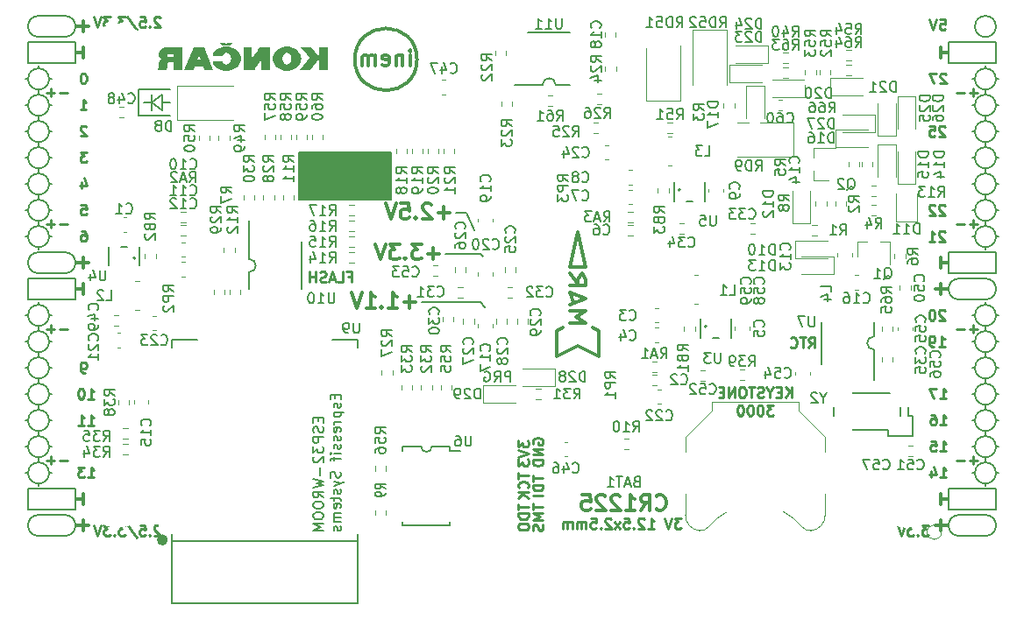
<source format=gbo>
G04 #@! TF.GenerationSoftware,KiCad,Pcbnew,5.0.0+dfsg1-1*
G04 #@! TF.CreationDate,2018-08-10T14:03:09+02:00*
G04 #@! TF.ProjectId,ulx3s,756C7833732E6B696361645F70636200,rev?*
G04 #@! TF.SameCoordinates,Original*
G04 #@! TF.FileFunction,Legend,Bot*
G04 #@! TF.FilePolarity,Positive*
%FSLAX46Y46*%
G04 Gerber Fmt 4.6, Leading zero omitted, Abs format (unit mm)*
G04 Created by KiCad (PCBNEW 5.0.0+dfsg1-1) date Fri Aug 10 14:03:09 2018*
%MOMM*%
%LPD*%
G01*
G04 APERTURE LIST*
%ADD10C,0.150000*%
%ADD11C,0.200000*%
%ADD12C,0.250000*%
%ADD13C,0.300000*%
%ADD14C,0.500000*%
%ADD15C,0.120000*%
%ADD16C,0.100000*%
%ADD17C,1.200000*%
%ADD18C,2.100000*%
%ADD19O,2.600000X1.000000*%
%ADD20O,1.000000X2.600000*%
%ADD21R,6.100000X6.100000*%
%ADD22R,0.770000X1.100000*%
%ADD23R,1.500000X1.395000*%
%ADD24R,2.600000X1.900000*%
%ADD25R,1.900000X2.600000*%
%ADD26R,3.800000X3.600000*%
%ADD27C,9.100000*%
%ADD28R,1.650000X0.700000*%
%ADD29O,1.650000X0.700000*%
%ADD30R,0.700000X2.200000*%
%ADD31O,0.700000X2.200000*%
%ADD32R,0.700000X1.650000*%
%ADD33O,0.700000X1.650000*%
%ADD34R,1.100000X0.500000*%
%ADD35R,0.800000X1.300000*%
%ADD36O,1.827200X1.827200*%
%ADD37R,1.827200X1.827200*%
%ADD38C,5.600000*%
%ADD39R,1.827200X2.132000*%
%ADD40O,1.827200X2.132000*%
%ADD41C,1.800000*%
%ADD42R,1.900000X1.500000*%
%ADD43R,1.070000X1.600000*%
%ADD44R,1.600000X1.070000*%
%ADD45R,1.100000X0.770000*%
%ADD46R,1.100000X1.100000*%
%ADD47C,0.400000*%
%ADD48R,1.800000X1.800000*%
%ADD49O,1.800000X1.800000*%
%ADD50R,1.600000X2.800000*%
%ADD51R,0.900000X1.000000*%
%ADD52R,1.000000X0.900000*%
%ADD53R,0.920000X1.100000*%
%ADD54R,1.100000X0.920000*%
%ADD55R,1.500000X1.220000*%
%ADD56C,0.975000*%
G04 APERTURE END LIST*
D10*
G36*
X129406000Y-74882000D02*
X120516000Y-74882000D01*
X120516000Y-79454000D01*
X129406000Y-79454000D01*
X129406000Y-74882000D01*
G37*
X129406000Y-74882000D02*
X120516000Y-74882000D01*
X120516000Y-79454000D01*
X129406000Y-79454000D01*
X129406000Y-74882000D01*
D11*
X185540000Y-72850000D02*
X185794000Y-72850000D01*
D10*
X140954904Y-97051380D02*
X140954904Y-96051380D01*
X140573952Y-96051380D01*
X140478714Y-96099000D01*
X140431095Y-96146619D01*
X140383476Y-96241857D01*
X140383476Y-96384714D01*
X140431095Y-96479952D01*
X140478714Y-96527571D01*
X140573952Y-96575190D01*
X140954904Y-96575190D01*
X139383476Y-97051380D02*
X139716809Y-96575190D01*
X139954904Y-97051380D02*
X139954904Y-96051380D01*
X139573952Y-96051380D01*
X139478714Y-96099000D01*
X139431095Y-96146619D01*
X139383476Y-96241857D01*
X139383476Y-96384714D01*
X139431095Y-96479952D01*
X139478714Y-96527571D01*
X139573952Y-96575190D01*
X139954904Y-96575190D01*
X138431095Y-96099000D02*
X138526333Y-96051380D01*
X138669190Y-96051380D01*
X138812047Y-96099000D01*
X138907285Y-96194238D01*
X138954904Y-96289476D01*
X139002523Y-96479952D01*
X139002523Y-96622809D01*
X138954904Y-96813285D01*
X138907285Y-96908523D01*
X138812047Y-97003761D01*
X138669190Y-97051380D01*
X138573952Y-97051380D01*
X138431095Y-97003761D01*
X138383476Y-96956142D01*
X138383476Y-96622809D01*
X138573952Y-96622809D01*
D11*
X136660000Y-80742000D02*
X135644000Y-80742000D01*
X137422000Y-82393000D02*
X136660000Y-80742000D01*
X138057000Y-84679000D02*
X134628000Y-84679000D01*
X138311000Y-84933000D02*
X138057000Y-84679000D01*
X138057000Y-89378000D02*
X138438000Y-89886000D01*
X132342000Y-89378000D02*
X138057000Y-89378000D01*
D12*
X99893476Y-96180380D02*
X99703000Y-96180380D01*
X99607761Y-96132761D01*
X99560142Y-96085142D01*
X99464904Y-95942285D01*
X99417285Y-95751809D01*
X99417285Y-95370857D01*
X99464904Y-95275619D01*
X99512523Y-95228000D01*
X99607761Y-95180380D01*
X99798238Y-95180380D01*
X99893476Y-95228000D01*
X99941095Y-95275619D01*
X99988714Y-95370857D01*
X99988714Y-95608952D01*
X99941095Y-95704190D01*
X99893476Y-95751809D01*
X99798238Y-95799428D01*
X99607761Y-95799428D01*
X99512523Y-95751809D01*
X99464904Y-95704190D01*
X99417285Y-95608952D01*
X100147476Y-101260380D02*
X100718904Y-101260380D01*
X100433190Y-101260380D02*
X100433190Y-100260380D01*
X100528428Y-100403238D01*
X100623666Y-100498476D01*
X100718904Y-100546095D01*
X99195095Y-101260380D02*
X99766523Y-101260380D01*
X99480809Y-101260380D02*
X99480809Y-100260380D01*
X99576047Y-100403238D01*
X99671285Y-100498476D01*
X99766523Y-100546095D01*
D11*
X105037000Y-68804000D02*
X108085000Y-68804000D01*
X105037000Y-71344000D02*
X105037000Y-68804000D01*
X108085000Y-71344000D02*
X105037000Y-71344000D01*
X107323000Y-70074000D02*
X108085000Y-70074000D01*
X106307000Y-70074000D02*
X105545000Y-70074000D01*
X106307000Y-70836000D02*
X106307000Y-70074000D01*
X106307000Y-69312000D02*
X106307000Y-70836000D01*
X107323000Y-69312000D02*
X107323000Y-70836000D01*
X106307000Y-70074000D02*
X107323000Y-69312000D01*
X107323000Y-70836000D02*
X106307000Y-70074000D01*
D12*
X182887904Y-72415619D02*
X182840285Y-72368000D01*
X182745047Y-72320380D01*
X182506952Y-72320380D01*
X182411714Y-72368000D01*
X182364095Y-72415619D01*
X182316476Y-72510857D01*
X182316476Y-72606095D01*
X182364095Y-72748952D01*
X182935523Y-73320380D01*
X182316476Y-73320380D01*
X181411714Y-72320380D02*
X181887904Y-72320380D01*
X181935523Y-72796571D01*
X181887904Y-72748952D01*
X181792666Y-72701333D01*
X181554571Y-72701333D01*
X181459333Y-72748952D01*
X181411714Y-72796571D01*
X181364095Y-72891809D01*
X181364095Y-73129904D01*
X181411714Y-73225142D01*
X181459333Y-73272761D01*
X181554571Y-73320380D01*
X181792666Y-73320380D01*
X181887904Y-73272761D01*
X181935523Y-73225142D01*
X182887904Y-80035619D02*
X182840285Y-79988000D01*
X182745047Y-79940380D01*
X182506952Y-79940380D01*
X182411714Y-79988000D01*
X182364095Y-80035619D01*
X182316476Y-80130857D01*
X182316476Y-80226095D01*
X182364095Y-80368952D01*
X182935523Y-80940380D01*
X182316476Y-80940380D01*
X181935523Y-80035619D02*
X181887904Y-79988000D01*
X181792666Y-79940380D01*
X181554571Y-79940380D01*
X181459333Y-79988000D01*
X181411714Y-80035619D01*
X181364095Y-80130857D01*
X181364095Y-80226095D01*
X181411714Y-80368952D01*
X181983142Y-80940380D01*
X181364095Y-80940380D01*
X182887904Y-82575619D02*
X182840285Y-82528000D01*
X182745047Y-82480380D01*
X182506952Y-82480380D01*
X182411714Y-82528000D01*
X182364095Y-82575619D01*
X182316476Y-82670857D01*
X182316476Y-82766095D01*
X182364095Y-82908952D01*
X182935523Y-83480380D01*
X182316476Y-83480380D01*
X181364095Y-83480380D02*
X181935523Y-83480380D01*
X181649809Y-83480380D02*
X181649809Y-82480380D01*
X181745047Y-82623238D01*
X181840285Y-82718476D01*
X181935523Y-82766095D01*
X182887904Y-90195619D02*
X182840285Y-90148000D01*
X182745047Y-90100380D01*
X182506952Y-90100380D01*
X182411714Y-90148000D01*
X182364095Y-90195619D01*
X182316476Y-90290857D01*
X182316476Y-90386095D01*
X182364095Y-90528952D01*
X182935523Y-91100380D01*
X182316476Y-91100380D01*
X181697428Y-90100380D02*
X181602190Y-90100380D01*
X181506952Y-90148000D01*
X181459333Y-90195619D01*
X181411714Y-90290857D01*
X181364095Y-90481333D01*
X181364095Y-90719428D01*
X181411714Y-90909904D01*
X181459333Y-91005142D01*
X181506952Y-91052761D01*
X181602190Y-91100380D01*
X181697428Y-91100380D01*
X181792666Y-91052761D01*
X181840285Y-91005142D01*
X181887904Y-90909904D01*
X181935523Y-90719428D01*
X181935523Y-90481333D01*
X181887904Y-90290857D01*
X181840285Y-90195619D01*
X181792666Y-90148000D01*
X181697428Y-90100380D01*
X182316476Y-93640380D02*
X182887904Y-93640380D01*
X182602190Y-93640380D02*
X182602190Y-92640380D01*
X182697428Y-92783238D01*
X182792666Y-92878476D01*
X182887904Y-92926095D01*
X181840285Y-93640380D02*
X181649809Y-93640380D01*
X181554571Y-93592761D01*
X181506952Y-93545142D01*
X181411714Y-93402285D01*
X181364095Y-93211809D01*
X181364095Y-92830857D01*
X181411714Y-92735619D01*
X181459333Y-92688000D01*
X181554571Y-92640380D01*
X181745047Y-92640380D01*
X181840285Y-92688000D01*
X181887904Y-92735619D01*
X181935523Y-92830857D01*
X181935523Y-93068952D01*
X181887904Y-93164190D01*
X181840285Y-93211809D01*
X181745047Y-93259428D01*
X181554571Y-93259428D01*
X181459333Y-93211809D01*
X181411714Y-93164190D01*
X181364095Y-93068952D01*
X125269476Y-86893571D02*
X125602809Y-86893571D01*
X125602809Y-87417380D02*
X125602809Y-86417380D01*
X125126619Y-86417380D01*
X124269476Y-87417380D02*
X124745666Y-87417380D01*
X124745666Y-86417380D01*
X123983761Y-87131666D02*
X123507571Y-87131666D01*
X124079000Y-87417380D02*
X123745666Y-86417380D01*
X123412333Y-87417380D01*
X123126619Y-87369761D02*
X122983761Y-87417380D01*
X122745666Y-87417380D01*
X122650428Y-87369761D01*
X122602809Y-87322142D01*
X122555190Y-87226904D01*
X122555190Y-87131666D01*
X122602809Y-87036428D01*
X122650428Y-86988809D01*
X122745666Y-86941190D01*
X122936142Y-86893571D01*
X123031380Y-86845952D01*
X123079000Y-86798333D01*
X123126619Y-86703095D01*
X123126619Y-86607857D01*
X123079000Y-86512619D01*
X123031380Y-86465000D01*
X122936142Y-86417380D01*
X122698047Y-86417380D01*
X122555190Y-86465000D01*
X122126619Y-87417380D02*
X122126619Y-86417380D01*
X122126619Y-86893571D02*
X121555190Y-86893571D01*
X121555190Y-87417380D02*
X121555190Y-86417380D01*
X157418095Y-110252380D02*
X156799047Y-110252380D01*
X157132380Y-110633333D01*
X156989523Y-110633333D01*
X156894285Y-110680952D01*
X156846666Y-110728571D01*
X156799047Y-110823809D01*
X156799047Y-111061904D01*
X156846666Y-111157142D01*
X156894285Y-111204761D01*
X156989523Y-111252380D01*
X157275238Y-111252380D01*
X157370476Y-111204761D01*
X157418095Y-111157142D01*
X156513333Y-110252380D02*
X156180000Y-111252380D01*
X155846666Y-110252380D01*
X154227619Y-111252380D02*
X154799047Y-111252380D01*
X154513333Y-111252380D02*
X154513333Y-110252380D01*
X154608571Y-110395238D01*
X154703809Y-110490476D01*
X154799047Y-110538095D01*
X153846666Y-110347619D02*
X153799047Y-110300000D01*
X153703809Y-110252380D01*
X153465714Y-110252380D01*
X153370476Y-110300000D01*
X153322857Y-110347619D01*
X153275238Y-110442857D01*
X153275238Y-110538095D01*
X153322857Y-110680952D01*
X153894285Y-111252380D01*
X153275238Y-111252380D01*
X152846666Y-111157142D02*
X152799047Y-111204761D01*
X152846666Y-111252380D01*
X152894285Y-111204761D01*
X152846666Y-111157142D01*
X152846666Y-111252380D01*
X151894285Y-110252380D02*
X152370476Y-110252380D01*
X152418095Y-110728571D01*
X152370476Y-110680952D01*
X152275238Y-110633333D01*
X152037142Y-110633333D01*
X151941904Y-110680952D01*
X151894285Y-110728571D01*
X151846666Y-110823809D01*
X151846666Y-111061904D01*
X151894285Y-111157142D01*
X151941904Y-111204761D01*
X152037142Y-111252380D01*
X152275238Y-111252380D01*
X152370476Y-111204761D01*
X152418095Y-111157142D01*
X151513333Y-111252380D02*
X150989523Y-110585714D01*
X151513333Y-110585714D02*
X150989523Y-111252380D01*
X150656190Y-110347619D02*
X150608571Y-110300000D01*
X150513333Y-110252380D01*
X150275238Y-110252380D01*
X150180000Y-110300000D01*
X150132380Y-110347619D01*
X150084761Y-110442857D01*
X150084761Y-110538095D01*
X150132380Y-110680952D01*
X150703809Y-111252380D01*
X150084761Y-111252380D01*
X149656190Y-111157142D02*
X149608571Y-111204761D01*
X149656190Y-111252380D01*
X149703809Y-111204761D01*
X149656190Y-111157142D01*
X149656190Y-111252380D01*
X148703809Y-110252380D02*
X149180000Y-110252380D01*
X149227619Y-110728571D01*
X149180000Y-110680952D01*
X149084761Y-110633333D01*
X148846666Y-110633333D01*
X148751428Y-110680952D01*
X148703809Y-110728571D01*
X148656190Y-110823809D01*
X148656190Y-111061904D01*
X148703809Y-111157142D01*
X148751428Y-111204761D01*
X148846666Y-111252380D01*
X149084761Y-111252380D01*
X149180000Y-111204761D01*
X149227619Y-111157142D01*
X148227619Y-111252380D02*
X148227619Y-110585714D01*
X148227619Y-110680952D02*
X148180000Y-110633333D01*
X148084761Y-110585714D01*
X147941904Y-110585714D01*
X147846666Y-110633333D01*
X147799047Y-110728571D01*
X147799047Y-111252380D01*
X147799047Y-110728571D02*
X147751428Y-110633333D01*
X147656190Y-110585714D01*
X147513333Y-110585714D01*
X147418095Y-110633333D01*
X147370476Y-110728571D01*
X147370476Y-111252380D01*
X146894285Y-111252380D02*
X146894285Y-110585714D01*
X146894285Y-110680952D02*
X146846666Y-110633333D01*
X146751428Y-110585714D01*
X146608571Y-110585714D01*
X146513333Y-110633333D01*
X146465714Y-110728571D01*
X146465714Y-111252380D01*
X146465714Y-110728571D02*
X146418095Y-110633333D01*
X146322857Y-110585714D01*
X146180000Y-110585714D01*
X146084761Y-110633333D01*
X146037142Y-110728571D01*
X146037142Y-111252380D01*
X168085000Y-98577380D02*
X168085000Y-97577380D01*
X167513571Y-98577380D02*
X167942142Y-98005952D01*
X167513571Y-97577380D02*
X168085000Y-98148809D01*
X167085000Y-98053571D02*
X166751666Y-98053571D01*
X166608809Y-98577380D02*
X167085000Y-98577380D01*
X167085000Y-97577380D01*
X166608809Y-97577380D01*
X165989761Y-98101190D02*
X165989761Y-98577380D01*
X166323095Y-97577380D02*
X165989761Y-98101190D01*
X165656428Y-97577380D01*
X165370714Y-98529761D02*
X165227857Y-98577380D01*
X164989761Y-98577380D01*
X164894523Y-98529761D01*
X164846904Y-98482142D01*
X164799285Y-98386904D01*
X164799285Y-98291666D01*
X164846904Y-98196428D01*
X164894523Y-98148809D01*
X164989761Y-98101190D01*
X165180238Y-98053571D01*
X165275476Y-98005952D01*
X165323095Y-97958333D01*
X165370714Y-97863095D01*
X165370714Y-97767857D01*
X165323095Y-97672619D01*
X165275476Y-97625000D01*
X165180238Y-97577380D01*
X164942142Y-97577380D01*
X164799285Y-97625000D01*
X164513571Y-97577380D02*
X163942142Y-97577380D01*
X164227857Y-98577380D02*
X164227857Y-97577380D01*
X163418333Y-97577380D02*
X163227857Y-97577380D01*
X163132619Y-97625000D01*
X163037380Y-97720238D01*
X162989761Y-97910714D01*
X162989761Y-98244047D01*
X163037380Y-98434523D01*
X163132619Y-98529761D01*
X163227857Y-98577380D01*
X163418333Y-98577380D01*
X163513571Y-98529761D01*
X163608809Y-98434523D01*
X163656428Y-98244047D01*
X163656428Y-97910714D01*
X163608809Y-97720238D01*
X163513571Y-97625000D01*
X163418333Y-97577380D01*
X162561190Y-98577380D02*
X162561190Y-97577380D01*
X161989761Y-98577380D01*
X161989761Y-97577380D01*
X161513571Y-98053571D02*
X161180238Y-98053571D01*
X161037380Y-98577380D02*
X161513571Y-98577380D01*
X161513571Y-97577380D01*
X161037380Y-97577380D01*
X166346904Y-99327380D02*
X165727857Y-99327380D01*
X166061190Y-99708333D01*
X165918333Y-99708333D01*
X165823095Y-99755952D01*
X165775476Y-99803571D01*
X165727857Y-99898809D01*
X165727857Y-100136904D01*
X165775476Y-100232142D01*
X165823095Y-100279761D01*
X165918333Y-100327380D01*
X166204047Y-100327380D01*
X166299285Y-100279761D01*
X166346904Y-100232142D01*
X165108809Y-99327380D02*
X165013571Y-99327380D01*
X164918333Y-99375000D01*
X164870714Y-99422619D01*
X164823095Y-99517857D01*
X164775476Y-99708333D01*
X164775476Y-99946428D01*
X164823095Y-100136904D01*
X164870714Y-100232142D01*
X164918333Y-100279761D01*
X165013571Y-100327380D01*
X165108809Y-100327380D01*
X165204047Y-100279761D01*
X165251666Y-100232142D01*
X165299285Y-100136904D01*
X165346904Y-99946428D01*
X165346904Y-99708333D01*
X165299285Y-99517857D01*
X165251666Y-99422619D01*
X165204047Y-99375000D01*
X165108809Y-99327380D01*
X164156428Y-99327380D02*
X164061190Y-99327380D01*
X163965952Y-99375000D01*
X163918333Y-99422619D01*
X163870714Y-99517857D01*
X163823095Y-99708333D01*
X163823095Y-99946428D01*
X163870714Y-100136904D01*
X163918333Y-100232142D01*
X163965952Y-100279761D01*
X164061190Y-100327380D01*
X164156428Y-100327380D01*
X164251666Y-100279761D01*
X164299285Y-100232142D01*
X164346904Y-100136904D01*
X164394523Y-99946428D01*
X164394523Y-99708333D01*
X164346904Y-99517857D01*
X164299285Y-99422619D01*
X164251666Y-99375000D01*
X164156428Y-99327380D01*
X163204047Y-99327380D02*
X163108809Y-99327380D01*
X163013571Y-99375000D01*
X162965952Y-99422619D01*
X162918333Y-99517857D01*
X162870714Y-99708333D01*
X162870714Y-99946428D01*
X162918333Y-100136904D01*
X162965952Y-100232142D01*
X163013571Y-100279761D01*
X163108809Y-100327380D01*
X163204047Y-100327380D01*
X163299285Y-100279761D01*
X163346904Y-100232142D01*
X163394523Y-100136904D01*
X163442142Y-99946428D01*
X163442142Y-99708333D01*
X163394523Y-99517857D01*
X163346904Y-99422619D01*
X163299285Y-99375000D01*
X163204047Y-99327380D01*
D13*
X182492000Y-87582000D02*
X182492000Y-88598000D01*
X183254000Y-88090000D02*
X181984000Y-88090000D01*
X182492000Y-110442000D02*
X182492000Y-111458000D01*
X183254000Y-110950000D02*
X181984000Y-110950000D01*
X99688000Y-62182000D02*
X99688000Y-63198000D01*
X98926000Y-62690000D02*
X100196000Y-62690000D01*
X99688000Y-110442000D02*
X99688000Y-111458000D01*
X98926000Y-110950000D02*
X100196000Y-110950000D01*
X99688000Y-85042000D02*
X99688000Y-86058000D01*
X98926000Y-85550000D02*
X100196000Y-85550000D01*
D11*
X187826000Y-62690000D02*
G75*
G03X187826000Y-62690000I-1016000J0D01*
G01*
X184270000Y-87074000D02*
X186810000Y-87074000D01*
X184270000Y-89106000D02*
X186810000Y-89106000D01*
X184270000Y-87074000D02*
G75*
G03X184270000Y-89106000I0J-1016000D01*
G01*
X186810000Y-89106000D02*
G75*
G03X186810000Y-87074000I0J1016000D01*
G01*
X184270000Y-111966000D02*
X186810000Y-111966000D01*
X184270000Y-109934000D02*
X186810000Y-109934000D01*
X184270000Y-109934000D02*
G75*
G03X184270000Y-111966000I0J-1016000D01*
G01*
X186810000Y-111966000D02*
G75*
G03X186810000Y-109934000I0J1016000D01*
G01*
X97910000Y-63706000D02*
G75*
G03X97910000Y-61674000I0J1016000D01*
G01*
X95370000Y-61674000D02*
X97910000Y-61674000D01*
X95370000Y-63706000D02*
X97910000Y-63706000D01*
X95370000Y-61674000D02*
G75*
G03X95370000Y-63706000I0J-1016000D01*
G01*
X95370000Y-86566000D02*
X97910000Y-86566000D01*
X95370000Y-84534000D02*
X97910000Y-84534000D01*
X95370000Y-84534000D02*
G75*
G03X95370000Y-86566000I0J-1016000D01*
G01*
X97910000Y-86566000D02*
G75*
G03X97910000Y-84534000I0J1016000D01*
G01*
X95370000Y-111966000D02*
X97910000Y-111966000D01*
X95370000Y-109934000D02*
X97910000Y-109934000D01*
X95370000Y-109934000D02*
G75*
G03X95370000Y-111966000I0J-1016000D01*
G01*
X97910000Y-111966000D02*
G75*
G03X97910000Y-109934000I0J1016000D01*
G01*
X98926000Y-107394000D02*
X94354000Y-107394000D01*
X98926000Y-109426000D02*
X98926000Y-107394000D01*
X94354000Y-109426000D02*
X98926000Y-109426000D01*
X94354000Y-107394000D02*
X94354000Y-109426000D01*
X187826000Y-107394000D02*
X183254000Y-107394000D01*
X187826000Y-109426000D02*
X187826000Y-107394000D01*
X183254000Y-109426000D02*
X187826000Y-109426000D01*
X183254000Y-107394000D02*
X183254000Y-109426000D01*
X187826000Y-84534000D02*
X183254000Y-84534000D01*
X187826000Y-86566000D02*
X187826000Y-84534000D01*
X183254000Y-86566000D02*
X187826000Y-86566000D01*
X183254000Y-84534000D02*
X183254000Y-86566000D01*
X187826000Y-64214000D02*
X183254000Y-64214000D01*
X187826000Y-66246000D02*
X187826000Y-64214000D01*
X183254000Y-66246000D02*
X187826000Y-66246000D01*
X183254000Y-64214000D02*
X183254000Y-66246000D01*
X98926000Y-64214000D02*
X94354000Y-64214000D01*
X98926000Y-66246000D02*
X98926000Y-64214000D01*
X94354000Y-66246000D02*
X98926000Y-66246000D01*
X94354000Y-64214000D02*
X94354000Y-66246000D01*
X98926000Y-87074000D02*
X94354000Y-87074000D01*
X98926000Y-89106000D02*
X98926000Y-87074000D01*
X94354000Y-89106000D02*
X98926000Y-89106000D01*
X94354000Y-87074000D02*
X94354000Y-89106000D01*
D12*
X186032000Y-91971428D02*
X185270095Y-91971428D01*
X185651047Y-92352380D02*
X185651047Y-91590476D01*
X184793904Y-91971428D02*
X184032000Y-91971428D01*
X186032000Y-69111428D02*
X185270095Y-69111428D01*
X185651047Y-69492380D02*
X185651047Y-68730476D01*
X184793904Y-69111428D02*
X184032000Y-69111428D01*
X186032000Y-81811428D02*
X185270095Y-81811428D01*
X185651047Y-82192380D02*
X185651047Y-81430476D01*
X184793904Y-81811428D02*
X184032000Y-81811428D01*
X186032000Y-104671428D02*
X185270095Y-104671428D01*
X185651047Y-105052380D02*
X185651047Y-104290476D01*
X184793904Y-104671428D02*
X184032000Y-104671428D01*
X98148000Y-104671428D02*
X97386095Y-104671428D01*
X96909904Y-104671428D02*
X96148000Y-104671428D01*
X96528952Y-105052380D02*
X96528952Y-104290476D01*
X98148000Y-91971428D02*
X97386095Y-91971428D01*
X96909904Y-91971428D02*
X96148000Y-91971428D01*
X96528952Y-92352380D02*
X96528952Y-91590476D01*
X98148000Y-81811428D02*
X97386095Y-81811428D01*
X96909904Y-81811428D02*
X96148000Y-81811428D01*
X96528952Y-82192380D02*
X96528952Y-81430476D01*
X98148000Y-69111428D02*
X97386095Y-69111428D01*
X96909904Y-69111428D02*
X96148000Y-69111428D01*
X96528952Y-69492380D02*
X96528952Y-68730476D01*
D13*
X182492000Y-107902000D02*
X182492000Y-108918000D01*
X183254000Y-108410000D02*
X182492000Y-108410000D01*
D11*
X95370000Y-96726000D02*
X95370000Y-97234000D01*
X96386000Y-95710000D02*
X96640000Y-95710000D01*
X94354000Y-95710000D02*
X94100000Y-95710000D01*
X187826000Y-98250000D02*
X188080000Y-98250000D01*
X187826000Y-83010000D02*
X188080000Y-83010000D01*
X95370000Y-107140000D02*
X95370000Y-106886000D01*
X96386000Y-105870000D02*
X96640000Y-105870000D01*
X94354000Y-105870000D02*
X94100000Y-105870000D01*
X94354000Y-103330000D02*
X94100000Y-103330000D01*
X95370000Y-104346000D02*
X95370000Y-104854000D01*
X96386000Y-103330000D02*
X96640000Y-103330000D01*
X94354000Y-100790000D02*
X94100000Y-100790000D01*
X95370000Y-102314000D02*
X95370000Y-101806000D01*
X96386000Y-100790000D02*
X96640000Y-100790000D01*
X95370000Y-99266000D02*
X95370000Y-99774000D01*
X94354000Y-98250000D02*
X94100000Y-98250000D01*
X96386000Y-98250000D02*
X96640000Y-98250000D01*
X95370000Y-94186000D02*
X95370000Y-94694000D01*
X96386000Y-93170000D02*
X96640000Y-93170000D01*
X94354000Y-93170000D02*
X94100000Y-93170000D01*
X94354000Y-90630000D02*
X94100000Y-90630000D01*
X95370000Y-91646000D02*
X95370000Y-92154000D01*
X96640000Y-90630000D02*
X96386000Y-90630000D01*
X95370000Y-89360000D02*
X95370000Y-89614000D01*
X94354000Y-83010000D02*
X94100000Y-83010000D01*
X95370000Y-84280000D02*
X95370000Y-84026000D01*
X96386000Y-83010000D02*
X96640000Y-83010000D01*
X95370000Y-81486000D02*
X95370000Y-81994000D01*
X94354000Y-80470000D02*
X94100000Y-80470000D01*
X96640000Y-80470000D02*
X96386000Y-80470000D01*
X95370000Y-78946000D02*
X95370000Y-79454000D01*
X96386000Y-77930000D02*
X96640000Y-77930000D01*
X94354000Y-77930000D02*
X94100000Y-77930000D01*
X95370000Y-76406000D02*
X95370000Y-76914000D01*
X94354000Y-75390000D02*
X94100000Y-75390000D01*
X96386000Y-75390000D02*
X96640000Y-75390000D01*
X95370000Y-73866000D02*
X95370000Y-74374000D01*
X96386000Y-72850000D02*
X96640000Y-72850000D01*
X94100000Y-72850000D02*
X94354000Y-72850000D01*
X94354000Y-70310000D02*
X94100000Y-70310000D01*
X96640000Y-70310000D02*
X96386000Y-70310000D01*
X95370000Y-71326000D02*
X95370000Y-71834000D01*
X95370000Y-68786000D02*
X95370000Y-69294000D01*
X96386000Y-67770000D02*
X96640000Y-67770000D01*
X94354000Y-67770000D02*
X94100000Y-67770000D01*
X95370000Y-66500000D02*
X95370000Y-66754000D01*
X187826000Y-105870000D02*
X188080000Y-105870000D01*
X186810000Y-107140000D02*
X186810000Y-106886000D01*
X185540000Y-105870000D02*
X185794000Y-105870000D01*
X186810000Y-104346000D02*
X186810000Y-104854000D01*
X187826000Y-103330000D02*
X188080000Y-103330000D01*
X185540000Y-103330000D02*
X185794000Y-103330000D01*
X186810000Y-101806000D02*
X186810000Y-102314000D01*
X187826000Y-100790000D02*
X188080000Y-100790000D01*
X185540000Y-100790000D02*
X185794000Y-100790000D01*
X186810000Y-99266000D02*
X186810000Y-99774000D01*
X185540000Y-98250000D02*
X185794000Y-98250000D01*
X186810000Y-97234000D02*
X186810000Y-96726000D01*
X187826000Y-95710000D02*
X188080000Y-95710000D01*
X185540000Y-95710000D02*
X185794000Y-95710000D01*
X186810000Y-94694000D02*
X186810000Y-94186000D01*
X187826000Y-93170000D02*
X188080000Y-93170000D01*
X185540000Y-93170000D02*
X185794000Y-93170000D01*
X186810000Y-92154000D02*
X186810000Y-91646000D01*
X187826000Y-90630000D02*
X188080000Y-90630000D01*
X185540000Y-90630000D02*
X185794000Y-90630000D01*
X186810000Y-89360000D02*
X186810000Y-89614000D01*
X186810000Y-84280000D02*
X186810000Y-84026000D01*
X185540000Y-83010000D02*
X185794000Y-83010000D01*
X186810000Y-81994000D02*
X186810000Y-81486000D01*
X185794000Y-80470000D02*
X185540000Y-80470000D01*
X187826000Y-80470000D02*
X188080000Y-80470000D01*
X186810000Y-78946000D02*
X186810000Y-79454000D01*
X185794000Y-77930000D02*
X185540000Y-77930000D01*
X187826000Y-77930000D02*
X188080000Y-77930000D01*
X186810000Y-76406000D02*
X186810000Y-76914000D01*
X186810000Y-73866000D02*
X186810000Y-74374000D01*
X185794000Y-75390000D02*
X185540000Y-75390000D01*
X187826000Y-75390000D02*
X188080000Y-75390000D01*
X187826000Y-72850000D02*
X188080000Y-72850000D01*
X186810000Y-71834000D02*
X186810000Y-71326000D01*
X187826000Y-70310000D02*
X188080000Y-70310000D01*
X185540000Y-70310000D02*
X185794000Y-70310000D01*
X187826000Y-67770000D02*
X188080000Y-67770000D01*
X186810000Y-68786000D02*
X186810000Y-69294000D01*
X185540000Y-67770000D02*
X185794000Y-67770000D01*
X186810000Y-66500000D02*
X186810000Y-66754000D01*
X187826000Y-67770000D02*
G75*
G03X187826000Y-67770000I-1016000J0D01*
G01*
X187826000Y-70310000D02*
G75*
G03X187826000Y-70310000I-1016000J0D01*
G01*
X187826000Y-72850000D02*
G75*
G03X187826000Y-72850000I-1016000J0D01*
G01*
X187826000Y-75390000D02*
G75*
G03X187826000Y-75390000I-1016000J0D01*
G01*
X187826000Y-77930000D02*
G75*
G03X187826000Y-77930000I-1016000J0D01*
G01*
X187826000Y-80470000D02*
G75*
G03X187826000Y-80470000I-1016000J0D01*
G01*
X187826000Y-83010000D02*
G75*
G03X187826000Y-83010000I-1016000J0D01*
G01*
X187826000Y-90630000D02*
G75*
G03X187826000Y-90630000I-1016000J0D01*
G01*
X187826000Y-93170000D02*
G75*
G03X187826000Y-93170000I-1016000J0D01*
G01*
X187826000Y-95710000D02*
G75*
G03X187826000Y-95710000I-1016000J0D01*
G01*
X187826000Y-98250000D02*
G75*
G03X187826000Y-98250000I-1016000J0D01*
G01*
X187826000Y-100790000D02*
G75*
G03X187826000Y-100790000I-1016000J0D01*
G01*
X187826000Y-103330000D02*
G75*
G03X187826000Y-103330000I-1016000J0D01*
G01*
X187826000Y-105870000D02*
G75*
G03X187826000Y-105870000I-1016000J0D01*
G01*
X96386000Y-105870000D02*
G75*
G03X96386000Y-105870000I-1016000J0D01*
G01*
X96386000Y-103330000D02*
G75*
G03X96386000Y-103330000I-1016000J0D01*
G01*
X96386000Y-100790000D02*
G75*
G03X96386000Y-100790000I-1016000J0D01*
G01*
X96386000Y-98250000D02*
G75*
G03X96386000Y-98250000I-1016000J0D01*
G01*
X96386000Y-95710000D02*
G75*
G03X96386000Y-95710000I-1016000J0D01*
G01*
X96386000Y-93170000D02*
G75*
G03X96386000Y-93170000I-1016000J0D01*
G01*
X96386000Y-90630000D02*
G75*
G03X96386000Y-90630000I-1016000J0D01*
G01*
X96386000Y-83010000D02*
G75*
G03X96386000Y-83010000I-1016000J0D01*
G01*
X96386000Y-80470000D02*
G75*
G03X96386000Y-80470000I-1016000J0D01*
G01*
X96386000Y-77930000D02*
G75*
G03X96386000Y-77930000I-1016000J0D01*
G01*
X96386000Y-75390000D02*
G75*
G03X96386000Y-75390000I-1016000J0D01*
G01*
X96386000Y-72850000D02*
G75*
G03X96386000Y-72850000I-1016000J0D01*
G01*
X96386000Y-70310000D02*
G75*
G03X96386000Y-70310000I-1016000J0D01*
G01*
X96386000Y-67770000D02*
G75*
G03X96386000Y-67770000I-1016000J0D01*
G01*
D12*
X182428476Y-62015380D02*
X182904666Y-62015380D01*
X182952285Y-62491571D01*
X182904666Y-62443952D01*
X182809428Y-62396333D01*
X182571333Y-62396333D01*
X182476095Y-62443952D01*
X182428476Y-62491571D01*
X182380857Y-62586809D01*
X182380857Y-62824904D01*
X182428476Y-62920142D01*
X182476095Y-62967761D01*
X182571333Y-63015380D01*
X182809428Y-63015380D01*
X182904666Y-62967761D01*
X182952285Y-62920142D01*
X182095142Y-62015380D02*
X181761809Y-63015380D01*
X181428476Y-62015380D01*
D13*
X182492000Y-64722000D02*
X182492000Y-65738000D01*
X183254000Y-65230000D02*
X182492000Y-65230000D01*
D12*
X182999904Y-67317619D02*
X182952285Y-67270000D01*
X182857047Y-67222380D01*
X182618952Y-67222380D01*
X182523714Y-67270000D01*
X182476095Y-67317619D01*
X182428476Y-67412857D01*
X182428476Y-67508095D01*
X182476095Y-67650952D01*
X183047523Y-68222380D01*
X182428476Y-68222380D01*
X182095142Y-67222380D02*
X181428476Y-67222380D01*
X181857047Y-68222380D01*
D13*
X182492000Y-85042000D02*
X182492000Y-86058000D01*
X183254000Y-85550000D02*
X182492000Y-85550000D01*
D12*
X182428476Y-98702380D02*
X182999904Y-98702380D01*
X182714190Y-98702380D02*
X182714190Y-97702380D01*
X182809428Y-97845238D01*
X182904666Y-97940476D01*
X182999904Y-97988095D01*
X182095142Y-97702380D02*
X181428476Y-97702380D01*
X181857047Y-98702380D01*
X182428476Y-101242380D02*
X182999904Y-101242380D01*
X182714190Y-101242380D02*
X182714190Y-100242380D01*
X182809428Y-100385238D01*
X182904666Y-100480476D01*
X182999904Y-100528095D01*
X181571333Y-100242380D02*
X181761809Y-100242380D01*
X181857047Y-100290000D01*
X181904666Y-100337619D01*
X181999904Y-100480476D01*
X182047523Y-100670952D01*
X182047523Y-101051904D01*
X181999904Y-101147142D01*
X181952285Y-101194761D01*
X181857047Y-101242380D01*
X181666571Y-101242380D01*
X181571333Y-101194761D01*
X181523714Y-101147142D01*
X181476095Y-101051904D01*
X181476095Y-100813809D01*
X181523714Y-100718571D01*
X181571333Y-100670952D01*
X181666571Y-100623333D01*
X181857047Y-100623333D01*
X181952285Y-100670952D01*
X181999904Y-100718571D01*
X182047523Y-100813809D01*
X182428476Y-103782380D02*
X182999904Y-103782380D01*
X182714190Y-103782380D02*
X182714190Y-102782380D01*
X182809428Y-102925238D01*
X182904666Y-103020476D01*
X182999904Y-103068095D01*
X181523714Y-102782380D02*
X181999904Y-102782380D01*
X182047523Y-103258571D01*
X181999904Y-103210952D01*
X181904666Y-103163333D01*
X181666571Y-103163333D01*
X181571333Y-103210952D01*
X181523714Y-103258571D01*
X181476095Y-103353809D01*
X181476095Y-103591904D01*
X181523714Y-103687142D01*
X181571333Y-103734761D01*
X181666571Y-103782380D01*
X181904666Y-103782380D01*
X181999904Y-103734761D01*
X182047523Y-103687142D01*
X182428476Y-106322380D02*
X182999904Y-106322380D01*
X182714190Y-106322380D02*
X182714190Y-105322380D01*
X182809428Y-105465238D01*
X182904666Y-105560476D01*
X182999904Y-105608095D01*
X181571333Y-105655714D02*
X181571333Y-106322380D01*
X181809428Y-105274761D02*
X182047523Y-105989047D01*
X181428476Y-105989047D01*
X181312642Y-110928380D02*
X180693595Y-110928380D01*
X181026928Y-111309333D01*
X180884071Y-111309333D01*
X180788833Y-111356952D01*
X180741214Y-111404571D01*
X180693595Y-111499809D01*
X180693595Y-111737904D01*
X180741214Y-111833142D01*
X180788833Y-111880761D01*
X180884071Y-111928380D01*
X181169785Y-111928380D01*
X181265023Y-111880761D01*
X181312642Y-111833142D01*
X180265023Y-111833142D02*
X180217404Y-111880761D01*
X180265023Y-111928380D01*
X180312642Y-111880761D01*
X180265023Y-111833142D01*
X180265023Y-111928380D01*
X179884071Y-110928380D02*
X179265023Y-110928380D01*
X179598357Y-111309333D01*
X179455500Y-111309333D01*
X179360261Y-111356952D01*
X179312642Y-111404571D01*
X179265023Y-111499809D01*
X179265023Y-111737904D01*
X179312642Y-111833142D01*
X179360261Y-111880761D01*
X179455500Y-111928380D01*
X179741214Y-111928380D01*
X179836452Y-111880761D01*
X179884071Y-111833142D01*
X178979309Y-110928380D02*
X178645976Y-111928380D01*
X178312642Y-110928380D01*
D13*
X99688000Y-108918000D02*
X99688000Y-107902000D01*
X98926000Y-108410000D02*
X99688000Y-108410000D01*
X99688000Y-88598000D02*
X99688000Y-87582000D01*
X98926000Y-88090000D02*
X99688000Y-88090000D01*
X99688000Y-64722000D02*
X99688000Y-65738000D01*
X98926000Y-65230000D02*
X99688000Y-65230000D01*
D12*
X107103690Y-111023619D02*
X107056071Y-110976000D01*
X106960833Y-110928380D01*
X106722738Y-110928380D01*
X106627500Y-110976000D01*
X106579880Y-111023619D01*
X106532261Y-111118857D01*
X106532261Y-111214095D01*
X106579880Y-111356952D01*
X107151309Y-111928380D01*
X106532261Y-111928380D01*
X106103690Y-111833142D02*
X106056071Y-111880761D01*
X106103690Y-111928380D01*
X106151309Y-111880761D01*
X106103690Y-111833142D01*
X106103690Y-111928380D01*
X105151309Y-110928380D02*
X105627500Y-110928380D01*
X105675119Y-111404571D01*
X105627500Y-111356952D01*
X105532261Y-111309333D01*
X105294166Y-111309333D01*
X105198928Y-111356952D01*
X105151309Y-111404571D01*
X105103690Y-111499809D01*
X105103690Y-111737904D01*
X105151309Y-111833142D01*
X105198928Y-111880761D01*
X105294166Y-111928380D01*
X105532261Y-111928380D01*
X105627500Y-111880761D01*
X105675119Y-111833142D01*
X103960833Y-110880761D02*
X104817976Y-112166476D01*
X103722738Y-110928380D02*
X103103690Y-110928380D01*
X103437023Y-111309333D01*
X103294166Y-111309333D01*
X103198928Y-111356952D01*
X103151309Y-111404571D01*
X103103690Y-111499809D01*
X103103690Y-111737904D01*
X103151309Y-111833142D01*
X103198928Y-111880761D01*
X103294166Y-111928380D01*
X103579880Y-111928380D01*
X103675119Y-111880761D01*
X103722738Y-111833142D01*
X102675119Y-111833142D02*
X102627500Y-111880761D01*
X102675119Y-111928380D01*
X102722738Y-111880761D01*
X102675119Y-111833142D01*
X102675119Y-111928380D01*
X102294166Y-110928380D02*
X101675119Y-110928380D01*
X102008452Y-111309333D01*
X101865595Y-111309333D01*
X101770357Y-111356952D01*
X101722738Y-111404571D01*
X101675119Y-111499809D01*
X101675119Y-111737904D01*
X101722738Y-111833142D01*
X101770357Y-111880761D01*
X101865595Y-111928380D01*
X102151309Y-111928380D01*
X102246547Y-111880761D01*
X102294166Y-111833142D01*
X101389404Y-110928380D02*
X101056071Y-111928380D01*
X100722738Y-110928380D01*
X100132476Y-106322380D02*
X100703904Y-106322380D01*
X100418190Y-106322380D02*
X100418190Y-105322380D01*
X100513428Y-105465238D01*
X100608666Y-105560476D01*
X100703904Y-105608095D01*
X99799142Y-105322380D02*
X99180095Y-105322380D01*
X99513428Y-105703333D01*
X99370571Y-105703333D01*
X99275333Y-105750952D01*
X99227714Y-105798571D01*
X99180095Y-105893809D01*
X99180095Y-106131904D01*
X99227714Y-106227142D01*
X99275333Y-106274761D01*
X99370571Y-106322380D01*
X99656285Y-106322380D01*
X99751523Y-106274761D01*
X99799142Y-106227142D01*
X100147476Y-98720380D02*
X100718904Y-98720380D01*
X100433190Y-98720380D02*
X100433190Y-97720380D01*
X100528428Y-97863238D01*
X100623666Y-97958476D01*
X100718904Y-98006095D01*
X99528428Y-97720380D02*
X99433190Y-97720380D01*
X99337952Y-97768000D01*
X99290333Y-97815619D01*
X99242714Y-97910857D01*
X99195095Y-98101333D01*
X99195095Y-98339428D01*
X99242714Y-98529904D01*
X99290333Y-98625142D01*
X99337952Y-98672761D01*
X99433190Y-98720380D01*
X99528428Y-98720380D01*
X99623666Y-98672761D01*
X99671285Y-98625142D01*
X99718904Y-98529904D01*
X99766523Y-98339428D01*
X99766523Y-98101333D01*
X99718904Y-97910857D01*
X99671285Y-97815619D01*
X99623666Y-97768000D01*
X99528428Y-97720380D01*
X99512523Y-82462380D02*
X99703000Y-82462380D01*
X99798238Y-82510000D01*
X99845857Y-82557619D01*
X99941095Y-82700476D01*
X99988714Y-82890952D01*
X99988714Y-83271904D01*
X99941095Y-83367142D01*
X99893476Y-83414761D01*
X99798238Y-83462380D01*
X99607761Y-83462380D01*
X99512523Y-83414761D01*
X99464904Y-83367142D01*
X99417285Y-83271904D01*
X99417285Y-83033809D01*
X99464904Y-82938571D01*
X99512523Y-82890952D01*
X99607761Y-82843333D01*
X99798238Y-82843333D01*
X99893476Y-82890952D01*
X99941095Y-82938571D01*
X99988714Y-83033809D01*
X99464904Y-79922380D02*
X99941095Y-79922380D01*
X99988714Y-80398571D01*
X99941095Y-80350952D01*
X99845857Y-80303333D01*
X99607761Y-80303333D01*
X99512523Y-80350952D01*
X99464904Y-80398571D01*
X99417285Y-80493809D01*
X99417285Y-80731904D01*
X99464904Y-80827142D01*
X99512523Y-80874761D01*
X99607761Y-80922380D01*
X99845857Y-80922380D01*
X99941095Y-80874761D01*
X99988714Y-80827142D01*
X99512523Y-77715714D02*
X99512523Y-78382380D01*
X99750619Y-77334761D02*
X99988714Y-78049047D01*
X99369666Y-78049047D01*
X100021333Y-74842380D02*
X99402285Y-74842380D01*
X99735619Y-75223333D01*
X99592761Y-75223333D01*
X99497523Y-75270952D01*
X99449904Y-75318571D01*
X99402285Y-75413809D01*
X99402285Y-75651904D01*
X99449904Y-75747142D01*
X99497523Y-75794761D01*
X99592761Y-75842380D01*
X99878476Y-75842380D01*
X99973714Y-75794761D01*
X100021333Y-75747142D01*
X99973714Y-72397619D02*
X99926095Y-72350000D01*
X99830857Y-72302380D01*
X99592761Y-72302380D01*
X99497523Y-72350000D01*
X99449904Y-72397619D01*
X99402285Y-72492857D01*
X99402285Y-72588095D01*
X99449904Y-72730952D01*
X100021333Y-73302380D01*
X99402285Y-73302380D01*
X99402285Y-70762380D02*
X99973714Y-70762380D01*
X99688000Y-70762380D02*
X99688000Y-69762380D01*
X99783238Y-69905238D01*
X99878476Y-70000476D01*
X99973714Y-70048095D01*
X99750619Y-67222380D02*
X99655380Y-67222380D01*
X99560142Y-67270000D01*
X99512523Y-67317619D01*
X99464904Y-67412857D01*
X99417285Y-67603333D01*
X99417285Y-67841428D01*
X99464904Y-68031904D01*
X99512523Y-68127142D01*
X99560142Y-68174761D01*
X99655380Y-68222380D01*
X99750619Y-68222380D01*
X99845857Y-68174761D01*
X99893476Y-68127142D01*
X99941095Y-68031904D01*
X99988714Y-67841428D01*
X99988714Y-67603333D01*
X99941095Y-67412857D01*
X99893476Y-67317619D01*
X99845857Y-67270000D01*
X99750619Y-67222380D01*
X107103690Y-61874619D02*
X107056071Y-61827000D01*
X106960833Y-61779380D01*
X106722738Y-61779380D01*
X106627500Y-61827000D01*
X106579880Y-61874619D01*
X106532261Y-61969857D01*
X106532261Y-62065095D01*
X106579880Y-62207952D01*
X107151309Y-62779380D01*
X106532261Y-62779380D01*
X106103690Y-62684142D02*
X106056071Y-62731761D01*
X106103690Y-62779380D01*
X106151309Y-62731761D01*
X106103690Y-62684142D01*
X106103690Y-62779380D01*
X105151309Y-61779380D02*
X105627500Y-61779380D01*
X105675119Y-62255571D01*
X105627500Y-62207952D01*
X105532261Y-62160333D01*
X105294166Y-62160333D01*
X105198928Y-62207952D01*
X105151309Y-62255571D01*
X105103690Y-62350809D01*
X105103690Y-62588904D01*
X105151309Y-62684142D01*
X105198928Y-62731761D01*
X105294166Y-62779380D01*
X105532261Y-62779380D01*
X105627500Y-62731761D01*
X105675119Y-62684142D01*
X103960833Y-61731761D02*
X104817976Y-63017476D01*
X103722738Y-61779380D02*
X103103690Y-61779380D01*
X103437023Y-62160333D01*
X103294166Y-62160333D01*
X103198928Y-62207952D01*
X103151309Y-62255571D01*
X103103690Y-62350809D01*
X103103690Y-62588904D01*
X103151309Y-62684142D01*
X103198928Y-62731761D01*
X103294166Y-62779380D01*
X103579880Y-62779380D01*
X103675119Y-62731761D01*
X103722738Y-62684142D01*
X102675119Y-62684142D02*
X102627500Y-62731761D01*
X102675119Y-62779380D01*
X102722738Y-62731761D01*
X102675119Y-62684142D01*
X102675119Y-62779380D01*
X102294166Y-61779380D02*
X101675119Y-61779380D01*
X102008452Y-62160333D01*
X101865595Y-62160333D01*
X101770357Y-62207952D01*
X101722738Y-62255571D01*
X101675119Y-62350809D01*
X101675119Y-62588904D01*
X101722738Y-62684142D01*
X101770357Y-62731761D01*
X101865595Y-62779380D01*
X102151309Y-62779380D01*
X102246547Y-62731761D01*
X102294166Y-62684142D01*
X101389404Y-61779380D02*
X101056071Y-62779380D01*
X100722738Y-61779380D01*
D13*
X155027857Y-109335714D02*
X155099285Y-109407142D01*
X155313571Y-109478571D01*
X155456428Y-109478571D01*
X155670714Y-109407142D01*
X155813571Y-109264285D01*
X155885000Y-109121428D01*
X155956428Y-108835714D01*
X155956428Y-108621428D01*
X155885000Y-108335714D01*
X155813571Y-108192857D01*
X155670714Y-108050000D01*
X155456428Y-107978571D01*
X155313571Y-107978571D01*
X155099285Y-108050000D01*
X155027857Y-108121428D01*
X153527857Y-109478571D02*
X154027857Y-108764285D01*
X154385000Y-109478571D02*
X154385000Y-107978571D01*
X153813571Y-107978571D01*
X153670714Y-108050000D01*
X153599285Y-108121428D01*
X153527857Y-108264285D01*
X153527857Y-108478571D01*
X153599285Y-108621428D01*
X153670714Y-108692857D01*
X153813571Y-108764285D01*
X154385000Y-108764285D01*
X152099285Y-109478571D02*
X152956428Y-109478571D01*
X152527857Y-109478571D02*
X152527857Y-107978571D01*
X152670714Y-108192857D01*
X152813571Y-108335714D01*
X152956428Y-108407142D01*
X151527857Y-108121428D02*
X151456428Y-108050000D01*
X151313571Y-107978571D01*
X150956428Y-107978571D01*
X150813571Y-108050000D01*
X150742142Y-108121428D01*
X150670714Y-108264285D01*
X150670714Y-108407142D01*
X150742142Y-108621428D01*
X151599285Y-109478571D01*
X150670714Y-109478571D01*
X150099285Y-108121428D02*
X150027857Y-108050000D01*
X149885000Y-107978571D01*
X149527857Y-107978571D01*
X149385000Y-108050000D01*
X149313571Y-108121428D01*
X149242142Y-108264285D01*
X149242142Y-108407142D01*
X149313571Y-108621428D01*
X150170714Y-109478571D01*
X149242142Y-109478571D01*
X147885000Y-107978571D02*
X148599285Y-107978571D01*
X148670714Y-108692857D01*
X148599285Y-108621428D01*
X148456428Y-108550000D01*
X148099285Y-108550000D01*
X147956428Y-108621428D01*
X147885000Y-108692857D01*
X147813571Y-108835714D01*
X147813571Y-109192857D01*
X147885000Y-109335714D01*
X147956428Y-109407142D01*
X148099285Y-109478571D01*
X148456428Y-109478571D01*
X148599285Y-109407142D01*
X148670714Y-109335714D01*
X135088000Y-80722142D02*
X133945142Y-80722142D01*
X134516571Y-81293571D02*
X134516571Y-80150714D01*
X133302285Y-79936428D02*
X133230857Y-79865000D01*
X133088000Y-79793571D01*
X132730857Y-79793571D01*
X132588000Y-79865000D01*
X132516571Y-79936428D01*
X132445142Y-80079285D01*
X132445142Y-80222142D01*
X132516571Y-80436428D01*
X133373714Y-81293571D01*
X132445142Y-81293571D01*
X131802285Y-81150714D02*
X131730857Y-81222142D01*
X131802285Y-81293571D01*
X131873714Y-81222142D01*
X131802285Y-81150714D01*
X131802285Y-81293571D01*
X130373714Y-79793571D02*
X131088000Y-79793571D01*
X131159428Y-80507857D01*
X131088000Y-80436428D01*
X130945142Y-80365000D01*
X130588000Y-80365000D01*
X130445142Y-80436428D01*
X130373714Y-80507857D01*
X130302285Y-80650714D01*
X130302285Y-81007857D01*
X130373714Y-81150714D01*
X130445142Y-81222142D01*
X130588000Y-81293571D01*
X130945142Y-81293571D01*
X131088000Y-81222142D01*
X131159428Y-81150714D01*
X129873714Y-79793571D02*
X129373714Y-81293571D01*
X128873714Y-79793571D01*
X134072000Y-84659142D02*
X132929142Y-84659142D01*
X133500571Y-85230571D02*
X133500571Y-84087714D01*
X132357714Y-83730571D02*
X131429142Y-83730571D01*
X131929142Y-84302000D01*
X131714857Y-84302000D01*
X131572000Y-84373428D01*
X131500571Y-84444857D01*
X131429142Y-84587714D01*
X131429142Y-84944857D01*
X131500571Y-85087714D01*
X131572000Y-85159142D01*
X131714857Y-85230571D01*
X132143428Y-85230571D01*
X132286285Y-85159142D01*
X132357714Y-85087714D01*
X130786285Y-85087714D02*
X130714857Y-85159142D01*
X130786285Y-85230571D01*
X130857714Y-85159142D01*
X130786285Y-85087714D01*
X130786285Y-85230571D01*
X130214857Y-83730571D02*
X129286285Y-83730571D01*
X129786285Y-84302000D01*
X129572000Y-84302000D01*
X129429142Y-84373428D01*
X129357714Y-84444857D01*
X129286285Y-84587714D01*
X129286285Y-84944857D01*
X129357714Y-85087714D01*
X129429142Y-85159142D01*
X129572000Y-85230571D01*
X130000571Y-85230571D01*
X130143428Y-85159142D01*
X130214857Y-85087714D01*
X128857714Y-83730571D02*
X128357714Y-85230571D01*
X127857714Y-83730571D01*
X131786000Y-89358142D02*
X130643142Y-89358142D01*
X131214571Y-89929571D02*
X131214571Y-88786714D01*
X129143142Y-89929571D02*
X130000285Y-89929571D01*
X129571714Y-89929571D02*
X129571714Y-88429571D01*
X129714571Y-88643857D01*
X129857428Y-88786714D01*
X130000285Y-88858142D01*
X128500285Y-89786714D02*
X128428857Y-89858142D01*
X128500285Y-89929571D01*
X128571714Y-89858142D01*
X128500285Y-89786714D01*
X128500285Y-89929571D01*
X127000285Y-89929571D02*
X127857428Y-89929571D01*
X127428857Y-89929571D02*
X127428857Y-88429571D01*
X127571714Y-88643857D01*
X127714571Y-88786714D01*
X127857428Y-88858142D01*
X126571714Y-88429571D02*
X126071714Y-89929571D01*
X125571714Y-88429571D01*
D12*
X141685380Y-105854285D02*
X141685380Y-106425714D01*
X142685380Y-106140000D02*
X141685380Y-106140000D01*
X142590142Y-107330476D02*
X142637761Y-107282857D01*
X142685380Y-107140000D01*
X142685380Y-107044761D01*
X142637761Y-106901904D01*
X142542523Y-106806666D01*
X142447285Y-106759047D01*
X142256809Y-106711428D01*
X142113952Y-106711428D01*
X141923476Y-106759047D01*
X141828238Y-106806666D01*
X141733000Y-106901904D01*
X141685380Y-107044761D01*
X141685380Y-107140000D01*
X141733000Y-107282857D01*
X141780619Y-107330476D01*
X142685380Y-107759047D02*
X141685380Y-107759047D01*
X142685380Y-108330476D02*
X142113952Y-107901904D01*
X141685380Y-108330476D02*
X142256809Y-107759047D01*
X141685380Y-102726904D02*
X141685380Y-103345952D01*
X142066333Y-103012619D01*
X142066333Y-103155476D01*
X142113952Y-103250714D01*
X142161571Y-103298333D01*
X142256809Y-103345952D01*
X142494904Y-103345952D01*
X142590142Y-103298333D01*
X142637761Y-103250714D01*
X142685380Y-103155476D01*
X142685380Y-102869761D01*
X142637761Y-102774523D01*
X142590142Y-102726904D01*
X141685380Y-103631666D02*
X142685380Y-103965000D01*
X141685380Y-104298333D01*
X141685380Y-104536428D02*
X141685380Y-105155476D01*
X142066333Y-104822142D01*
X142066333Y-104965000D01*
X142113952Y-105060238D01*
X142161571Y-105107857D01*
X142256809Y-105155476D01*
X142494904Y-105155476D01*
X142590142Y-105107857D01*
X142637761Y-105060238D01*
X142685380Y-104965000D01*
X142685380Y-104679285D01*
X142637761Y-104584047D01*
X142590142Y-104536428D01*
X141685380Y-108878476D02*
X141685380Y-109449904D01*
X142685380Y-109164190D02*
X141685380Y-109164190D01*
X142685380Y-109783238D02*
X141685380Y-109783238D01*
X141685380Y-110021333D01*
X141733000Y-110164190D01*
X141828238Y-110259428D01*
X141923476Y-110307047D01*
X142113952Y-110354666D01*
X142256809Y-110354666D01*
X142447285Y-110307047D01*
X142542523Y-110259428D01*
X142637761Y-110164190D01*
X142685380Y-110021333D01*
X142685380Y-109783238D01*
X141685380Y-110973714D02*
X141685380Y-111164190D01*
X141733000Y-111259428D01*
X141828238Y-111354666D01*
X142018714Y-111402285D01*
X142352047Y-111402285D01*
X142542523Y-111354666D01*
X142637761Y-111259428D01*
X142685380Y-111164190D01*
X142685380Y-110973714D01*
X142637761Y-110878476D01*
X142542523Y-110783238D01*
X142352047Y-110735619D01*
X142018714Y-110735619D01*
X141828238Y-110783238D01*
X141733000Y-110878476D01*
X141685380Y-110973714D01*
X143130000Y-103076095D02*
X143082380Y-102980857D01*
X143082380Y-102838000D01*
X143130000Y-102695142D01*
X143225238Y-102599904D01*
X143320476Y-102552285D01*
X143510952Y-102504666D01*
X143653809Y-102504666D01*
X143844285Y-102552285D01*
X143939523Y-102599904D01*
X144034761Y-102695142D01*
X144082380Y-102838000D01*
X144082380Y-102933238D01*
X144034761Y-103076095D01*
X143987142Y-103123714D01*
X143653809Y-103123714D01*
X143653809Y-102933238D01*
X144082380Y-103552285D02*
X143082380Y-103552285D01*
X144082380Y-104123714D01*
X143082380Y-104123714D01*
X144082380Y-104599904D02*
X143082380Y-104599904D01*
X143082380Y-104838000D01*
X143130000Y-104980857D01*
X143225238Y-105076095D01*
X143320476Y-105123714D01*
X143510952Y-105171333D01*
X143653809Y-105171333D01*
X143844285Y-105123714D01*
X143939523Y-105076095D01*
X144034761Y-104980857D01*
X144082380Y-104838000D01*
X144082380Y-104599904D01*
X143082380Y-106116190D02*
X143082380Y-106687619D01*
X144082380Y-106401904D02*
X143082380Y-106401904D01*
X144082380Y-107020952D02*
X143082380Y-107020952D01*
X143082380Y-107259047D01*
X143130000Y-107401904D01*
X143225238Y-107497142D01*
X143320476Y-107544761D01*
X143510952Y-107592380D01*
X143653809Y-107592380D01*
X143844285Y-107544761D01*
X143939523Y-107497142D01*
X144034761Y-107401904D01*
X144082380Y-107259047D01*
X144082380Y-107020952D01*
X144082380Y-108020952D02*
X143082380Y-108020952D01*
X143082380Y-108854666D02*
X143082380Y-109426095D01*
X144082380Y-109140380D02*
X143082380Y-109140380D01*
X144082380Y-109759428D02*
X143082380Y-109759428D01*
X143796666Y-110092761D01*
X143082380Y-110426095D01*
X144082380Y-110426095D01*
X144034761Y-110854666D02*
X144082380Y-110997523D01*
X144082380Y-111235619D01*
X144034761Y-111330857D01*
X143987142Y-111378476D01*
X143891904Y-111426095D01*
X143796666Y-111426095D01*
X143701428Y-111378476D01*
X143653809Y-111330857D01*
X143606190Y-111235619D01*
X143558571Y-111045142D01*
X143510952Y-110949904D01*
X143463333Y-110902285D01*
X143368095Y-110854666D01*
X143272857Y-110854666D01*
X143177619Y-110902285D01*
X143130000Y-110949904D01*
X143082380Y-111045142D01*
X143082380Y-111283238D01*
X143130000Y-111426095D01*
X169743428Y-93767380D02*
X170076761Y-93291190D01*
X170314857Y-93767380D02*
X170314857Y-92767380D01*
X169933904Y-92767380D01*
X169838666Y-92815000D01*
X169791047Y-92862619D01*
X169743428Y-92957857D01*
X169743428Y-93100714D01*
X169791047Y-93195952D01*
X169838666Y-93243571D01*
X169933904Y-93291190D01*
X170314857Y-93291190D01*
X169457714Y-92767380D02*
X168886285Y-92767380D01*
X169172000Y-93767380D02*
X169172000Y-92767380D01*
X167981523Y-93672142D02*
X168029142Y-93719761D01*
X168172000Y-93767380D01*
X168267238Y-93767380D01*
X168410095Y-93719761D01*
X168505333Y-93624523D01*
X168552952Y-93529285D01*
X168600571Y-93338809D01*
X168600571Y-93195952D01*
X168552952Y-93005476D01*
X168505333Y-92910238D01*
X168410095Y-92815000D01*
X168267238Y-92767380D01*
X168172000Y-92767380D01*
X168029142Y-92815000D01*
X167981523Y-92862619D01*
D14*
G04 #@! TO.C,U9*
X107607981Y-112354000D02*
G75*
G03X107607981Y-112354000I-283981J0D01*
G01*
D10*
X126230000Y-112500000D02*
X108230000Y-112500000D01*
X108230000Y-118500000D02*
X108230000Y-111750000D01*
X126230000Y-118500000D02*
X126230000Y-111750000D01*
X126230000Y-118500000D02*
X108230000Y-118500000D01*
X126230000Y-93750000D02*
X126230000Y-93000000D01*
X126230000Y-93000000D02*
X123730000Y-93000000D01*
X110730000Y-93000000D02*
X108230000Y-93000000D01*
X108230000Y-93000000D02*
X108230000Y-93750000D01*
D15*
G04 #@! TO.C,C49*
X102643000Y-90646000D02*
X103083000Y-90646000D01*
X102643000Y-91666000D02*
X103083000Y-91666000D01*
G04 #@! TO.C,RD9*
X168254000Y-71980000D02*
X162854000Y-71980000D01*
X168254000Y-75280000D02*
X162854000Y-75280000D01*
X168254000Y-71980000D02*
X168254000Y-75280000D01*
G04 #@! TO.C,RD52*
X158505000Y-62991000D02*
X158505000Y-68391000D01*
X161805000Y-62991000D02*
X161805000Y-68391000D01*
X158505000Y-62991000D02*
X161805000Y-62991000D01*
G04 #@! TO.C,RD51*
X157360000Y-69918000D02*
X157360000Y-64518000D01*
X154060000Y-69918000D02*
X154060000Y-64518000D01*
X157360000Y-69918000D02*
X154060000Y-69918000D01*
G04 #@! TO.C,BAT1*
X160091264Y-111074552D02*
G75*
G02X161785000Y-109670000I4493736J-3695448D01*
G01*
X167317553Y-109624793D02*
G75*
G02X169085000Y-111070000I-2732553J-5145207D01*
G01*
X159170385Y-111454160D02*
G75*
G03X160085000Y-111070000I124615J984160D01*
G01*
X169999615Y-111454160D02*
G75*
G02X169085000Y-111070000I-124615J984160D01*
G01*
X157835000Y-109920000D02*
G75*
G03X159285000Y-111470000I1500000J-50000D01*
G01*
X171335000Y-109920000D02*
G75*
G02X169885000Y-111470000I-1500000J-50000D01*
G01*
X157835000Y-107870000D02*
X157835000Y-109970000D01*
X171335000Y-107870000D02*
X171335000Y-109970000D01*
X171335000Y-103870000D02*
X171335000Y-102420000D01*
X171335000Y-102420000D02*
X168735000Y-99820000D01*
X168735000Y-99820000D02*
X168735000Y-99020000D01*
X168735000Y-99020000D02*
X160435000Y-99020000D01*
X160435000Y-99020000D02*
X160435000Y-99820000D01*
X160435000Y-99820000D02*
X157835000Y-102420000D01*
X157835000Y-102420000D02*
X157835000Y-103870000D01*
D10*
G04 #@! TO.C,U11*
X144045000Y-68341500D02*
X141378000Y-68341500D01*
X145315000Y-68341500D02*
X146712000Y-68341500D01*
X146712000Y-63261500D02*
X142648000Y-63261500D01*
X145315000Y-68341500D02*
G75*
G03X144045000Y-68341500I-635000J0D01*
G01*
G04 #@! TO.C,U10*
X115705000Y-86457000D02*
X115705000Y-88108000D01*
X115705000Y-85187000D02*
X115705000Y-81504000D01*
X120785000Y-88108000D02*
X120785000Y-83536000D01*
X115705000Y-86457000D02*
G75*
G03X115705000Y-85187000I0J635000D01*
G01*
G04 #@! TO.C,U7*
X176030000Y-92680000D02*
X176030000Y-91283000D01*
X170950000Y-95347000D02*
X170950000Y-91283000D01*
X176030000Y-93950000D02*
X176030000Y-96871000D01*
X176030000Y-92680000D02*
G75*
G03X176030000Y-93950000I0J-635000D01*
G01*
G04 #@! TO.C,U6*
X130549000Y-110950000D02*
X130549000Y-110569000D01*
X135121000Y-110950000D02*
X130549000Y-110950000D01*
X135121000Y-110569000D02*
X135121000Y-110950000D01*
X135121000Y-103711000D02*
X136137000Y-103711000D01*
X135121000Y-103330000D02*
X135121000Y-103711000D01*
X133343000Y-103330000D02*
X135121000Y-103330000D01*
X130549000Y-103330000D02*
X130549000Y-103711000D01*
X132327000Y-103330000D02*
X130549000Y-103330000D01*
X132327000Y-103330000D02*
G75*
G03X133343000Y-103330000I508000J0D01*
G01*
G04 #@! TO.C,U5*
X157346803Y-78492000D02*
G75*
G03X157346803Y-78492000I-111803J0D01*
G01*
X157935000Y-79592000D02*
X158535000Y-79592000D01*
X159735000Y-79592000D02*
X159735000Y-77792000D01*
X156735000Y-77792000D02*
X156735000Y-79592000D01*
G04 #@! TO.C,U3*
X159886803Y-91700000D02*
G75*
G03X159886803Y-91700000I-111803J0D01*
G01*
X160475000Y-92800000D02*
X161075000Y-92800000D01*
X162275000Y-92800000D02*
X162275000Y-91000000D01*
X159275000Y-91000000D02*
X159275000Y-92800000D01*
G04 #@! TO.C,U4*
X104736803Y-85115000D02*
G75*
G03X104736803Y-85115000I-111803J0D01*
G01*
X103925000Y-84015000D02*
X103325000Y-84015000D01*
X102125000Y-84015000D02*
X102125000Y-85815000D01*
X105125000Y-85815000D02*
X105125000Y-84015000D01*
D13*
G04 #@! TO.C,REF\002A\002A*
X131913000Y-65883000D02*
G75*
G03X131913000Y-65883000I-3000000J0D01*
G01*
D10*
G04 #@! TO.C,Y2*
X179776000Y-100322000D02*
X179376000Y-100322000D01*
X179776000Y-102322000D02*
X179776000Y-100322000D01*
X177376000Y-102322000D02*
X179776000Y-102322000D01*
X177376000Y-101722000D02*
X177376000Y-102322000D01*
X172176000Y-99522000D02*
X172176000Y-100322000D01*
X177576000Y-98122000D02*
X173976000Y-98122000D01*
X177376000Y-101722000D02*
X173976000Y-101722000D01*
X178576000Y-99522000D02*
X178576000Y-100322000D01*
X179376000Y-99522000D02*
X179376000Y-100322000D01*
D13*
G04 #@! TO.C,REF\002A\002A*
X148240000Y-90179000D02*
X146640000Y-90179000D01*
X147240000Y-90779000D02*
X148240000Y-90179000D01*
X148240000Y-91379000D02*
X147240000Y-90779000D01*
X146640000Y-91379000D02*
X148240000Y-91379000D01*
X145440000Y-92179000D02*
X146040000Y-91779000D01*
X149440000Y-92179000D02*
X148840000Y-91779000D01*
X149440000Y-94579000D02*
X149440000Y-92179000D01*
X147440000Y-82579000D02*
X148240000Y-85979000D01*
X146640000Y-85979000D02*
X147440000Y-82579000D01*
X148240000Y-85979000D02*
X146640000Y-85979000D01*
X147440000Y-87579000D02*
X146640000Y-86579000D01*
X147440000Y-87179000D02*
X147440000Y-87779000D01*
X147840000Y-86579000D02*
X147440000Y-87179000D01*
X148240000Y-87179000D02*
X147840000Y-86579000D01*
X148240000Y-87779000D02*
X148240000Y-87179000D01*
X148240000Y-87779000D02*
X146640000Y-87779000D01*
X146640000Y-88379000D02*
X147040000Y-89379000D01*
X148240000Y-88979000D02*
X146640000Y-88379000D01*
X146640000Y-89579000D02*
X148240000Y-88979000D01*
X145440000Y-94579000D02*
X145440000Y-92179000D01*
X147440000Y-93579000D02*
X145440000Y-94579000D01*
X149440000Y-94579000D02*
X147440000Y-93579000D01*
D15*
G04 #@! TO.C,C47*
X134351000Y-69260000D02*
X134651000Y-69260000D01*
X134351000Y-67840000D02*
X134651000Y-67840000D01*
G04 #@! TO.C,C1*
X103553500Y-82595000D02*
X103853500Y-82595000D01*
X103553500Y-81175000D02*
X103853500Y-81175000D01*
G04 #@! TO.C,C2*
X154640000Y-97420000D02*
X155080000Y-97420000D01*
X154640000Y-96400000D02*
X155080000Y-96400000D01*
G04 #@! TO.C,C3*
X154910000Y-89920000D02*
X155210000Y-89920000D01*
X154910000Y-91340000D02*
X155210000Y-91340000D01*
G04 #@! TO.C,C4*
X154910000Y-93245000D02*
X155210000Y-93245000D01*
X154910000Y-91825000D02*
X155210000Y-91825000D01*
G04 #@! TO.C,C5*
X162605000Y-92050000D02*
X162605000Y-91750000D01*
X164025000Y-92050000D02*
X164025000Y-91750000D01*
G04 #@! TO.C,C6*
X152300000Y-82885000D02*
X152740000Y-82885000D01*
X152300000Y-81865000D02*
X152740000Y-81865000D01*
G04 #@! TO.C,C7*
X152370000Y-78490000D02*
X152670000Y-78490000D01*
X152370000Y-79910000D02*
X152670000Y-79910000D01*
G04 #@! TO.C,C8*
X152370000Y-76585000D02*
X152670000Y-76585000D01*
X152370000Y-78005000D02*
X152670000Y-78005000D01*
G04 #@! TO.C,C9*
X161485000Y-78715000D02*
X161485000Y-78415000D01*
X160065000Y-78715000D02*
X160065000Y-78415000D01*
G04 #@! TO.C,C10*
X109560000Y-81615000D02*
X109120000Y-81615000D01*
X109560000Y-80595000D02*
X109120000Y-80595000D01*
G04 #@! TO.C,C11*
X109490000Y-84990000D02*
X109190000Y-84990000D01*
X109490000Y-83570000D02*
X109190000Y-83570000D01*
G04 #@! TO.C,C12*
X109490000Y-85475000D02*
X109190000Y-85475000D01*
X109490000Y-86895000D02*
X109190000Y-86895000D01*
G04 #@! TO.C,C13*
X172511000Y-84938000D02*
X172511000Y-84638000D01*
X173931000Y-84938000D02*
X173931000Y-84638000D01*
G04 #@! TO.C,C14*
X175890000Y-75805000D02*
X175890000Y-76245000D01*
X174870000Y-75805000D02*
X174870000Y-76245000D01*
G04 #@! TO.C,C15*
X105986000Y-99162000D02*
X105986000Y-98862000D01*
X104566000Y-99162000D02*
X104566000Y-98862000D01*
G04 #@! TO.C,C16*
X174229000Y-88183000D02*
X174529000Y-88183000D01*
X174229000Y-86763000D02*
X174529000Y-86763000D01*
G04 #@! TO.C,C17*
X137790000Y-91470000D02*
X137790000Y-91770000D01*
X139210000Y-91470000D02*
X139210000Y-91770000D01*
G04 #@! TO.C,C18*
X151099600Y-63704000D02*
X151099600Y-63264000D01*
X150079600Y-63704000D02*
X150079600Y-63264000D01*
G04 #@! TO.C,C19*
X139210000Y-81570000D02*
X139210000Y-81270000D01*
X137790000Y-81570000D02*
X137790000Y-81270000D01*
G04 #@! TO.C,C20*
X139210000Y-86470000D02*
X139210000Y-86770000D01*
X137790000Y-86470000D02*
X137790000Y-86770000D01*
G04 #@! TO.C,C21*
X102967000Y-92351000D02*
X103267000Y-92351000D01*
X102967000Y-93771000D02*
X103267000Y-93771000D01*
G04 #@! TO.C,C22*
X155164000Y-99214000D02*
X155464000Y-99214000D01*
X155164000Y-97794000D02*
X155464000Y-97794000D01*
G04 #@! TO.C,C23*
X106696000Y-92102000D02*
X106396000Y-92102000D01*
X106696000Y-90682000D02*
X106396000Y-90682000D01*
G04 #@! TO.C,C24*
X150384000Y-74172000D02*
X150084000Y-74172000D01*
X150384000Y-75592000D02*
X150084000Y-75592000D01*
G04 #@! TO.C,C25*
X141410000Y-86000000D02*
X141410000Y-86440000D01*
X140390000Y-86000000D02*
X140390000Y-86440000D01*
G04 #@! TO.C,C26*
X136610000Y-86000000D02*
X136610000Y-86440000D01*
X135590000Y-86000000D02*
X135590000Y-86440000D01*
G04 #@! TO.C,C27*
X137410000Y-91000000D02*
X137410000Y-91440000D01*
X136390000Y-91000000D02*
X136390000Y-91440000D01*
G04 #@! TO.C,C28*
X139590000Y-91000000D02*
X139590000Y-91440000D01*
X140610000Y-91000000D02*
X140610000Y-91440000D01*
G04 #@! TO.C,C29*
X142610000Y-91000000D02*
X142610000Y-91440000D01*
X141590000Y-91000000D02*
X141590000Y-91440000D01*
G04 #@! TO.C,C30*
X134390000Y-90800000D02*
X134390000Y-91240000D01*
X135410000Y-90800000D02*
X135410000Y-91240000D01*
G04 #@! TO.C,C31*
X135880000Y-88930000D02*
X136320000Y-88930000D01*
X135880000Y-87910000D02*
X136320000Y-87910000D01*
G04 #@! TO.C,C32*
X141120000Y-88930000D02*
X140680000Y-88930000D01*
X141120000Y-87910000D02*
X140680000Y-87910000D01*
G04 #@! TO.C,C33*
X164080000Y-82730000D02*
X164520000Y-82730000D01*
X164080000Y-81710000D02*
X164520000Y-81710000D01*
G04 #@! TO.C,C34*
X157720000Y-81710000D02*
X157280000Y-81710000D01*
X157720000Y-82730000D02*
X157280000Y-82730000D01*
G04 #@! TO.C,C35*
X176790000Y-94680000D02*
X176790000Y-95120000D01*
X177810000Y-94680000D02*
X177810000Y-95120000D01*
G04 #@! TO.C,C46*
X146147000Y-104294000D02*
X146447000Y-104294000D01*
X146147000Y-102874000D02*
X146447000Y-102874000D01*
G04 #@! TO.C,C48*
X103151000Y-70453000D02*
X103591000Y-70453000D01*
X103151000Y-71473000D02*
X103591000Y-71473000D01*
G04 #@! TO.C,C50*
X179573000Y-88201000D02*
X179573000Y-87761000D01*
X178553000Y-88201000D02*
X178553000Y-87761000D01*
G04 #@! TO.C,C51*
X179818000Y-103201000D02*
X179378000Y-103201000D01*
X179818000Y-104221000D02*
X179378000Y-104221000D01*
G04 #@! TO.C,C52*
X159740000Y-97000000D02*
X159300000Y-97000000D01*
X159740000Y-95980000D02*
X159300000Y-95980000D01*
G04 #@! TO.C,C53*
X133922200Y-86840000D02*
X133482200Y-86840000D01*
X133922200Y-85820000D02*
X133482200Y-85820000D01*
G04 #@! TO.C,C54*
X168462000Y-96386000D02*
X168462000Y-96086000D01*
X169882000Y-96386000D02*
X169882000Y-96086000D01*
G04 #@! TO.C,D11*
X180200000Y-78835000D02*
X180200000Y-81535000D01*
X180200000Y-81535000D02*
X178180000Y-81535000D01*
X178180000Y-81535000D02*
X178180000Y-78835000D01*
G04 #@! TO.C,D10*
X168400000Y-85130000D02*
X168400000Y-83430000D01*
X168400000Y-83430000D02*
X171550000Y-83430000D01*
X168400000Y-85130000D02*
X171550000Y-85130000D01*
G04 #@! TO.C,D12*
X169880000Y-81735000D02*
X169880000Y-78585000D01*
X168180000Y-81735000D02*
X168180000Y-78585000D01*
X169880000Y-81735000D02*
X168180000Y-81735000D01*
G04 #@! TO.C,D13*
X172200000Y-84954000D02*
X172200000Y-86654000D01*
X172200000Y-86654000D02*
X169050000Y-86654000D01*
X172200000Y-84954000D02*
X169050000Y-84954000D01*
G04 #@! TO.C,D14*
X180040000Y-77925000D02*
X180040000Y-74775000D01*
X178340000Y-77925000D02*
X178340000Y-74775000D01*
X180040000Y-77925000D02*
X178340000Y-77925000D01*
G04 #@! TO.C,D15*
X176435000Y-74125000D02*
X176435000Y-77275000D01*
X178135000Y-74125000D02*
X178135000Y-77275000D01*
X176435000Y-74125000D02*
X178135000Y-74125000D01*
G04 #@! TO.C,D16*
X172337000Y-74353000D02*
X172337000Y-72653000D01*
X172337000Y-72653000D02*
X175487000Y-72653000D01*
X172337000Y-74353000D02*
X175487000Y-74353000D01*
G04 #@! TO.C,D17*
X163735000Y-68410000D02*
X165435000Y-68410000D01*
X165435000Y-68410000D02*
X165435000Y-71560000D01*
X163735000Y-68410000D02*
X163735000Y-71560000D01*
G04 #@! TO.C,D20*
X169406000Y-67809000D02*
X169406000Y-69509000D01*
X169406000Y-69509000D02*
X166256000Y-69509000D01*
X169406000Y-67809000D02*
X166256000Y-67809000D01*
G04 #@! TO.C,D21*
X171829000Y-69400000D02*
X174979000Y-69400000D01*
X171829000Y-67700000D02*
X174979000Y-67700000D01*
X171829000Y-69400000D02*
X171829000Y-67700000D01*
G04 #@! TO.C,D23*
X162050000Y-68112000D02*
X165200000Y-68112000D01*
X162050000Y-66412000D02*
X165200000Y-66412000D01*
X162050000Y-68112000D02*
X162050000Y-66412000D01*
G04 #@! TO.C,D24*
X165850000Y-64507000D02*
X162700000Y-64507000D01*
X165850000Y-66207000D02*
X162700000Y-66207000D01*
X165850000Y-64507000D02*
X165850000Y-66207000D01*
G04 #@! TO.C,D25*
X178135000Y-73244000D02*
X176435000Y-73244000D01*
X176435000Y-73244000D02*
X176435000Y-70094000D01*
X178135000Y-73244000D02*
X178135000Y-70094000D01*
G04 #@! TO.C,D26*
X178340000Y-69444000D02*
X180040000Y-69444000D01*
X180040000Y-69444000D02*
X180040000Y-72594000D01*
X178340000Y-69444000D02*
X178340000Y-72594000D01*
G04 #@! TO.C,AE1*
X182572000Y-111603000D02*
G75*
G03X182572000Y-111603000I-700000J0D01*
G01*
G04 #@! TO.C,R49*
X113787000Y-73705000D02*
X113787000Y-73265000D01*
X112767000Y-73705000D02*
X112767000Y-73265000D01*
G04 #@! TO.C,R50*
X110862000Y-73705000D02*
X110862000Y-73265000D01*
X111882000Y-73705000D02*
X111882000Y-73265000D01*
G04 #@! TO.C,R51*
X156550000Y-72997000D02*
X156110000Y-72997000D01*
X156550000Y-71977000D02*
X156110000Y-71977000D01*
G04 #@! TO.C,R52*
X170821000Y-67373000D02*
X170821000Y-66933000D01*
X171841000Y-67373000D02*
X171841000Y-66933000D01*
G04 #@! TO.C,R53*
X170429000Y-67373000D02*
X170429000Y-66933000D01*
X169409000Y-67373000D02*
X169409000Y-66933000D01*
G04 #@! TO.C,R54*
X173382000Y-64992000D02*
X173822000Y-64992000D01*
X173382000Y-66012000D02*
X173822000Y-66012000D01*
G04 #@! TO.C,R56*
X128900000Y-105666000D02*
X128900000Y-105226000D01*
X127880000Y-105666000D02*
X127880000Y-105226000D01*
G04 #@! TO.C,R57*
X117212000Y-73578000D02*
X117212000Y-73138000D01*
X118232000Y-73578000D02*
X118232000Y-73138000D01*
G04 #@! TO.C,R58*
X119756000Y-73578000D02*
X119756000Y-73138000D01*
X118736000Y-73578000D02*
X118736000Y-73138000D01*
G04 #@! TO.C,R59*
X120260000Y-73578000D02*
X120260000Y-73138000D01*
X121280000Y-73578000D02*
X121280000Y-73138000D01*
G04 #@! TO.C,R60*
X122804000Y-73578000D02*
X122804000Y-73138000D01*
X121784000Y-73578000D02*
X121784000Y-73138000D01*
G04 #@! TO.C,R61*
X145000000Y-69390000D02*
X144560000Y-69390000D01*
X145000000Y-70410000D02*
X144560000Y-70410000D01*
G04 #@! TO.C,R40*
X167286000Y-66248000D02*
X167726000Y-66248000D01*
X167286000Y-65228000D02*
X167726000Y-65228000D01*
G04 #@! TO.C,R55*
X134230000Y-97395000D02*
X134230000Y-97835000D01*
X135250000Y-97395000D02*
X135250000Y-97835000D01*
G04 #@! TO.C,C55*
X178368000Y-91768000D02*
X178368000Y-92068000D01*
X179788000Y-91768000D02*
X179788000Y-92068000D01*
G04 #@! TO.C,R65*
X177810000Y-92138000D02*
X177810000Y-91698000D01*
X176790000Y-92138000D02*
X176790000Y-91698000D01*
G04 #@! TO.C,L1*
X159070000Y-86690000D02*
X158670000Y-86690000D01*
X159070000Y-89490000D02*
X158670000Y-89490000D01*
G04 #@! TO.C,L2*
X104695000Y-90125000D02*
X105095000Y-90125000D01*
X104695000Y-87325000D02*
X105095000Y-87325000D01*
G04 #@! TO.C,L3*
X156530000Y-76155000D02*
X156130000Y-76155000D01*
X156530000Y-73355000D02*
X156130000Y-73355000D01*
G04 #@! TO.C,R1*
X170080000Y-81865000D02*
X170520000Y-81865000D01*
X170080000Y-82885000D02*
X170520000Y-82885000D01*
G04 #@! TO.C,R2*
X172330000Y-80055000D02*
X172330000Y-79615000D01*
X173350000Y-80055000D02*
X173350000Y-79615000D01*
G04 #@! TO.C,R3*
X162555000Y-70530000D02*
X162555000Y-70090000D01*
X161535000Y-70530000D02*
X161535000Y-70090000D01*
G04 #@! TO.C,R4*
X176235000Y-79960000D02*
X175795000Y-79960000D01*
X176235000Y-80980000D02*
X175795000Y-80980000D01*
G04 #@! TO.C,R5*
X173600000Y-75805000D02*
X173600000Y-76245000D01*
X174620000Y-75805000D02*
X174620000Y-76245000D01*
G04 #@! TO.C,R6*
X179065000Y-84695000D02*
X179065000Y-85135000D01*
X178045000Y-84695000D02*
X178045000Y-85135000D01*
G04 #@! TO.C,R7*
X114295000Y-84060000D02*
X114295000Y-84500000D01*
X113275000Y-84060000D02*
X113275000Y-84500000D01*
G04 #@! TO.C,R8*
X171445000Y-80055000D02*
X171445000Y-79615000D01*
X170425000Y-80055000D02*
X170425000Y-79615000D01*
G04 #@! TO.C,R9*
X128900000Y-109460000D02*
X128900000Y-109900000D01*
X127880000Y-109460000D02*
X127880000Y-109900000D01*
G04 #@! TO.C,R10*
X152359000Y-103586000D02*
X151919000Y-103586000D01*
X152359000Y-102566000D02*
X151919000Y-102566000D01*
G04 #@! TO.C,R11*
X120025000Y-78998000D02*
X120025000Y-79438000D01*
X119005000Y-78998000D02*
X119005000Y-79438000D01*
G04 #@! TO.C,R12*
X114818000Y-88564000D02*
X114818000Y-88124000D01*
X113798000Y-88564000D02*
X113798000Y-88124000D01*
G04 #@! TO.C,R13*
X176235000Y-79075000D02*
X175795000Y-79075000D01*
X176235000Y-78055000D02*
X175795000Y-78055000D01*
G04 #@! TO.C,R14*
X125816000Y-85570000D02*
X125376000Y-85570000D01*
X125816000Y-84550000D02*
X125376000Y-84550000D01*
G04 #@! TO.C,R15*
X125816000Y-83026000D02*
X125376000Y-83026000D01*
X125816000Y-84046000D02*
X125376000Y-84046000D01*
G04 #@! TO.C,R16*
X125816000Y-82522000D02*
X125376000Y-82522000D01*
X125816000Y-81502000D02*
X125376000Y-81502000D01*
G04 #@! TO.C,R17*
X125816000Y-79960000D02*
X125376000Y-79960000D01*
X125816000Y-80980000D02*
X125376000Y-80980000D01*
G04 #@! TO.C,R18*
X129912000Y-74993000D02*
X129912000Y-74553000D01*
X130932000Y-74993000D02*
X130932000Y-74553000D01*
G04 #@! TO.C,R19*
X131451000Y-74993000D02*
X131451000Y-74553000D01*
X132471000Y-74993000D02*
X132471000Y-74553000D01*
G04 #@! TO.C,R20*
X132975000Y-74993000D02*
X132975000Y-74553000D01*
X133995000Y-74993000D02*
X133995000Y-74553000D01*
G04 #@! TO.C,R21*
X135519000Y-74993000D02*
X135519000Y-74553000D01*
X134499000Y-74993000D02*
X134499000Y-74553000D01*
G04 #@! TO.C,R22*
X140535500Y-65450000D02*
X140535500Y-65010000D01*
X139515500Y-65450000D02*
X139515500Y-65010000D01*
G04 #@! TO.C,R23*
X141107000Y-69981000D02*
X141107000Y-70421000D01*
X140087000Y-69981000D02*
X140087000Y-70421000D01*
G04 #@! TO.C,R24*
X151125000Y-66992000D02*
X151125000Y-66552000D01*
X150105000Y-66992000D02*
X150105000Y-66552000D01*
G04 #@! TO.C,R25*
X149395000Y-72997000D02*
X148955000Y-72997000D01*
X149395000Y-71977000D02*
X148955000Y-71977000D01*
G04 #@! TO.C,R26*
X149707000Y-69183000D02*
X149267000Y-69183000D01*
X149707000Y-70203000D02*
X149267000Y-70203000D01*
G04 #@! TO.C,R27*
X128515000Y-96395000D02*
X128515000Y-95955000D01*
X129535000Y-96395000D02*
X129535000Y-95955000D01*
G04 #@! TO.C,R28*
X117085000Y-78998000D02*
X117085000Y-79438000D01*
X118105000Y-78998000D02*
X118105000Y-79438000D01*
G04 #@! TO.C,R29*
X113294000Y-88564000D02*
X113294000Y-88124000D01*
X112274000Y-88564000D02*
X112274000Y-88124000D01*
G04 #@! TO.C,R30*
X115180000Y-78998000D02*
X115180000Y-79438000D01*
X116200000Y-78998000D02*
X116200000Y-79438000D01*
G04 #@! TO.C,R31*
X143850000Y-98760000D02*
X143410000Y-98760000D01*
X143850000Y-97740000D02*
X143410000Y-97740000D01*
G04 #@! TO.C,R32*
X133345000Y-97835000D02*
X133345000Y-97395000D01*
X132325000Y-97835000D02*
X132325000Y-97395000D01*
G04 #@! TO.C,R33*
X130420000Y-97835000D02*
X130420000Y-97395000D01*
X131440000Y-97835000D02*
X131440000Y-97395000D01*
G04 #@! TO.C,R34*
X103532000Y-104110000D02*
X103972000Y-104110000D01*
X103532000Y-103090000D02*
X103972000Y-103090000D01*
G04 #@! TO.C,R35*
X103972000Y-102570000D02*
X103532000Y-102570000D01*
X103972000Y-101550000D02*
X103532000Y-101550000D01*
G04 #@! TO.C,R38*
X104086500Y-99250000D02*
X104086500Y-98810000D01*
X103066500Y-99250000D02*
X103066500Y-98810000D01*
G04 #@! TO.C,R39*
X163535000Y-95835000D02*
X163095000Y-95835000D01*
X163535000Y-96855000D02*
X163095000Y-96855000D01*
G04 #@! TO.C,R63*
X167286000Y-66625000D02*
X167726000Y-66625000D01*
X167286000Y-67645000D02*
X167726000Y-67645000D01*
G04 #@! TO.C,R64*
X173820000Y-66389000D02*
X173380000Y-66389000D01*
X173820000Y-67409000D02*
X173380000Y-67409000D01*
G04 #@! TO.C,RA1*
X154640000Y-96150000D02*
X155080000Y-96150000D01*
X154640000Y-95130000D02*
X155080000Y-95130000D01*
G04 #@! TO.C,RA2*
X109560000Y-81865000D02*
X109120000Y-81865000D01*
X109560000Y-82885000D02*
X109120000Y-82885000D01*
G04 #@! TO.C,RA3*
X152300000Y-81615000D02*
X152740000Y-81615000D01*
X152300000Y-80595000D02*
X152740000Y-80595000D01*
G04 #@! TO.C,RB1*
X158745000Y-91680000D02*
X158745000Y-92120000D01*
X157725000Y-91680000D02*
X157725000Y-92120000D01*
G04 #@! TO.C,RB2*
X106675000Y-85135000D02*
X106675000Y-84695000D01*
X105655000Y-85135000D02*
X105655000Y-84695000D01*
G04 #@! TO.C,RB3*
X156205000Y-78345000D02*
X156205000Y-78785000D01*
X155185000Y-78345000D02*
X155185000Y-78785000D01*
G04 #@! TO.C,D8*
X108749000Y-71724000D02*
X108749000Y-68424000D01*
X108749000Y-68424000D02*
X114149000Y-68424000D01*
X108749000Y-71724000D02*
X114149000Y-71724000D01*
G04 #@! TO.C,Q1*
X174435000Y-83520000D02*
X174435000Y-84980000D01*
X177595000Y-83520000D02*
X177595000Y-85680000D01*
X177595000Y-83520000D02*
X176665000Y-83520000D01*
X174435000Y-83520000D02*
X175365000Y-83520000D01*
G04 #@! TO.C,Q2*
X170175000Y-77605000D02*
X170175000Y-76675000D01*
X170175000Y-74445000D02*
X170175000Y-75375000D01*
X170175000Y-74445000D02*
X172335000Y-74445000D01*
X170175000Y-77605000D02*
X171635000Y-77605000D01*
D16*
G04 #@! TO.C,svg2mod*
G36*
X113355225Y-64269303D02*
X112917348Y-64269303D01*
X113131250Y-64544530D01*
X113861438Y-64544530D01*
X114155782Y-64269303D01*
X113671925Y-64269303D01*
X113510924Y-64342793D01*
X113355225Y-64269303D01*
X113355225Y-64269303D01*
G37*
G36*
X113988996Y-65822663D02*
X113950212Y-66045256D01*
X113845602Y-66223766D01*
X113692777Y-66342431D01*
X113509351Y-66385489D01*
X113347398Y-66356788D01*
X113221812Y-66270204D01*
X113145553Y-66125019D01*
X113134184Y-66082751D01*
X112206588Y-66084695D01*
X112211802Y-66146344D01*
X112255953Y-66340579D01*
X112348470Y-66510184D01*
X112482035Y-66654768D01*
X112649329Y-66773941D01*
X112843035Y-66867310D01*
X113055834Y-66934487D01*
X113280408Y-66975079D01*
X113509440Y-66988697D01*
X113733801Y-66973587D01*
X113947537Y-66929758D01*
X114147589Y-66859461D01*
X114330896Y-66764946D01*
X114494399Y-66648466D01*
X114635036Y-66512271D01*
X114749747Y-66358611D01*
X114835473Y-66189739D01*
X114889152Y-66007904D01*
X114907725Y-65815359D01*
X114889152Y-65622784D01*
X114835473Y-65440933D01*
X114749747Y-65272054D01*
X114635036Y-65118395D01*
X114494399Y-64982207D01*
X114330896Y-64865737D01*
X114147589Y-64771234D01*
X113947537Y-64700948D01*
X113733801Y-64657127D01*
X113509440Y-64642020D01*
X113273520Y-64656603D01*
X113045592Y-64699928D01*
X112831932Y-64771364D01*
X112638817Y-64870278D01*
X112472524Y-64996036D01*
X112339329Y-65148007D01*
X112245508Y-65325558D01*
X112197339Y-65528055D01*
X112190535Y-65591295D01*
X113122078Y-65589881D01*
X113133094Y-65547112D01*
X113210573Y-65393715D01*
X113341366Y-65294875D01*
X113509351Y-65259868D01*
X113692777Y-65302925D01*
X113845602Y-65421586D01*
X113950212Y-65600087D01*
X113988996Y-65822663D01*
X113988996Y-65822663D01*
G37*
G36*
X111011886Y-65925267D02*
X109435840Y-66911271D01*
X110335276Y-66911271D01*
X110468059Y-66558931D01*
X111255214Y-66558931D01*
X111393976Y-66911271D01*
X112259274Y-66911271D01*
X111368910Y-64722739D01*
X110356543Y-64722739D01*
X109435840Y-66911271D01*
X111011886Y-65925267D01*
X110720606Y-65925267D01*
X110863875Y-65543737D01*
X111011886Y-65925267D01*
X111011886Y-65925267D01*
G37*
G36*
X107946789Y-65649071D02*
X109215149Y-66911274D01*
X109215149Y-64722742D01*
X107749205Y-64722742D01*
X107530090Y-64743566D01*
X107333084Y-64812465D01*
X107144760Y-64961887D01*
X107019139Y-65169631D01*
X106985777Y-65358931D01*
X107009945Y-65546037D01*
X107097102Y-65734313D01*
X107149767Y-65785830D01*
X107197573Y-65827008D01*
X107161785Y-65857612D01*
X107100990Y-65924327D01*
X107035511Y-66031573D01*
X106992448Y-66203221D01*
X106980490Y-66443795D01*
X106967478Y-66572303D01*
X106935954Y-66696371D01*
X106888031Y-66832129D01*
X106854688Y-66911274D01*
X107566584Y-66911274D01*
X107667144Y-66896606D01*
X107754831Y-66788005D01*
X107783432Y-66681879D01*
X107806701Y-66539582D01*
X107826532Y-66395032D01*
X107843137Y-66283619D01*
X107910618Y-66184444D01*
X107982871Y-66169275D01*
X108086170Y-66166211D01*
X108314298Y-66165652D01*
X108367936Y-66165475D01*
X108367936Y-66911274D01*
X109215149Y-66911274D01*
X107946789Y-65649071D01*
X107844779Y-65611059D01*
X107811119Y-65510308D01*
X107852154Y-65405265D01*
X107964874Y-65359823D01*
X108367936Y-65359823D01*
X108367936Y-65648982D01*
X107946789Y-65649071D01*
X107946789Y-65649071D01*
G37*
G36*
X118920182Y-65822663D02*
X117957948Y-65815359D01*
X117976395Y-66007847D01*
X118029714Y-66189648D01*
X118114867Y-66358507D01*
X118228819Y-66512169D01*
X118368535Y-66648378D01*
X118530979Y-66764879D01*
X118713113Y-66859416D01*
X118911904Y-66929735D01*
X119124314Y-66973580D01*
X119347309Y-66988697D01*
X119570333Y-66973580D01*
X119782762Y-66929735D01*
X119981562Y-66859416D01*
X120163700Y-66764879D01*
X120326141Y-66648378D01*
X120465851Y-66512169D01*
X120579796Y-66358507D01*
X120664941Y-66189648D01*
X120718254Y-66007847D01*
X120736699Y-65815359D01*
X120718254Y-65622870D01*
X120664941Y-65441069D01*
X120579796Y-65272210D01*
X120465851Y-65118548D01*
X120326141Y-64982339D01*
X120163700Y-64865838D01*
X119981562Y-64771301D01*
X119782762Y-64700982D01*
X119570333Y-64657137D01*
X119347309Y-64642020D01*
X119124314Y-64657137D01*
X118911904Y-64700982D01*
X118713113Y-64771301D01*
X118530979Y-64865838D01*
X118368535Y-64982339D01*
X118228819Y-65118548D01*
X118114867Y-65272210D01*
X118029714Y-65441069D01*
X117976395Y-65622870D01*
X117957948Y-65815359D01*
X118920182Y-65822663D01*
X118955187Y-65597192D01*
X119048654Y-65419013D01*
X119183260Y-65301960D01*
X119341683Y-65259868D01*
X119500075Y-65301960D01*
X119634642Y-65419013D01*
X119728075Y-65597192D01*
X119763065Y-65822663D01*
X119728075Y-66048152D01*
X119634642Y-66226340D01*
X119500075Y-66343396D01*
X119341683Y-66385489D01*
X119183260Y-66343396D01*
X119048654Y-66226340D01*
X118955187Y-66048152D01*
X118920182Y-65822663D01*
X118920182Y-65822663D01*
G37*
G36*
X115973538Y-64722736D02*
X115144234Y-64722736D01*
X115144234Y-66911268D01*
X116169561Y-66911268D01*
X116245659Y-66798414D01*
X116372965Y-66610468D01*
X116529415Y-66381056D01*
X116692944Y-66143802D01*
X116841487Y-65932333D01*
X116914801Y-65829653D01*
X116914801Y-66911268D01*
X117744105Y-66911268D01*
X117744105Y-64722736D01*
X116705288Y-64722736D01*
X116628900Y-64837901D01*
X116501795Y-65029516D01*
X116347164Y-65262509D01*
X116188198Y-65501806D01*
X116048089Y-65712334D01*
X115973892Y-65823468D01*
X115974068Y-65689830D01*
X115974132Y-65492212D01*
X115974047Y-65267123D01*
X115973877Y-65044134D01*
X115973687Y-64852815D01*
X115973538Y-64722736D01*
X115973538Y-64722736D01*
G37*
G36*
X123285312Y-64722736D02*
X122439779Y-64722736D01*
X122439779Y-65637430D01*
X121663405Y-64722736D01*
X120655810Y-64722736D01*
X120766190Y-64840789D01*
X120911311Y-64996570D01*
X121074015Y-65172097D01*
X121237144Y-65349389D01*
X121383539Y-65510464D01*
X121496042Y-65637342D01*
X121533803Y-65699020D01*
X121540872Y-65717783D01*
X121544937Y-65733424D01*
X121537161Y-65747444D01*
X121500372Y-65797812D01*
X121395488Y-65924764D01*
X121258146Y-66087555D01*
X121101635Y-66271104D01*
X120939244Y-66460331D01*
X120784262Y-66640154D01*
X120649979Y-66795494D01*
X120549684Y-66911268D01*
X121579075Y-66911268D01*
X122439779Y-65800286D01*
X122439779Y-66911268D01*
X123285312Y-66911268D01*
X123285312Y-64722736D01*
X123285312Y-64722736D01*
G37*
D15*
G04 #@! TO.C,D27*
X176152000Y-71256000D02*
X176152000Y-72956000D01*
X176152000Y-72956000D02*
X173002000Y-72956000D01*
X176152000Y-71256000D02*
X173002000Y-71256000D01*
G04 #@! TO.C,D28*
X145276000Y-95749000D02*
X145276000Y-97449000D01*
X145276000Y-97449000D02*
X142126000Y-97449000D01*
X145276000Y-95749000D02*
X142126000Y-95749000D01*
G04 #@! TO.C,D29*
X138301000Y-99100000D02*
X138301000Y-97400000D01*
X138301000Y-97400000D02*
X141451000Y-97400000D01*
X138301000Y-99100000D02*
X141451000Y-99100000D01*
G04 #@! TO.C,C60*
X166835221Y-70820000D02*
X167160779Y-70820000D01*
X166835221Y-69800000D02*
X167160779Y-69800000D01*
G04 #@! TO.C,U9*
D10*
X126357904Y-91352380D02*
X126357904Y-92161904D01*
X126310285Y-92257142D01*
X126262666Y-92304761D01*
X126167428Y-92352380D01*
X125976952Y-92352380D01*
X125881714Y-92304761D01*
X125834095Y-92257142D01*
X125786476Y-92161904D01*
X125786476Y-91352380D01*
X125262666Y-92352380D02*
X125072190Y-92352380D01*
X124976952Y-92304761D01*
X124929333Y-92257142D01*
X124834095Y-92114285D01*
X124786476Y-91923809D01*
X124786476Y-91542857D01*
X124834095Y-91447619D01*
X124881714Y-91400000D01*
X124976952Y-91352380D01*
X125167428Y-91352380D01*
X125262666Y-91400000D01*
X125310285Y-91447619D01*
X125357904Y-91542857D01*
X125357904Y-91780952D01*
X125310285Y-91876190D01*
X125262666Y-91923809D01*
X125167428Y-91971428D01*
X124976952Y-91971428D01*
X124881714Y-91923809D01*
X124834095Y-91876190D01*
X124786476Y-91780952D01*
X124016571Y-98289571D02*
X124016571Y-98622904D01*
X124540380Y-98765761D02*
X124540380Y-98289571D01*
X123540380Y-98289571D01*
X123540380Y-98765761D01*
X124492761Y-99146714D02*
X124540380Y-99241952D01*
X124540380Y-99432428D01*
X124492761Y-99527666D01*
X124397523Y-99575285D01*
X124349904Y-99575285D01*
X124254666Y-99527666D01*
X124207047Y-99432428D01*
X124207047Y-99289571D01*
X124159428Y-99194333D01*
X124064190Y-99146714D01*
X124016571Y-99146714D01*
X123921333Y-99194333D01*
X123873714Y-99289571D01*
X123873714Y-99432428D01*
X123921333Y-99527666D01*
X123873714Y-100003857D02*
X124873714Y-100003857D01*
X123921333Y-100003857D02*
X123873714Y-100099095D01*
X123873714Y-100289571D01*
X123921333Y-100384809D01*
X123968952Y-100432428D01*
X124064190Y-100480047D01*
X124349904Y-100480047D01*
X124445142Y-100432428D01*
X124492761Y-100384809D01*
X124540380Y-100289571D01*
X124540380Y-100099095D01*
X124492761Y-100003857D01*
X124540380Y-100908619D02*
X123873714Y-100908619D01*
X124064190Y-100908619D02*
X123968952Y-100956238D01*
X123921333Y-101003857D01*
X123873714Y-101099095D01*
X123873714Y-101194333D01*
X124492761Y-101908619D02*
X124540380Y-101813380D01*
X124540380Y-101622904D01*
X124492761Y-101527666D01*
X124397523Y-101480047D01*
X124016571Y-101480047D01*
X123921333Y-101527666D01*
X123873714Y-101622904D01*
X123873714Y-101813380D01*
X123921333Y-101908619D01*
X124016571Y-101956238D01*
X124111809Y-101956238D01*
X124207047Y-101480047D01*
X124492761Y-102337190D02*
X124540380Y-102432428D01*
X124540380Y-102622904D01*
X124492761Y-102718142D01*
X124397523Y-102765761D01*
X124349904Y-102765761D01*
X124254666Y-102718142D01*
X124207047Y-102622904D01*
X124207047Y-102480047D01*
X124159428Y-102384809D01*
X124064190Y-102337190D01*
X124016571Y-102337190D01*
X123921333Y-102384809D01*
X123873714Y-102480047D01*
X123873714Y-102622904D01*
X123921333Y-102718142D01*
X124492761Y-103146714D02*
X124540380Y-103241952D01*
X124540380Y-103432428D01*
X124492761Y-103527666D01*
X124397523Y-103575285D01*
X124349904Y-103575285D01*
X124254666Y-103527666D01*
X124207047Y-103432428D01*
X124207047Y-103289571D01*
X124159428Y-103194333D01*
X124064190Y-103146714D01*
X124016571Y-103146714D01*
X123921333Y-103194333D01*
X123873714Y-103289571D01*
X123873714Y-103432428D01*
X123921333Y-103527666D01*
X124540380Y-104003857D02*
X123873714Y-104003857D01*
X123540380Y-104003857D02*
X123588000Y-103956238D01*
X123635619Y-104003857D01*
X123588000Y-104051476D01*
X123540380Y-104003857D01*
X123635619Y-104003857D01*
X123873714Y-104337190D02*
X123873714Y-104718142D01*
X124540380Y-104480047D02*
X123683238Y-104480047D01*
X123588000Y-104527666D01*
X123540380Y-104622904D01*
X123540380Y-104718142D01*
X124492761Y-105765761D02*
X124540380Y-105908619D01*
X124540380Y-106146714D01*
X124492761Y-106241952D01*
X124445142Y-106289571D01*
X124349904Y-106337190D01*
X124254666Y-106337190D01*
X124159428Y-106289571D01*
X124111809Y-106241952D01*
X124064190Y-106146714D01*
X124016571Y-105956238D01*
X123968952Y-105861000D01*
X123921333Y-105813380D01*
X123826095Y-105765761D01*
X123730857Y-105765761D01*
X123635619Y-105813380D01*
X123588000Y-105861000D01*
X123540380Y-105956238D01*
X123540380Y-106194333D01*
X123588000Y-106337190D01*
X123873714Y-106670523D02*
X124540380Y-106908619D01*
X123873714Y-107146714D02*
X124540380Y-106908619D01*
X124778476Y-106813380D01*
X124826095Y-106765761D01*
X124873714Y-106670523D01*
X124492761Y-107480047D02*
X124540380Y-107575285D01*
X124540380Y-107765761D01*
X124492761Y-107861000D01*
X124397523Y-107908619D01*
X124349904Y-107908619D01*
X124254666Y-107861000D01*
X124207047Y-107765761D01*
X124207047Y-107622904D01*
X124159428Y-107527666D01*
X124064190Y-107480047D01*
X124016571Y-107480047D01*
X123921333Y-107527666D01*
X123873714Y-107622904D01*
X123873714Y-107765761D01*
X123921333Y-107861000D01*
X123873714Y-108194333D02*
X123873714Y-108575285D01*
X123540380Y-108337190D02*
X124397523Y-108337190D01*
X124492761Y-108384809D01*
X124540380Y-108480047D01*
X124540380Y-108575285D01*
X124492761Y-109289571D02*
X124540380Y-109194333D01*
X124540380Y-109003857D01*
X124492761Y-108908619D01*
X124397523Y-108861000D01*
X124016571Y-108861000D01*
X123921333Y-108908619D01*
X123873714Y-109003857D01*
X123873714Y-109194333D01*
X123921333Y-109289571D01*
X124016571Y-109337190D01*
X124111809Y-109337190D01*
X124207047Y-108861000D01*
X124540380Y-109765761D02*
X123873714Y-109765761D01*
X123968952Y-109765761D02*
X123921333Y-109813380D01*
X123873714Y-109908619D01*
X123873714Y-110051476D01*
X123921333Y-110146714D01*
X124016571Y-110194333D01*
X124540380Y-110194333D01*
X124016571Y-110194333D02*
X123921333Y-110241952D01*
X123873714Y-110337190D01*
X123873714Y-110480047D01*
X123921333Y-110575285D01*
X124016571Y-110622904D01*
X124540380Y-110622904D01*
X124492761Y-111051476D02*
X124540380Y-111146714D01*
X124540380Y-111337190D01*
X124492761Y-111432428D01*
X124397523Y-111480047D01*
X124349904Y-111480047D01*
X124254666Y-111432428D01*
X124207047Y-111337190D01*
X124207047Y-111194333D01*
X124159428Y-111099095D01*
X124064190Y-111051476D01*
X124016571Y-111051476D01*
X123921333Y-111099095D01*
X123873714Y-111194333D01*
X123873714Y-111337190D01*
X123921333Y-111432428D01*
X122365571Y-100551619D02*
X122365571Y-100884952D01*
X122889380Y-101027809D02*
X122889380Y-100551619D01*
X121889380Y-100551619D01*
X121889380Y-101027809D01*
X122841761Y-101408761D02*
X122889380Y-101551619D01*
X122889380Y-101789714D01*
X122841761Y-101884952D01*
X122794142Y-101932571D01*
X122698904Y-101980190D01*
X122603666Y-101980190D01*
X122508428Y-101932571D01*
X122460809Y-101884952D01*
X122413190Y-101789714D01*
X122365571Y-101599238D01*
X122317952Y-101504000D01*
X122270333Y-101456380D01*
X122175095Y-101408761D01*
X122079857Y-101408761D01*
X121984619Y-101456380D01*
X121937000Y-101504000D01*
X121889380Y-101599238D01*
X121889380Y-101837333D01*
X121937000Y-101980190D01*
X122889380Y-102408761D02*
X121889380Y-102408761D01*
X121889380Y-102789714D01*
X121937000Y-102884952D01*
X121984619Y-102932571D01*
X122079857Y-102980190D01*
X122222714Y-102980190D01*
X122317952Y-102932571D01*
X122365571Y-102884952D01*
X122413190Y-102789714D01*
X122413190Y-102408761D01*
X121889380Y-103313523D02*
X121889380Y-103932571D01*
X122270333Y-103599238D01*
X122270333Y-103742095D01*
X122317952Y-103837333D01*
X122365571Y-103884952D01*
X122460809Y-103932571D01*
X122698904Y-103932571D01*
X122794142Y-103884952D01*
X122841761Y-103837333D01*
X122889380Y-103742095D01*
X122889380Y-103456380D01*
X122841761Y-103361142D01*
X122794142Y-103313523D01*
X121984619Y-104313523D02*
X121937000Y-104361142D01*
X121889380Y-104456380D01*
X121889380Y-104694476D01*
X121937000Y-104789714D01*
X121984619Y-104837333D01*
X122079857Y-104884952D01*
X122175095Y-104884952D01*
X122317952Y-104837333D01*
X122889380Y-104265904D01*
X122889380Y-104884952D01*
X122508428Y-105313523D02*
X122508428Y-106075428D01*
X121889380Y-106456380D02*
X122889380Y-106694476D01*
X122175095Y-106884952D01*
X122889380Y-107075428D01*
X121889380Y-107313523D01*
X122889380Y-108265904D02*
X122413190Y-107932571D01*
X122889380Y-107694476D02*
X121889380Y-107694476D01*
X121889380Y-108075428D01*
X121937000Y-108170666D01*
X121984619Y-108218285D01*
X122079857Y-108265904D01*
X122222714Y-108265904D01*
X122317952Y-108218285D01*
X122365571Y-108170666D01*
X122413190Y-108075428D01*
X122413190Y-107694476D01*
X121889380Y-108884952D02*
X121889380Y-109075428D01*
X121937000Y-109170666D01*
X122032238Y-109265904D01*
X122222714Y-109313523D01*
X122556047Y-109313523D01*
X122746523Y-109265904D01*
X122841761Y-109170666D01*
X122889380Y-109075428D01*
X122889380Y-108884952D01*
X122841761Y-108789714D01*
X122746523Y-108694476D01*
X122556047Y-108646857D01*
X122222714Y-108646857D01*
X122032238Y-108694476D01*
X121937000Y-108789714D01*
X121889380Y-108884952D01*
X121889380Y-109932571D02*
X121889380Y-110123047D01*
X121937000Y-110218285D01*
X122032238Y-110313523D01*
X122222714Y-110361142D01*
X122556047Y-110361142D01*
X122746523Y-110313523D01*
X122841761Y-110218285D01*
X122889380Y-110123047D01*
X122889380Y-109932571D01*
X122841761Y-109837333D01*
X122746523Y-109742095D01*
X122556047Y-109694476D01*
X122222714Y-109694476D01*
X122032238Y-109742095D01*
X121937000Y-109837333D01*
X121889380Y-109932571D01*
X122889380Y-110789714D02*
X121889380Y-110789714D01*
X122603666Y-111123047D01*
X121889380Y-111456380D01*
X122889380Y-111456380D01*
G04 #@! TO.C,C49*
X101061142Y-90114142D02*
X101108761Y-90066523D01*
X101156380Y-89923666D01*
X101156380Y-89828428D01*
X101108761Y-89685571D01*
X101013523Y-89590333D01*
X100918285Y-89542714D01*
X100727809Y-89495095D01*
X100584952Y-89495095D01*
X100394476Y-89542714D01*
X100299238Y-89590333D01*
X100204000Y-89685571D01*
X100156380Y-89828428D01*
X100156380Y-89923666D01*
X100204000Y-90066523D01*
X100251619Y-90114142D01*
X100489714Y-90971285D02*
X101156380Y-90971285D01*
X100108761Y-90733190D02*
X100823047Y-90495095D01*
X100823047Y-91114142D01*
X101156380Y-91542714D02*
X101156380Y-91733190D01*
X101108761Y-91828428D01*
X101061142Y-91876047D01*
X100918285Y-91971285D01*
X100727809Y-92018904D01*
X100346857Y-92018904D01*
X100251619Y-91971285D01*
X100204000Y-91923666D01*
X100156380Y-91828428D01*
X100156380Y-91637952D01*
X100204000Y-91542714D01*
X100251619Y-91495095D01*
X100346857Y-91447476D01*
X100584952Y-91447476D01*
X100680190Y-91495095D01*
X100727809Y-91542714D01*
X100775428Y-91637952D01*
X100775428Y-91828428D01*
X100727809Y-91923666D01*
X100680190Y-91971285D01*
X100584952Y-92018904D01*
G04 #@! TO.C,RP3*
X146510380Y-77644333D02*
X146034190Y-77311000D01*
X146510380Y-77072904D02*
X145510380Y-77072904D01*
X145510380Y-77453857D01*
X145558000Y-77549095D01*
X145605619Y-77596714D01*
X145700857Y-77644333D01*
X145843714Y-77644333D01*
X145938952Y-77596714D01*
X145986571Y-77549095D01*
X146034190Y-77453857D01*
X146034190Y-77072904D01*
X146510380Y-78072904D02*
X145510380Y-78072904D01*
X145510380Y-78453857D01*
X145558000Y-78549095D01*
X145605619Y-78596714D01*
X145700857Y-78644333D01*
X145843714Y-78644333D01*
X145938952Y-78596714D01*
X145986571Y-78549095D01*
X146034190Y-78453857D01*
X146034190Y-78072904D01*
X145510380Y-78977666D02*
X145510380Y-79596714D01*
X145891333Y-79263380D01*
X145891333Y-79406238D01*
X145938952Y-79501476D01*
X145986571Y-79549095D01*
X146081809Y-79596714D01*
X146319904Y-79596714D01*
X146415142Y-79549095D01*
X146462761Y-79501476D01*
X146510380Y-79406238D01*
X146510380Y-79120523D01*
X146462761Y-79025285D01*
X146415142Y-78977666D01*
G04 #@! TO.C,RP2*
X108410380Y-88330333D02*
X107934190Y-87997000D01*
X108410380Y-87758904D02*
X107410380Y-87758904D01*
X107410380Y-88139857D01*
X107458000Y-88235095D01*
X107505619Y-88282714D01*
X107600857Y-88330333D01*
X107743714Y-88330333D01*
X107838952Y-88282714D01*
X107886571Y-88235095D01*
X107934190Y-88139857D01*
X107934190Y-87758904D01*
X108410380Y-88758904D02*
X107410380Y-88758904D01*
X107410380Y-89139857D01*
X107458000Y-89235095D01*
X107505619Y-89282714D01*
X107600857Y-89330333D01*
X107743714Y-89330333D01*
X107838952Y-89282714D01*
X107886571Y-89235095D01*
X107934190Y-89139857D01*
X107934190Y-88758904D01*
X107505619Y-89711285D02*
X107458000Y-89758904D01*
X107410380Y-89854142D01*
X107410380Y-90092238D01*
X107458000Y-90187476D01*
X107505619Y-90235095D01*
X107600857Y-90282714D01*
X107696095Y-90282714D01*
X107838952Y-90235095D01*
X108410380Y-89663666D01*
X108410380Y-90282714D01*
G04 #@! TO.C,RP1*
X151083380Y-96694333D02*
X150607190Y-96361000D01*
X151083380Y-96122904D02*
X150083380Y-96122904D01*
X150083380Y-96503857D01*
X150131000Y-96599095D01*
X150178619Y-96646714D01*
X150273857Y-96694333D01*
X150416714Y-96694333D01*
X150511952Y-96646714D01*
X150559571Y-96599095D01*
X150607190Y-96503857D01*
X150607190Y-96122904D01*
X151083380Y-97122904D02*
X150083380Y-97122904D01*
X150083380Y-97503857D01*
X150131000Y-97599095D01*
X150178619Y-97646714D01*
X150273857Y-97694333D01*
X150416714Y-97694333D01*
X150511952Y-97646714D01*
X150559571Y-97599095D01*
X150607190Y-97503857D01*
X150607190Y-97122904D01*
X151083380Y-98646714D02*
X151083380Y-98075285D01*
X151083380Y-98361000D02*
X150083380Y-98361000D01*
X150226238Y-98265761D01*
X150321476Y-98170523D01*
X150369095Y-98075285D01*
G04 #@! TO.C,RD9*
X164631666Y-76622380D02*
X164965000Y-76146190D01*
X165203095Y-76622380D02*
X165203095Y-75622380D01*
X164822142Y-75622380D01*
X164726904Y-75670000D01*
X164679285Y-75717619D01*
X164631666Y-75812857D01*
X164631666Y-75955714D01*
X164679285Y-76050952D01*
X164726904Y-76098571D01*
X164822142Y-76146190D01*
X165203095Y-76146190D01*
X164203095Y-76622380D02*
X164203095Y-75622380D01*
X163965000Y-75622380D01*
X163822142Y-75670000D01*
X163726904Y-75765238D01*
X163679285Y-75860476D01*
X163631666Y-76050952D01*
X163631666Y-76193809D01*
X163679285Y-76384285D01*
X163726904Y-76479523D01*
X163822142Y-76574761D01*
X163965000Y-76622380D01*
X164203095Y-76622380D01*
X163155476Y-76622380D02*
X162965000Y-76622380D01*
X162869761Y-76574761D01*
X162822142Y-76527142D01*
X162726904Y-76384285D01*
X162679285Y-76193809D01*
X162679285Y-75812857D01*
X162726904Y-75717619D01*
X162774523Y-75670000D01*
X162869761Y-75622380D01*
X163060238Y-75622380D01*
X163155476Y-75670000D01*
X163203095Y-75717619D01*
X163250714Y-75812857D01*
X163250714Y-76050952D01*
X163203095Y-76146190D01*
X163155476Y-76193809D01*
X163060238Y-76241428D01*
X162869761Y-76241428D01*
X162774523Y-76193809D01*
X162726904Y-76146190D01*
X162679285Y-76050952D01*
G04 #@! TO.C,RD52*
X161170857Y-62779380D02*
X161504190Y-62303190D01*
X161742285Y-62779380D02*
X161742285Y-61779380D01*
X161361333Y-61779380D01*
X161266095Y-61827000D01*
X161218476Y-61874619D01*
X161170857Y-61969857D01*
X161170857Y-62112714D01*
X161218476Y-62207952D01*
X161266095Y-62255571D01*
X161361333Y-62303190D01*
X161742285Y-62303190D01*
X160742285Y-62779380D02*
X160742285Y-61779380D01*
X160504190Y-61779380D01*
X160361333Y-61827000D01*
X160266095Y-61922238D01*
X160218476Y-62017476D01*
X160170857Y-62207952D01*
X160170857Y-62350809D01*
X160218476Y-62541285D01*
X160266095Y-62636523D01*
X160361333Y-62731761D01*
X160504190Y-62779380D01*
X160742285Y-62779380D01*
X159266095Y-61779380D02*
X159742285Y-61779380D01*
X159789904Y-62255571D01*
X159742285Y-62207952D01*
X159647047Y-62160333D01*
X159408952Y-62160333D01*
X159313714Y-62207952D01*
X159266095Y-62255571D01*
X159218476Y-62350809D01*
X159218476Y-62588904D01*
X159266095Y-62684142D01*
X159313714Y-62731761D01*
X159408952Y-62779380D01*
X159647047Y-62779380D01*
X159742285Y-62731761D01*
X159789904Y-62684142D01*
X158837523Y-61874619D02*
X158789904Y-61827000D01*
X158694666Y-61779380D01*
X158456571Y-61779380D01*
X158361333Y-61827000D01*
X158313714Y-61874619D01*
X158266095Y-61969857D01*
X158266095Y-62065095D01*
X158313714Y-62207952D01*
X158885142Y-62779380D01*
X158266095Y-62779380D01*
G04 #@! TO.C,RD51*
X156979857Y-62779380D02*
X157313190Y-62303190D01*
X157551285Y-62779380D02*
X157551285Y-61779380D01*
X157170333Y-61779380D01*
X157075095Y-61827000D01*
X157027476Y-61874619D01*
X156979857Y-61969857D01*
X156979857Y-62112714D01*
X157027476Y-62207952D01*
X157075095Y-62255571D01*
X157170333Y-62303190D01*
X157551285Y-62303190D01*
X156551285Y-62779380D02*
X156551285Y-61779380D01*
X156313190Y-61779380D01*
X156170333Y-61827000D01*
X156075095Y-61922238D01*
X156027476Y-62017476D01*
X155979857Y-62207952D01*
X155979857Y-62350809D01*
X156027476Y-62541285D01*
X156075095Y-62636523D01*
X156170333Y-62731761D01*
X156313190Y-62779380D01*
X156551285Y-62779380D01*
X155075095Y-61779380D02*
X155551285Y-61779380D01*
X155598904Y-62255571D01*
X155551285Y-62207952D01*
X155456047Y-62160333D01*
X155217952Y-62160333D01*
X155122714Y-62207952D01*
X155075095Y-62255571D01*
X155027476Y-62350809D01*
X155027476Y-62588904D01*
X155075095Y-62684142D01*
X155122714Y-62731761D01*
X155217952Y-62779380D01*
X155456047Y-62779380D01*
X155551285Y-62731761D01*
X155598904Y-62684142D01*
X154075095Y-62779380D02*
X154646523Y-62779380D01*
X154360809Y-62779380D02*
X154360809Y-61779380D01*
X154456047Y-61922238D01*
X154551285Y-62017476D01*
X154646523Y-62065095D01*
G04 #@! TO.C,BAT1*
X153114285Y-106705571D02*
X152971428Y-106753190D01*
X152923809Y-106800809D01*
X152876190Y-106896047D01*
X152876190Y-107038904D01*
X152923809Y-107134142D01*
X152971428Y-107181761D01*
X153066666Y-107229380D01*
X153447619Y-107229380D01*
X153447619Y-106229380D01*
X153114285Y-106229380D01*
X153019047Y-106277000D01*
X152971428Y-106324619D01*
X152923809Y-106419857D01*
X152923809Y-106515095D01*
X152971428Y-106610333D01*
X153019047Y-106657952D01*
X153114285Y-106705571D01*
X153447619Y-106705571D01*
X152495238Y-106943666D02*
X152019047Y-106943666D01*
X152590476Y-107229380D02*
X152257142Y-106229380D01*
X151923809Y-107229380D01*
X151733333Y-106229380D02*
X151161904Y-106229380D01*
X151447619Y-107229380D02*
X151447619Y-106229380D01*
X150304761Y-107229380D02*
X150876190Y-107229380D01*
X150590476Y-107229380D02*
X150590476Y-106229380D01*
X150685714Y-106372238D01*
X150780952Y-106467476D01*
X150876190Y-106515095D01*
G04 #@! TO.C,U11*
X145899095Y-61906380D02*
X145899095Y-62715904D01*
X145851476Y-62811142D01*
X145803857Y-62858761D01*
X145708619Y-62906380D01*
X145518142Y-62906380D01*
X145422904Y-62858761D01*
X145375285Y-62811142D01*
X145327666Y-62715904D01*
X145327666Y-61906380D01*
X144327666Y-62906380D02*
X144899095Y-62906380D01*
X144613380Y-62906380D02*
X144613380Y-61906380D01*
X144708619Y-62049238D01*
X144803857Y-62144476D01*
X144899095Y-62192095D01*
X143375285Y-62906380D02*
X143946714Y-62906380D01*
X143661000Y-62906380D02*
X143661000Y-61906380D01*
X143756238Y-62049238D01*
X143851476Y-62144476D01*
X143946714Y-62192095D01*
G04 #@! TO.C,U10*
X123928095Y-88449380D02*
X123928095Y-89258904D01*
X123880476Y-89354142D01*
X123832857Y-89401761D01*
X123737619Y-89449380D01*
X123547142Y-89449380D01*
X123451904Y-89401761D01*
X123404285Y-89354142D01*
X123356666Y-89258904D01*
X123356666Y-88449380D01*
X122356666Y-89449380D02*
X122928095Y-89449380D01*
X122642380Y-89449380D02*
X122642380Y-88449380D01*
X122737619Y-88592238D01*
X122832857Y-88687476D01*
X122928095Y-88735095D01*
X121737619Y-88449380D02*
X121642380Y-88449380D01*
X121547142Y-88497000D01*
X121499523Y-88544619D01*
X121451904Y-88639857D01*
X121404285Y-88830333D01*
X121404285Y-89068428D01*
X121451904Y-89258904D01*
X121499523Y-89354142D01*
X121547142Y-89401761D01*
X121642380Y-89449380D01*
X121737619Y-89449380D01*
X121832857Y-89401761D01*
X121880476Y-89354142D01*
X121928095Y-89258904D01*
X121975714Y-89068428D01*
X121975714Y-88830333D01*
X121928095Y-88639857D01*
X121880476Y-88544619D01*
X121832857Y-88497000D01*
X121737619Y-88449380D01*
G04 #@! TO.C,U7*
X170314904Y-90735380D02*
X170314904Y-91544904D01*
X170267285Y-91640142D01*
X170219666Y-91687761D01*
X170124428Y-91735380D01*
X169933952Y-91735380D01*
X169838714Y-91687761D01*
X169791095Y-91640142D01*
X169743476Y-91544904D01*
X169743476Y-90735380D01*
X169362523Y-90735380D02*
X168695857Y-90735380D01*
X169124428Y-91735380D01*
G04 #@! TO.C,U6*
X137152904Y-102274380D02*
X137152904Y-103083904D01*
X137105285Y-103179142D01*
X137057666Y-103226761D01*
X136962428Y-103274380D01*
X136771952Y-103274380D01*
X136676714Y-103226761D01*
X136629095Y-103179142D01*
X136581476Y-103083904D01*
X136581476Y-102274380D01*
X135676714Y-102274380D02*
X135867190Y-102274380D01*
X135962428Y-102322000D01*
X136010047Y-102369619D01*
X136105285Y-102512476D01*
X136152904Y-102702952D01*
X136152904Y-103083904D01*
X136105285Y-103179142D01*
X136057666Y-103226761D01*
X135962428Y-103274380D01*
X135771952Y-103274380D01*
X135676714Y-103226761D01*
X135629095Y-103179142D01*
X135581476Y-103083904D01*
X135581476Y-102845809D01*
X135629095Y-102750571D01*
X135676714Y-102702952D01*
X135771952Y-102655333D01*
X135962428Y-102655333D01*
X136057666Y-102702952D01*
X136105285Y-102750571D01*
X136152904Y-102845809D01*
G04 #@! TO.C,U5*
X160789904Y-80956380D02*
X160789904Y-81765904D01*
X160742285Y-81861142D01*
X160694666Y-81908761D01*
X160599428Y-81956380D01*
X160408952Y-81956380D01*
X160313714Y-81908761D01*
X160266095Y-81861142D01*
X160218476Y-81765904D01*
X160218476Y-80956380D01*
X159266095Y-80956380D02*
X159742285Y-80956380D01*
X159789904Y-81432571D01*
X159742285Y-81384952D01*
X159647047Y-81337333D01*
X159408952Y-81337333D01*
X159313714Y-81384952D01*
X159266095Y-81432571D01*
X159218476Y-81527809D01*
X159218476Y-81765904D01*
X159266095Y-81861142D01*
X159313714Y-81908761D01*
X159408952Y-81956380D01*
X159647047Y-81956380D01*
X159742285Y-81908761D01*
X159789904Y-81861142D01*
G04 #@! TO.C,U3*
X161241904Y-94252380D02*
X161241904Y-95061904D01*
X161194285Y-95157142D01*
X161146666Y-95204761D01*
X161051428Y-95252380D01*
X160860952Y-95252380D01*
X160765714Y-95204761D01*
X160718095Y-95157142D01*
X160670476Y-95061904D01*
X160670476Y-94252380D01*
X160289523Y-94252380D02*
X159670476Y-94252380D01*
X160003809Y-94633333D01*
X159860952Y-94633333D01*
X159765714Y-94680952D01*
X159718095Y-94728571D01*
X159670476Y-94823809D01*
X159670476Y-95061904D01*
X159718095Y-95157142D01*
X159765714Y-95204761D01*
X159860952Y-95252380D01*
X160146666Y-95252380D01*
X160241904Y-95204761D01*
X160289523Y-95157142D01*
G04 #@! TO.C,U4*
X101846904Y-86272380D02*
X101846904Y-87081904D01*
X101799285Y-87177142D01*
X101751666Y-87224761D01*
X101656428Y-87272380D01*
X101465952Y-87272380D01*
X101370714Y-87224761D01*
X101323095Y-87177142D01*
X101275476Y-87081904D01*
X101275476Y-86272380D01*
X100370714Y-86605714D02*
X100370714Y-87272380D01*
X100608809Y-86224761D02*
X100846904Y-86939047D01*
X100227857Y-86939047D01*
G04 #@! TO.C,REF\002A\002A*
D13*
X131234428Y-66461571D02*
X131234428Y-65461571D01*
X131234428Y-64961571D02*
X131305857Y-65033000D01*
X131234428Y-65104428D01*
X131163000Y-65033000D01*
X131234428Y-64961571D01*
X131234428Y-65104428D01*
X130520142Y-65461571D02*
X130520142Y-66461571D01*
X130520142Y-65604428D02*
X130448714Y-65533000D01*
X130305857Y-65461571D01*
X130091571Y-65461571D01*
X129948714Y-65533000D01*
X129877285Y-65675857D01*
X129877285Y-66461571D01*
X128591571Y-66390142D02*
X128734428Y-66461571D01*
X129020142Y-66461571D01*
X129163000Y-66390142D01*
X129234428Y-66247285D01*
X129234428Y-65675857D01*
X129163000Y-65533000D01*
X129020142Y-65461571D01*
X128734428Y-65461571D01*
X128591571Y-65533000D01*
X128520142Y-65675857D01*
X128520142Y-65818714D01*
X129234428Y-65961571D01*
X127877285Y-66461571D02*
X127877285Y-65461571D01*
X127877285Y-65604428D02*
X127805857Y-65533000D01*
X127663000Y-65461571D01*
X127448714Y-65461571D01*
X127305857Y-65533000D01*
X127234428Y-65675857D01*
X127234428Y-66461571D01*
X127234428Y-65675857D02*
X127163000Y-65533000D01*
X127020142Y-65461571D01*
X126805857Y-65461571D01*
X126663000Y-65533000D01*
X126591571Y-65675857D01*
X126591571Y-66461571D01*
G04 #@! TO.C,Y2*
D10*
X171172190Y-98625190D02*
X171172190Y-99101380D01*
X171505523Y-98101380D02*
X171172190Y-98625190D01*
X170838857Y-98101380D01*
X170553142Y-98196619D02*
X170505523Y-98149000D01*
X170410285Y-98101380D01*
X170172190Y-98101380D01*
X170076952Y-98149000D01*
X170029333Y-98196619D01*
X169981714Y-98291857D01*
X169981714Y-98387095D01*
X170029333Y-98529952D01*
X170600761Y-99101380D01*
X169981714Y-99101380D01*
G04 #@! TO.C,C47*
X135143857Y-67129142D02*
X135191476Y-67176761D01*
X135334333Y-67224380D01*
X135429571Y-67224380D01*
X135572428Y-67176761D01*
X135667666Y-67081523D01*
X135715285Y-66986285D01*
X135762904Y-66795809D01*
X135762904Y-66652952D01*
X135715285Y-66462476D01*
X135667666Y-66367238D01*
X135572428Y-66272000D01*
X135429571Y-66224380D01*
X135334333Y-66224380D01*
X135191476Y-66272000D01*
X135143857Y-66319619D01*
X134286714Y-66557714D02*
X134286714Y-67224380D01*
X134524809Y-66176761D02*
X134762904Y-66891047D01*
X134143857Y-66891047D01*
X133858142Y-66224380D02*
X133191476Y-66224380D01*
X133620047Y-67224380D01*
G04 #@! TO.C,C1*
X103806666Y-80718142D02*
X103854285Y-80765761D01*
X103997142Y-80813380D01*
X104092380Y-80813380D01*
X104235238Y-80765761D01*
X104330476Y-80670523D01*
X104378095Y-80575285D01*
X104425714Y-80384809D01*
X104425714Y-80241952D01*
X104378095Y-80051476D01*
X104330476Y-79956238D01*
X104235238Y-79861000D01*
X104092380Y-79813380D01*
X103997142Y-79813380D01*
X103854285Y-79861000D01*
X103806666Y-79908619D01*
X102854285Y-80813380D02*
X103425714Y-80813380D01*
X103140000Y-80813380D02*
X103140000Y-79813380D01*
X103235238Y-79956238D01*
X103330476Y-80051476D01*
X103425714Y-80099095D01*
G04 #@! TO.C,C2*
X157400666Y-97228142D02*
X157448285Y-97275761D01*
X157591142Y-97323380D01*
X157686380Y-97323380D01*
X157829238Y-97275761D01*
X157924476Y-97180523D01*
X157972095Y-97085285D01*
X158019714Y-96894809D01*
X158019714Y-96751952D01*
X157972095Y-96561476D01*
X157924476Y-96466238D01*
X157829238Y-96371000D01*
X157686380Y-96323380D01*
X157591142Y-96323380D01*
X157448285Y-96371000D01*
X157400666Y-96418619D01*
X157019714Y-96418619D02*
X156972095Y-96371000D01*
X156876857Y-96323380D01*
X156638761Y-96323380D01*
X156543523Y-96371000D01*
X156495904Y-96418619D01*
X156448285Y-96513857D01*
X156448285Y-96609095D01*
X156495904Y-96751952D01*
X157067333Y-97323380D01*
X156448285Y-97323380D01*
G04 #@! TO.C,C3*
X152446666Y-91005142D02*
X152494285Y-91052761D01*
X152637142Y-91100380D01*
X152732380Y-91100380D01*
X152875238Y-91052761D01*
X152970476Y-90957523D01*
X153018095Y-90862285D01*
X153065714Y-90671809D01*
X153065714Y-90528952D01*
X153018095Y-90338476D01*
X152970476Y-90243238D01*
X152875238Y-90148000D01*
X152732380Y-90100380D01*
X152637142Y-90100380D01*
X152494285Y-90148000D01*
X152446666Y-90195619D01*
X152113333Y-90100380D02*
X151494285Y-90100380D01*
X151827619Y-90481333D01*
X151684761Y-90481333D01*
X151589523Y-90528952D01*
X151541904Y-90576571D01*
X151494285Y-90671809D01*
X151494285Y-90909904D01*
X151541904Y-91005142D01*
X151589523Y-91052761D01*
X151684761Y-91100380D01*
X151970476Y-91100380D01*
X152065714Y-91052761D01*
X152113333Y-91005142D01*
G04 #@! TO.C,C4*
X152446666Y-92957142D02*
X152494285Y-93004761D01*
X152637142Y-93052380D01*
X152732380Y-93052380D01*
X152875238Y-93004761D01*
X152970476Y-92909523D01*
X153018095Y-92814285D01*
X153065714Y-92623809D01*
X153065714Y-92480952D01*
X153018095Y-92290476D01*
X152970476Y-92195238D01*
X152875238Y-92100000D01*
X152732380Y-92052380D01*
X152637142Y-92052380D01*
X152494285Y-92100000D01*
X152446666Y-92147619D01*
X151589523Y-92385714D02*
X151589523Y-93052380D01*
X151827619Y-92004761D02*
X152065714Y-92719047D01*
X151446666Y-92719047D01*
G04 #@! TO.C,C5*
X165338142Y-91733333D02*
X165385761Y-91685714D01*
X165433380Y-91542857D01*
X165433380Y-91447619D01*
X165385761Y-91304761D01*
X165290523Y-91209523D01*
X165195285Y-91161904D01*
X165004809Y-91114285D01*
X164861952Y-91114285D01*
X164671476Y-91161904D01*
X164576238Y-91209523D01*
X164481000Y-91304761D01*
X164433380Y-91447619D01*
X164433380Y-91542857D01*
X164481000Y-91685714D01*
X164528619Y-91733333D01*
X164433380Y-92638095D02*
X164433380Y-92161904D01*
X164909571Y-92114285D01*
X164861952Y-92161904D01*
X164814333Y-92257142D01*
X164814333Y-92495238D01*
X164861952Y-92590476D01*
X164909571Y-92638095D01*
X165004809Y-92685714D01*
X165242904Y-92685714D01*
X165338142Y-92638095D01*
X165385761Y-92590476D01*
X165433380Y-92495238D01*
X165433380Y-92257142D01*
X165385761Y-92161904D01*
X165338142Y-92114285D01*
G04 #@! TO.C,C6*
X149907666Y-82750142D02*
X149955285Y-82797761D01*
X150098142Y-82845380D01*
X150193380Y-82845380D01*
X150336238Y-82797761D01*
X150431476Y-82702523D01*
X150479095Y-82607285D01*
X150526714Y-82416809D01*
X150526714Y-82273952D01*
X150479095Y-82083476D01*
X150431476Y-81988238D01*
X150336238Y-81893000D01*
X150193380Y-81845380D01*
X150098142Y-81845380D01*
X149955285Y-81893000D01*
X149907666Y-81940619D01*
X149050523Y-81845380D02*
X149241000Y-81845380D01*
X149336238Y-81893000D01*
X149383857Y-81940619D01*
X149479095Y-82083476D01*
X149526714Y-82273952D01*
X149526714Y-82654904D01*
X149479095Y-82750142D01*
X149431476Y-82797761D01*
X149336238Y-82845380D01*
X149145761Y-82845380D01*
X149050523Y-82797761D01*
X149002904Y-82750142D01*
X148955285Y-82654904D01*
X148955285Y-82416809D01*
X149002904Y-82321571D01*
X149050523Y-82273952D01*
X149145761Y-82226333D01*
X149336238Y-82226333D01*
X149431476Y-82273952D01*
X149479095Y-82321571D01*
X149526714Y-82416809D01*
G04 #@! TO.C,C7*
X147875666Y-79448142D02*
X147923285Y-79495761D01*
X148066142Y-79543380D01*
X148161380Y-79543380D01*
X148304238Y-79495761D01*
X148399476Y-79400523D01*
X148447095Y-79305285D01*
X148494714Y-79114809D01*
X148494714Y-78971952D01*
X148447095Y-78781476D01*
X148399476Y-78686238D01*
X148304238Y-78591000D01*
X148161380Y-78543380D01*
X148066142Y-78543380D01*
X147923285Y-78591000D01*
X147875666Y-78638619D01*
X147542333Y-78543380D02*
X146875666Y-78543380D01*
X147304238Y-79543380D01*
G04 #@! TO.C,C8*
X147875666Y-77670142D02*
X147923285Y-77717761D01*
X148066142Y-77765380D01*
X148161380Y-77765380D01*
X148304238Y-77717761D01*
X148399476Y-77622523D01*
X148447095Y-77527285D01*
X148494714Y-77336809D01*
X148494714Y-77193952D01*
X148447095Y-77003476D01*
X148399476Y-76908238D01*
X148304238Y-76813000D01*
X148161380Y-76765380D01*
X148066142Y-76765380D01*
X147923285Y-76813000D01*
X147875666Y-76860619D01*
X147304238Y-77193952D02*
X147399476Y-77146333D01*
X147447095Y-77098714D01*
X147494714Y-77003476D01*
X147494714Y-76955857D01*
X147447095Y-76860619D01*
X147399476Y-76813000D01*
X147304238Y-76765380D01*
X147113761Y-76765380D01*
X147018523Y-76813000D01*
X146970904Y-76860619D01*
X146923285Y-76955857D01*
X146923285Y-77003476D01*
X146970904Y-77098714D01*
X147018523Y-77146333D01*
X147113761Y-77193952D01*
X147304238Y-77193952D01*
X147399476Y-77241571D01*
X147447095Y-77289190D01*
X147494714Y-77384428D01*
X147494714Y-77574904D01*
X147447095Y-77670142D01*
X147399476Y-77717761D01*
X147304238Y-77765380D01*
X147113761Y-77765380D01*
X147018523Y-77717761D01*
X146970904Y-77670142D01*
X146923285Y-77574904D01*
X146923285Y-77384428D01*
X146970904Y-77289190D01*
X147018523Y-77241571D01*
X147113761Y-77193952D01*
G04 #@! TO.C,C9*
X162982142Y-78398333D02*
X163029761Y-78350714D01*
X163077380Y-78207857D01*
X163077380Y-78112619D01*
X163029761Y-77969761D01*
X162934523Y-77874523D01*
X162839285Y-77826904D01*
X162648809Y-77779285D01*
X162505952Y-77779285D01*
X162315476Y-77826904D01*
X162220238Y-77874523D01*
X162125000Y-77969761D01*
X162077380Y-78112619D01*
X162077380Y-78207857D01*
X162125000Y-78350714D01*
X162172619Y-78398333D01*
X163077380Y-78874523D02*
X163077380Y-79065000D01*
X163029761Y-79160238D01*
X162982142Y-79207857D01*
X162839285Y-79303095D01*
X162648809Y-79350714D01*
X162267857Y-79350714D01*
X162172619Y-79303095D01*
X162125000Y-79255476D01*
X162077380Y-79160238D01*
X162077380Y-78969761D01*
X162125000Y-78874523D01*
X162172619Y-78826904D01*
X162267857Y-78779285D01*
X162505952Y-78779285D01*
X162601190Y-78826904D01*
X162648809Y-78874523D01*
X162696428Y-78969761D01*
X162696428Y-79160238D01*
X162648809Y-79255476D01*
X162601190Y-79303095D01*
X162505952Y-79350714D01*
G04 #@! TO.C,C10*
X109997857Y-76400142D02*
X110045476Y-76447761D01*
X110188333Y-76495380D01*
X110283571Y-76495380D01*
X110426428Y-76447761D01*
X110521666Y-76352523D01*
X110569285Y-76257285D01*
X110616904Y-76066809D01*
X110616904Y-75923952D01*
X110569285Y-75733476D01*
X110521666Y-75638238D01*
X110426428Y-75543000D01*
X110283571Y-75495380D01*
X110188333Y-75495380D01*
X110045476Y-75543000D01*
X109997857Y-75590619D01*
X109045476Y-76495380D02*
X109616904Y-76495380D01*
X109331190Y-76495380D02*
X109331190Y-75495380D01*
X109426428Y-75638238D01*
X109521666Y-75733476D01*
X109616904Y-75781095D01*
X108426428Y-75495380D02*
X108331190Y-75495380D01*
X108235952Y-75543000D01*
X108188333Y-75590619D01*
X108140714Y-75685857D01*
X108093095Y-75876333D01*
X108093095Y-76114428D01*
X108140714Y-76304904D01*
X108188333Y-76400142D01*
X108235952Y-76447761D01*
X108331190Y-76495380D01*
X108426428Y-76495380D01*
X108521666Y-76447761D01*
X108569285Y-76400142D01*
X108616904Y-76304904D01*
X108664523Y-76114428D01*
X108664523Y-75876333D01*
X108616904Y-75685857D01*
X108569285Y-75590619D01*
X108521666Y-75543000D01*
X108426428Y-75495380D01*
G04 #@! TO.C,C11*
X109997857Y-78940142D02*
X110045476Y-78987761D01*
X110188333Y-79035380D01*
X110283571Y-79035380D01*
X110426428Y-78987761D01*
X110521666Y-78892523D01*
X110569285Y-78797285D01*
X110616904Y-78606809D01*
X110616904Y-78463952D01*
X110569285Y-78273476D01*
X110521666Y-78178238D01*
X110426428Y-78083000D01*
X110283571Y-78035380D01*
X110188333Y-78035380D01*
X110045476Y-78083000D01*
X109997857Y-78130619D01*
X109045476Y-79035380D02*
X109616904Y-79035380D01*
X109331190Y-79035380D02*
X109331190Y-78035380D01*
X109426428Y-78178238D01*
X109521666Y-78273476D01*
X109616904Y-78321095D01*
X108093095Y-79035380D02*
X108664523Y-79035380D01*
X108378809Y-79035380D02*
X108378809Y-78035380D01*
X108474047Y-78178238D01*
X108569285Y-78273476D01*
X108664523Y-78321095D01*
G04 #@! TO.C,C12*
X109997857Y-80210142D02*
X110045476Y-80257761D01*
X110188333Y-80305380D01*
X110283571Y-80305380D01*
X110426428Y-80257761D01*
X110521666Y-80162523D01*
X110569285Y-80067285D01*
X110616904Y-79876809D01*
X110616904Y-79733952D01*
X110569285Y-79543476D01*
X110521666Y-79448238D01*
X110426428Y-79353000D01*
X110283571Y-79305380D01*
X110188333Y-79305380D01*
X110045476Y-79353000D01*
X109997857Y-79400619D01*
X109045476Y-80305380D02*
X109616904Y-80305380D01*
X109331190Y-80305380D02*
X109331190Y-79305380D01*
X109426428Y-79448238D01*
X109521666Y-79543476D01*
X109616904Y-79591095D01*
X108664523Y-79400619D02*
X108616904Y-79353000D01*
X108521666Y-79305380D01*
X108283571Y-79305380D01*
X108188333Y-79353000D01*
X108140714Y-79400619D01*
X108093095Y-79495857D01*
X108093095Y-79591095D01*
X108140714Y-79733952D01*
X108712142Y-80305380D01*
X108093095Y-80305380D01*
G04 #@! TO.C,C13*
X167878142Y-84290142D02*
X167925761Y-84242523D01*
X167973380Y-84099666D01*
X167973380Y-84004428D01*
X167925761Y-83861571D01*
X167830523Y-83766333D01*
X167735285Y-83718714D01*
X167544809Y-83671095D01*
X167401952Y-83671095D01*
X167211476Y-83718714D01*
X167116238Y-83766333D01*
X167021000Y-83861571D01*
X166973380Y-84004428D01*
X166973380Y-84099666D01*
X167021000Y-84242523D01*
X167068619Y-84290142D01*
X167973380Y-85242523D02*
X167973380Y-84671095D01*
X167973380Y-84956809D02*
X166973380Y-84956809D01*
X167116238Y-84861571D01*
X167211476Y-84766333D01*
X167259095Y-84671095D01*
X166973380Y-85575857D02*
X166973380Y-86194904D01*
X167354333Y-85861571D01*
X167354333Y-86004428D01*
X167401952Y-86099666D01*
X167449571Y-86147285D01*
X167544809Y-86194904D01*
X167782904Y-86194904D01*
X167878142Y-86147285D01*
X167925761Y-86099666D01*
X167973380Y-86004428D01*
X167973380Y-85718714D01*
X167925761Y-85623476D01*
X167878142Y-85575857D01*
G04 #@! TO.C,C14*
X168767142Y-75908142D02*
X168814761Y-75860523D01*
X168862380Y-75717666D01*
X168862380Y-75622428D01*
X168814761Y-75479571D01*
X168719523Y-75384333D01*
X168624285Y-75336714D01*
X168433809Y-75289095D01*
X168290952Y-75289095D01*
X168100476Y-75336714D01*
X168005238Y-75384333D01*
X167910000Y-75479571D01*
X167862380Y-75622428D01*
X167862380Y-75717666D01*
X167910000Y-75860523D01*
X167957619Y-75908142D01*
X168862380Y-76860523D02*
X168862380Y-76289095D01*
X168862380Y-76574809D02*
X167862380Y-76574809D01*
X168005238Y-76479571D01*
X168100476Y-76384333D01*
X168148095Y-76289095D01*
X168195714Y-77717666D02*
X168862380Y-77717666D01*
X167814761Y-77479571D02*
X168529047Y-77241476D01*
X168529047Y-77860523D01*
G04 #@! TO.C,C15*
X106141142Y-101290142D02*
X106188761Y-101242523D01*
X106236380Y-101099666D01*
X106236380Y-101004428D01*
X106188761Y-100861571D01*
X106093523Y-100766333D01*
X105998285Y-100718714D01*
X105807809Y-100671095D01*
X105664952Y-100671095D01*
X105474476Y-100718714D01*
X105379238Y-100766333D01*
X105284000Y-100861571D01*
X105236380Y-101004428D01*
X105236380Y-101099666D01*
X105284000Y-101242523D01*
X105331619Y-101290142D01*
X106236380Y-102242523D02*
X106236380Y-101671095D01*
X106236380Y-101956809D02*
X105236380Y-101956809D01*
X105379238Y-101861571D01*
X105474476Y-101766333D01*
X105522095Y-101671095D01*
X105236380Y-103147285D02*
X105236380Y-102671095D01*
X105712571Y-102623476D01*
X105664952Y-102671095D01*
X105617333Y-102766333D01*
X105617333Y-103004428D01*
X105664952Y-103099666D01*
X105712571Y-103147285D01*
X105807809Y-103194904D01*
X106045904Y-103194904D01*
X106141142Y-103147285D01*
X106188761Y-103099666D01*
X106236380Y-103004428D01*
X106236380Y-102766333D01*
X106188761Y-102671095D01*
X106141142Y-102623476D01*
G04 #@! TO.C,C16*
X175021857Y-89354142D02*
X175069476Y-89401761D01*
X175212333Y-89449380D01*
X175307571Y-89449380D01*
X175450428Y-89401761D01*
X175545666Y-89306523D01*
X175593285Y-89211285D01*
X175640904Y-89020809D01*
X175640904Y-88877952D01*
X175593285Y-88687476D01*
X175545666Y-88592238D01*
X175450428Y-88497000D01*
X175307571Y-88449380D01*
X175212333Y-88449380D01*
X175069476Y-88497000D01*
X175021857Y-88544619D01*
X174069476Y-89449380D02*
X174640904Y-89449380D01*
X174355190Y-89449380D02*
X174355190Y-88449380D01*
X174450428Y-88592238D01*
X174545666Y-88687476D01*
X174640904Y-88735095D01*
X173212333Y-88449380D02*
X173402809Y-88449380D01*
X173498047Y-88497000D01*
X173545666Y-88544619D01*
X173640904Y-88687476D01*
X173688523Y-88877952D01*
X173688523Y-89258904D01*
X173640904Y-89354142D01*
X173593285Y-89401761D01*
X173498047Y-89449380D01*
X173307571Y-89449380D01*
X173212333Y-89401761D01*
X173164714Y-89354142D01*
X173117095Y-89258904D01*
X173117095Y-89020809D01*
X173164714Y-88925571D01*
X173212333Y-88877952D01*
X173307571Y-88830333D01*
X173498047Y-88830333D01*
X173593285Y-88877952D01*
X173640904Y-88925571D01*
X173688523Y-89020809D01*
G04 #@! TO.C,C17*
X138907142Y-94051142D02*
X138954761Y-94003523D01*
X139002380Y-93860666D01*
X139002380Y-93765428D01*
X138954761Y-93622571D01*
X138859523Y-93527333D01*
X138764285Y-93479714D01*
X138573809Y-93432095D01*
X138430952Y-93432095D01*
X138240476Y-93479714D01*
X138145238Y-93527333D01*
X138050000Y-93622571D01*
X138002380Y-93765428D01*
X138002380Y-93860666D01*
X138050000Y-94003523D01*
X138097619Y-94051142D01*
X139002380Y-95003523D02*
X139002380Y-94432095D01*
X139002380Y-94717809D02*
X138002380Y-94717809D01*
X138145238Y-94622571D01*
X138240476Y-94527333D01*
X138288095Y-94432095D01*
X138002380Y-95336857D02*
X138002380Y-96003523D01*
X139002380Y-95574952D01*
G04 #@! TO.C,C18*
X149590142Y-62827142D02*
X149637761Y-62779523D01*
X149685380Y-62636666D01*
X149685380Y-62541428D01*
X149637761Y-62398571D01*
X149542523Y-62303333D01*
X149447285Y-62255714D01*
X149256809Y-62208095D01*
X149113952Y-62208095D01*
X148923476Y-62255714D01*
X148828238Y-62303333D01*
X148733000Y-62398571D01*
X148685380Y-62541428D01*
X148685380Y-62636666D01*
X148733000Y-62779523D01*
X148780619Y-62827142D01*
X149685380Y-63779523D02*
X149685380Y-63208095D01*
X149685380Y-63493809D02*
X148685380Y-63493809D01*
X148828238Y-63398571D01*
X148923476Y-63303333D01*
X148971095Y-63208095D01*
X149113952Y-64350952D02*
X149066333Y-64255714D01*
X149018714Y-64208095D01*
X148923476Y-64160476D01*
X148875857Y-64160476D01*
X148780619Y-64208095D01*
X148733000Y-64255714D01*
X148685380Y-64350952D01*
X148685380Y-64541428D01*
X148733000Y-64636666D01*
X148780619Y-64684285D01*
X148875857Y-64731904D01*
X148923476Y-64731904D01*
X149018714Y-64684285D01*
X149066333Y-64636666D01*
X149113952Y-64541428D01*
X149113952Y-64350952D01*
X149161571Y-64255714D01*
X149209190Y-64208095D01*
X149304428Y-64160476D01*
X149494904Y-64160476D01*
X149590142Y-64208095D01*
X149637761Y-64255714D01*
X149685380Y-64350952D01*
X149685380Y-64541428D01*
X149637761Y-64636666D01*
X149590142Y-64684285D01*
X149494904Y-64731904D01*
X149304428Y-64731904D01*
X149209190Y-64684285D01*
X149161571Y-64636666D01*
X149113952Y-64541428D01*
G04 #@! TO.C,C19*
X138922142Y-77686142D02*
X138969761Y-77638523D01*
X139017380Y-77495666D01*
X139017380Y-77400428D01*
X138969761Y-77257571D01*
X138874523Y-77162333D01*
X138779285Y-77114714D01*
X138588809Y-77067095D01*
X138445952Y-77067095D01*
X138255476Y-77114714D01*
X138160238Y-77162333D01*
X138065000Y-77257571D01*
X138017380Y-77400428D01*
X138017380Y-77495666D01*
X138065000Y-77638523D01*
X138112619Y-77686142D01*
X139017380Y-78638523D02*
X139017380Y-78067095D01*
X139017380Y-78352809D02*
X138017380Y-78352809D01*
X138160238Y-78257571D01*
X138255476Y-78162333D01*
X138303095Y-78067095D01*
X139017380Y-79114714D02*
X139017380Y-79305190D01*
X138969761Y-79400428D01*
X138922142Y-79448047D01*
X138779285Y-79543285D01*
X138588809Y-79590904D01*
X138207857Y-79590904D01*
X138112619Y-79543285D01*
X138065000Y-79495666D01*
X138017380Y-79400428D01*
X138017380Y-79209952D01*
X138065000Y-79114714D01*
X138112619Y-79067095D01*
X138207857Y-79019476D01*
X138445952Y-79019476D01*
X138541190Y-79067095D01*
X138588809Y-79114714D01*
X138636428Y-79209952D01*
X138636428Y-79400428D01*
X138588809Y-79495666D01*
X138541190Y-79543285D01*
X138445952Y-79590904D01*
G04 #@! TO.C,C20*
X139207857Y-84147142D02*
X139255476Y-84194761D01*
X139398333Y-84242380D01*
X139493571Y-84242380D01*
X139636428Y-84194761D01*
X139731666Y-84099523D01*
X139779285Y-84004285D01*
X139826904Y-83813809D01*
X139826904Y-83670952D01*
X139779285Y-83480476D01*
X139731666Y-83385238D01*
X139636428Y-83290000D01*
X139493571Y-83242380D01*
X139398333Y-83242380D01*
X139255476Y-83290000D01*
X139207857Y-83337619D01*
X138826904Y-83337619D02*
X138779285Y-83290000D01*
X138684047Y-83242380D01*
X138445952Y-83242380D01*
X138350714Y-83290000D01*
X138303095Y-83337619D01*
X138255476Y-83432857D01*
X138255476Y-83528095D01*
X138303095Y-83670952D01*
X138874523Y-84242380D01*
X138255476Y-84242380D01*
X137636428Y-83242380D02*
X137541190Y-83242380D01*
X137445952Y-83290000D01*
X137398333Y-83337619D01*
X137350714Y-83432857D01*
X137303095Y-83623333D01*
X137303095Y-83861428D01*
X137350714Y-84051904D01*
X137398333Y-84147142D01*
X137445952Y-84194761D01*
X137541190Y-84242380D01*
X137636428Y-84242380D01*
X137731666Y-84194761D01*
X137779285Y-84147142D01*
X137826904Y-84051904D01*
X137874523Y-83861428D01*
X137874523Y-83623333D01*
X137826904Y-83432857D01*
X137779285Y-83337619D01*
X137731666Y-83290000D01*
X137636428Y-83242380D01*
G04 #@! TO.C,C21*
X101061142Y-93053142D02*
X101108761Y-93005523D01*
X101156380Y-92862666D01*
X101156380Y-92767428D01*
X101108761Y-92624571D01*
X101013523Y-92529333D01*
X100918285Y-92481714D01*
X100727809Y-92434095D01*
X100584952Y-92434095D01*
X100394476Y-92481714D01*
X100299238Y-92529333D01*
X100204000Y-92624571D01*
X100156380Y-92767428D01*
X100156380Y-92862666D01*
X100204000Y-93005523D01*
X100251619Y-93053142D01*
X100251619Y-93434095D02*
X100204000Y-93481714D01*
X100156380Y-93576952D01*
X100156380Y-93815047D01*
X100204000Y-93910285D01*
X100251619Y-93957904D01*
X100346857Y-94005523D01*
X100442095Y-94005523D01*
X100584952Y-93957904D01*
X101156380Y-93386476D01*
X101156380Y-94005523D01*
X101156380Y-94957904D02*
X101156380Y-94386476D01*
X101156380Y-94672190D02*
X100156380Y-94672190D01*
X100299238Y-94576952D01*
X100394476Y-94481714D01*
X100442095Y-94386476D01*
G04 #@! TO.C,C22*
X155956857Y-100711142D02*
X156004476Y-100758761D01*
X156147333Y-100806380D01*
X156242571Y-100806380D01*
X156385428Y-100758761D01*
X156480666Y-100663523D01*
X156528285Y-100568285D01*
X156575904Y-100377809D01*
X156575904Y-100234952D01*
X156528285Y-100044476D01*
X156480666Y-99949238D01*
X156385428Y-99854000D01*
X156242571Y-99806380D01*
X156147333Y-99806380D01*
X156004476Y-99854000D01*
X155956857Y-99901619D01*
X155575904Y-99901619D02*
X155528285Y-99854000D01*
X155433047Y-99806380D01*
X155194952Y-99806380D01*
X155099714Y-99854000D01*
X155052095Y-99901619D01*
X155004476Y-99996857D01*
X155004476Y-100092095D01*
X155052095Y-100234952D01*
X155623523Y-100806380D01*
X155004476Y-100806380D01*
X154623523Y-99901619D02*
X154575904Y-99854000D01*
X154480666Y-99806380D01*
X154242571Y-99806380D01*
X154147333Y-99854000D01*
X154099714Y-99901619D01*
X154052095Y-99996857D01*
X154052095Y-100092095D01*
X154099714Y-100234952D01*
X154671142Y-100806380D01*
X154052095Y-100806380D01*
G04 #@! TO.C,C23*
X107188857Y-93418142D02*
X107236476Y-93465761D01*
X107379333Y-93513380D01*
X107474571Y-93513380D01*
X107617428Y-93465761D01*
X107712666Y-93370523D01*
X107760285Y-93275285D01*
X107807904Y-93084809D01*
X107807904Y-92941952D01*
X107760285Y-92751476D01*
X107712666Y-92656238D01*
X107617428Y-92561000D01*
X107474571Y-92513380D01*
X107379333Y-92513380D01*
X107236476Y-92561000D01*
X107188857Y-92608619D01*
X106807904Y-92608619D02*
X106760285Y-92561000D01*
X106665047Y-92513380D01*
X106426952Y-92513380D01*
X106331714Y-92561000D01*
X106284095Y-92608619D01*
X106236476Y-92703857D01*
X106236476Y-92799095D01*
X106284095Y-92941952D01*
X106855523Y-93513380D01*
X106236476Y-93513380D01*
X105903142Y-92513380D02*
X105284095Y-92513380D01*
X105617428Y-92894333D01*
X105474571Y-92894333D01*
X105379333Y-92941952D01*
X105331714Y-92989571D01*
X105284095Y-93084809D01*
X105284095Y-93322904D01*
X105331714Y-93418142D01*
X105379333Y-93465761D01*
X105474571Y-93513380D01*
X105760285Y-93513380D01*
X105855523Y-93465761D01*
X105903142Y-93418142D01*
G04 #@! TO.C,C24*
X147894657Y-75257142D02*
X147942276Y-75304761D01*
X148085133Y-75352380D01*
X148180371Y-75352380D01*
X148323228Y-75304761D01*
X148418466Y-75209523D01*
X148466085Y-75114285D01*
X148513704Y-74923809D01*
X148513704Y-74780952D01*
X148466085Y-74590476D01*
X148418466Y-74495238D01*
X148323228Y-74400000D01*
X148180371Y-74352380D01*
X148085133Y-74352380D01*
X147942276Y-74400000D01*
X147894657Y-74447619D01*
X147513704Y-74447619D02*
X147466085Y-74400000D01*
X147370847Y-74352380D01*
X147132752Y-74352380D01*
X147037514Y-74400000D01*
X146989895Y-74447619D01*
X146942276Y-74542857D01*
X146942276Y-74638095D01*
X146989895Y-74780952D01*
X147561323Y-75352380D01*
X146942276Y-75352380D01*
X146085133Y-74685714D02*
X146085133Y-75352380D01*
X146323228Y-74304761D02*
X146561323Y-75019047D01*
X145942276Y-75019047D01*
G04 #@! TO.C,C25*
X141335142Y-82639142D02*
X141382761Y-82591523D01*
X141430380Y-82448666D01*
X141430380Y-82353428D01*
X141382761Y-82210571D01*
X141287523Y-82115333D01*
X141192285Y-82067714D01*
X141001809Y-82020095D01*
X140858952Y-82020095D01*
X140668476Y-82067714D01*
X140573238Y-82115333D01*
X140478000Y-82210571D01*
X140430380Y-82353428D01*
X140430380Y-82448666D01*
X140478000Y-82591523D01*
X140525619Y-82639142D01*
X140525619Y-83020095D02*
X140478000Y-83067714D01*
X140430380Y-83162952D01*
X140430380Y-83401047D01*
X140478000Y-83496285D01*
X140525619Y-83543904D01*
X140620857Y-83591523D01*
X140716095Y-83591523D01*
X140858952Y-83543904D01*
X141430380Y-82972476D01*
X141430380Y-83591523D01*
X140430380Y-84496285D02*
X140430380Y-84020095D01*
X140906571Y-83972476D01*
X140858952Y-84020095D01*
X140811333Y-84115333D01*
X140811333Y-84353428D01*
X140858952Y-84448666D01*
X140906571Y-84496285D01*
X141001809Y-84543904D01*
X141239904Y-84543904D01*
X141335142Y-84496285D01*
X141382761Y-84448666D01*
X141430380Y-84353428D01*
X141430380Y-84115333D01*
X141382761Y-84020095D01*
X141335142Y-83972476D01*
G04 #@! TO.C,C26*
X136509142Y-82258142D02*
X136556761Y-82210523D01*
X136604380Y-82067666D01*
X136604380Y-81972428D01*
X136556761Y-81829571D01*
X136461523Y-81734333D01*
X136366285Y-81686714D01*
X136175809Y-81639095D01*
X136032952Y-81639095D01*
X135842476Y-81686714D01*
X135747238Y-81734333D01*
X135652000Y-81829571D01*
X135604380Y-81972428D01*
X135604380Y-82067666D01*
X135652000Y-82210523D01*
X135699619Y-82258142D01*
X135699619Y-82639095D02*
X135652000Y-82686714D01*
X135604380Y-82781952D01*
X135604380Y-83020047D01*
X135652000Y-83115285D01*
X135699619Y-83162904D01*
X135794857Y-83210523D01*
X135890095Y-83210523D01*
X136032952Y-83162904D01*
X136604380Y-82591476D01*
X136604380Y-83210523D01*
X135604380Y-84067666D02*
X135604380Y-83877190D01*
X135652000Y-83781952D01*
X135699619Y-83734333D01*
X135842476Y-83639095D01*
X136032952Y-83591476D01*
X136413904Y-83591476D01*
X136509142Y-83639095D01*
X136556761Y-83686714D01*
X136604380Y-83781952D01*
X136604380Y-83972428D01*
X136556761Y-84067666D01*
X136509142Y-84115285D01*
X136413904Y-84162904D01*
X136175809Y-84162904D01*
X136080571Y-84115285D01*
X136032952Y-84067666D01*
X135985333Y-83972428D01*
X135985333Y-83781952D01*
X136032952Y-83686714D01*
X136080571Y-83639095D01*
X136175809Y-83591476D01*
G04 #@! TO.C,C27*
X137271142Y-93434142D02*
X137318761Y-93386523D01*
X137366380Y-93243666D01*
X137366380Y-93148428D01*
X137318761Y-93005571D01*
X137223523Y-92910333D01*
X137128285Y-92862714D01*
X136937809Y-92815095D01*
X136794952Y-92815095D01*
X136604476Y-92862714D01*
X136509238Y-92910333D01*
X136414000Y-93005571D01*
X136366380Y-93148428D01*
X136366380Y-93243666D01*
X136414000Y-93386523D01*
X136461619Y-93434142D01*
X136461619Y-93815095D02*
X136414000Y-93862714D01*
X136366380Y-93957952D01*
X136366380Y-94196047D01*
X136414000Y-94291285D01*
X136461619Y-94338904D01*
X136556857Y-94386523D01*
X136652095Y-94386523D01*
X136794952Y-94338904D01*
X137366380Y-93767476D01*
X137366380Y-94386523D01*
X136366380Y-94719857D02*
X136366380Y-95386523D01*
X137366380Y-94957952D01*
G04 #@! TO.C,C28*
X140573142Y-93434142D02*
X140620761Y-93386523D01*
X140668380Y-93243666D01*
X140668380Y-93148428D01*
X140620761Y-93005571D01*
X140525523Y-92910333D01*
X140430285Y-92862714D01*
X140239809Y-92815095D01*
X140096952Y-92815095D01*
X139906476Y-92862714D01*
X139811238Y-92910333D01*
X139716000Y-93005571D01*
X139668380Y-93148428D01*
X139668380Y-93243666D01*
X139716000Y-93386523D01*
X139763619Y-93434142D01*
X139763619Y-93815095D02*
X139716000Y-93862714D01*
X139668380Y-93957952D01*
X139668380Y-94196047D01*
X139716000Y-94291285D01*
X139763619Y-94338904D01*
X139858857Y-94386523D01*
X139954095Y-94386523D01*
X140096952Y-94338904D01*
X140668380Y-93767476D01*
X140668380Y-94386523D01*
X140096952Y-94957952D02*
X140049333Y-94862714D01*
X140001714Y-94815095D01*
X139906476Y-94767476D01*
X139858857Y-94767476D01*
X139763619Y-94815095D01*
X139716000Y-94862714D01*
X139668380Y-94957952D01*
X139668380Y-95148428D01*
X139716000Y-95243666D01*
X139763619Y-95291285D01*
X139858857Y-95338904D01*
X139906476Y-95338904D01*
X140001714Y-95291285D01*
X140049333Y-95243666D01*
X140096952Y-95148428D01*
X140096952Y-94957952D01*
X140144571Y-94862714D01*
X140192190Y-94815095D01*
X140287428Y-94767476D01*
X140477904Y-94767476D01*
X140573142Y-94815095D01*
X140620761Y-94862714D01*
X140668380Y-94957952D01*
X140668380Y-95148428D01*
X140620761Y-95243666D01*
X140573142Y-95291285D01*
X140477904Y-95338904D01*
X140287428Y-95338904D01*
X140192190Y-95291285D01*
X140144571Y-95243666D01*
X140096952Y-95148428D01*
G04 #@! TO.C,C29*
X143748142Y-90640142D02*
X143795761Y-90592523D01*
X143843380Y-90449666D01*
X143843380Y-90354428D01*
X143795761Y-90211571D01*
X143700523Y-90116333D01*
X143605285Y-90068714D01*
X143414809Y-90021095D01*
X143271952Y-90021095D01*
X143081476Y-90068714D01*
X142986238Y-90116333D01*
X142891000Y-90211571D01*
X142843380Y-90354428D01*
X142843380Y-90449666D01*
X142891000Y-90592523D01*
X142938619Y-90640142D01*
X142938619Y-91021095D02*
X142891000Y-91068714D01*
X142843380Y-91163952D01*
X142843380Y-91402047D01*
X142891000Y-91497285D01*
X142938619Y-91544904D01*
X143033857Y-91592523D01*
X143129095Y-91592523D01*
X143271952Y-91544904D01*
X143843380Y-90973476D01*
X143843380Y-91592523D01*
X143843380Y-92068714D02*
X143843380Y-92259190D01*
X143795761Y-92354428D01*
X143748142Y-92402047D01*
X143605285Y-92497285D01*
X143414809Y-92544904D01*
X143033857Y-92544904D01*
X142938619Y-92497285D01*
X142891000Y-92449666D01*
X142843380Y-92354428D01*
X142843380Y-92163952D01*
X142891000Y-92068714D01*
X142938619Y-92021095D01*
X143033857Y-91973476D01*
X143271952Y-91973476D01*
X143367190Y-92021095D01*
X143414809Y-92068714D01*
X143462428Y-92163952D01*
X143462428Y-92354428D01*
X143414809Y-92449666D01*
X143367190Y-92497285D01*
X143271952Y-92544904D01*
G04 #@! TO.C,C30*
X133969142Y-90513142D02*
X134016761Y-90465523D01*
X134064380Y-90322666D01*
X134064380Y-90227428D01*
X134016761Y-90084571D01*
X133921523Y-89989333D01*
X133826285Y-89941714D01*
X133635809Y-89894095D01*
X133492952Y-89894095D01*
X133302476Y-89941714D01*
X133207238Y-89989333D01*
X133112000Y-90084571D01*
X133064380Y-90227428D01*
X133064380Y-90322666D01*
X133112000Y-90465523D01*
X133159619Y-90513142D01*
X133064380Y-90846476D02*
X133064380Y-91465523D01*
X133445333Y-91132190D01*
X133445333Y-91275047D01*
X133492952Y-91370285D01*
X133540571Y-91417904D01*
X133635809Y-91465523D01*
X133873904Y-91465523D01*
X133969142Y-91417904D01*
X134016761Y-91370285D01*
X134064380Y-91275047D01*
X134064380Y-90989333D01*
X134016761Y-90894095D01*
X133969142Y-90846476D01*
X133064380Y-92084571D02*
X133064380Y-92179809D01*
X133112000Y-92275047D01*
X133159619Y-92322666D01*
X133254857Y-92370285D01*
X133445333Y-92417904D01*
X133683428Y-92417904D01*
X133873904Y-92370285D01*
X133969142Y-92322666D01*
X134016761Y-92275047D01*
X134064380Y-92179809D01*
X134064380Y-92084571D01*
X134016761Y-91989333D01*
X133969142Y-91941714D01*
X133873904Y-91894095D01*
X133683428Y-91846476D01*
X133445333Y-91846476D01*
X133254857Y-91894095D01*
X133159619Y-91941714D01*
X133112000Y-91989333D01*
X133064380Y-92084571D01*
G04 #@! TO.C,C31*
X133873857Y-88719142D02*
X133921476Y-88766761D01*
X134064333Y-88814380D01*
X134159571Y-88814380D01*
X134302428Y-88766761D01*
X134397666Y-88671523D01*
X134445285Y-88576285D01*
X134492904Y-88385809D01*
X134492904Y-88242952D01*
X134445285Y-88052476D01*
X134397666Y-87957238D01*
X134302428Y-87862000D01*
X134159571Y-87814380D01*
X134064333Y-87814380D01*
X133921476Y-87862000D01*
X133873857Y-87909619D01*
X133540523Y-87814380D02*
X132921476Y-87814380D01*
X133254809Y-88195333D01*
X133111952Y-88195333D01*
X133016714Y-88242952D01*
X132969095Y-88290571D01*
X132921476Y-88385809D01*
X132921476Y-88623904D01*
X132969095Y-88719142D01*
X133016714Y-88766761D01*
X133111952Y-88814380D01*
X133397666Y-88814380D01*
X133492904Y-88766761D01*
X133540523Y-88719142D01*
X131969095Y-88814380D02*
X132540523Y-88814380D01*
X132254809Y-88814380D02*
X132254809Y-87814380D01*
X132350047Y-87957238D01*
X132445285Y-88052476D01*
X132540523Y-88100095D01*
G04 #@! TO.C,C32*
X144399857Y-88764642D02*
X144447476Y-88812261D01*
X144590333Y-88859880D01*
X144685571Y-88859880D01*
X144828428Y-88812261D01*
X144923666Y-88717023D01*
X144971285Y-88621785D01*
X145018904Y-88431309D01*
X145018904Y-88288452D01*
X144971285Y-88097976D01*
X144923666Y-88002738D01*
X144828428Y-87907500D01*
X144685571Y-87859880D01*
X144590333Y-87859880D01*
X144447476Y-87907500D01*
X144399857Y-87955119D01*
X144066523Y-87859880D02*
X143447476Y-87859880D01*
X143780809Y-88240833D01*
X143637952Y-88240833D01*
X143542714Y-88288452D01*
X143495095Y-88336071D01*
X143447476Y-88431309D01*
X143447476Y-88669404D01*
X143495095Y-88764642D01*
X143542714Y-88812261D01*
X143637952Y-88859880D01*
X143923666Y-88859880D01*
X144018904Y-88812261D01*
X144066523Y-88764642D01*
X143066523Y-87955119D02*
X143018904Y-87907500D01*
X142923666Y-87859880D01*
X142685571Y-87859880D01*
X142590333Y-87907500D01*
X142542714Y-87955119D01*
X142495095Y-88050357D01*
X142495095Y-88145595D01*
X142542714Y-88288452D01*
X143114142Y-88859880D01*
X142495095Y-88859880D01*
G04 #@! TO.C,C33*
X163972857Y-81226142D02*
X164020476Y-81273761D01*
X164163333Y-81321380D01*
X164258571Y-81321380D01*
X164401428Y-81273761D01*
X164496666Y-81178523D01*
X164544285Y-81083285D01*
X164591904Y-80892809D01*
X164591904Y-80749952D01*
X164544285Y-80559476D01*
X164496666Y-80464238D01*
X164401428Y-80369000D01*
X164258571Y-80321380D01*
X164163333Y-80321380D01*
X164020476Y-80369000D01*
X163972857Y-80416619D01*
X163639523Y-80321380D02*
X163020476Y-80321380D01*
X163353809Y-80702333D01*
X163210952Y-80702333D01*
X163115714Y-80749952D01*
X163068095Y-80797571D01*
X163020476Y-80892809D01*
X163020476Y-81130904D01*
X163068095Y-81226142D01*
X163115714Y-81273761D01*
X163210952Y-81321380D01*
X163496666Y-81321380D01*
X163591904Y-81273761D01*
X163639523Y-81226142D01*
X162687142Y-80321380D02*
X162068095Y-80321380D01*
X162401428Y-80702333D01*
X162258571Y-80702333D01*
X162163333Y-80749952D01*
X162115714Y-80797571D01*
X162068095Y-80892809D01*
X162068095Y-81130904D01*
X162115714Y-81226142D01*
X162163333Y-81273761D01*
X162258571Y-81321380D01*
X162544285Y-81321380D01*
X162639523Y-81273761D01*
X162687142Y-81226142D01*
G04 #@! TO.C,C34*
X158122857Y-83957142D02*
X158170476Y-84004761D01*
X158313333Y-84052380D01*
X158408571Y-84052380D01*
X158551428Y-84004761D01*
X158646666Y-83909523D01*
X158694285Y-83814285D01*
X158741904Y-83623809D01*
X158741904Y-83480952D01*
X158694285Y-83290476D01*
X158646666Y-83195238D01*
X158551428Y-83100000D01*
X158408571Y-83052380D01*
X158313333Y-83052380D01*
X158170476Y-83100000D01*
X158122857Y-83147619D01*
X157789523Y-83052380D02*
X157170476Y-83052380D01*
X157503809Y-83433333D01*
X157360952Y-83433333D01*
X157265714Y-83480952D01*
X157218095Y-83528571D01*
X157170476Y-83623809D01*
X157170476Y-83861904D01*
X157218095Y-83957142D01*
X157265714Y-84004761D01*
X157360952Y-84052380D01*
X157646666Y-84052380D01*
X157741904Y-84004761D01*
X157789523Y-83957142D01*
X156313333Y-83385714D02*
X156313333Y-84052380D01*
X156551428Y-83004761D02*
X156789523Y-83719047D01*
X156170476Y-83719047D01*
G04 #@! TO.C,C35*
X180959142Y-94323142D02*
X181006761Y-94275523D01*
X181054380Y-94132666D01*
X181054380Y-94037428D01*
X181006761Y-93894571D01*
X180911523Y-93799333D01*
X180816285Y-93751714D01*
X180625809Y-93704095D01*
X180482952Y-93704095D01*
X180292476Y-93751714D01*
X180197238Y-93799333D01*
X180102000Y-93894571D01*
X180054380Y-94037428D01*
X180054380Y-94132666D01*
X180102000Y-94275523D01*
X180149619Y-94323142D01*
X180054380Y-94656476D02*
X180054380Y-95275523D01*
X180435333Y-94942190D01*
X180435333Y-95085047D01*
X180482952Y-95180285D01*
X180530571Y-95227904D01*
X180625809Y-95275523D01*
X180863904Y-95275523D01*
X180959142Y-95227904D01*
X181006761Y-95180285D01*
X181054380Y-95085047D01*
X181054380Y-94799333D01*
X181006761Y-94704095D01*
X180959142Y-94656476D01*
X180054380Y-96180285D02*
X180054380Y-95704095D01*
X180530571Y-95656476D01*
X180482952Y-95704095D01*
X180435333Y-95799333D01*
X180435333Y-96037428D01*
X180482952Y-96132666D01*
X180530571Y-96180285D01*
X180625809Y-96227904D01*
X180863904Y-96227904D01*
X180959142Y-96180285D01*
X181006761Y-96132666D01*
X181054380Y-96037428D01*
X181054380Y-95799333D01*
X181006761Y-95704095D01*
X180959142Y-95656476D01*
G04 #@! TO.C,C46*
X146939857Y-105791142D02*
X146987476Y-105838761D01*
X147130333Y-105886380D01*
X147225571Y-105886380D01*
X147368428Y-105838761D01*
X147463666Y-105743523D01*
X147511285Y-105648285D01*
X147558904Y-105457809D01*
X147558904Y-105314952D01*
X147511285Y-105124476D01*
X147463666Y-105029238D01*
X147368428Y-104934000D01*
X147225571Y-104886380D01*
X147130333Y-104886380D01*
X146987476Y-104934000D01*
X146939857Y-104981619D01*
X146082714Y-105219714D02*
X146082714Y-105886380D01*
X146320809Y-104838761D02*
X146558904Y-105553047D01*
X145939857Y-105553047D01*
X145130333Y-104886380D02*
X145320809Y-104886380D01*
X145416047Y-104934000D01*
X145463666Y-104981619D01*
X145558904Y-105124476D01*
X145606523Y-105314952D01*
X145606523Y-105695904D01*
X145558904Y-105791142D01*
X145511285Y-105838761D01*
X145416047Y-105886380D01*
X145225571Y-105886380D01*
X145130333Y-105838761D01*
X145082714Y-105791142D01*
X145035095Y-105695904D01*
X145035095Y-105457809D01*
X145082714Y-105362571D01*
X145130333Y-105314952D01*
X145225571Y-105267333D01*
X145416047Y-105267333D01*
X145511285Y-105314952D01*
X145558904Y-105362571D01*
X145606523Y-105457809D01*
G04 #@! TO.C,C48*
X104025857Y-70050142D02*
X104073476Y-70097761D01*
X104216333Y-70145380D01*
X104311571Y-70145380D01*
X104454428Y-70097761D01*
X104549666Y-70002523D01*
X104597285Y-69907285D01*
X104644904Y-69716809D01*
X104644904Y-69573952D01*
X104597285Y-69383476D01*
X104549666Y-69288238D01*
X104454428Y-69193000D01*
X104311571Y-69145380D01*
X104216333Y-69145380D01*
X104073476Y-69193000D01*
X104025857Y-69240619D01*
X103168714Y-69478714D02*
X103168714Y-70145380D01*
X103406809Y-69097761D02*
X103644904Y-69812047D01*
X103025857Y-69812047D01*
X102502047Y-69573952D02*
X102597285Y-69526333D01*
X102644904Y-69478714D01*
X102692523Y-69383476D01*
X102692523Y-69335857D01*
X102644904Y-69240619D01*
X102597285Y-69193000D01*
X102502047Y-69145380D01*
X102311571Y-69145380D01*
X102216333Y-69193000D01*
X102168714Y-69240619D01*
X102121095Y-69335857D01*
X102121095Y-69383476D01*
X102168714Y-69478714D01*
X102216333Y-69526333D01*
X102311571Y-69573952D01*
X102502047Y-69573952D01*
X102597285Y-69621571D01*
X102644904Y-69669190D01*
X102692523Y-69764428D01*
X102692523Y-69954904D01*
X102644904Y-70050142D01*
X102597285Y-70097761D01*
X102502047Y-70145380D01*
X102311571Y-70145380D01*
X102216333Y-70097761D01*
X102168714Y-70050142D01*
X102121095Y-69954904D01*
X102121095Y-69764428D01*
X102168714Y-69669190D01*
X102216333Y-69621571D01*
X102311571Y-69573952D01*
G04 #@! TO.C,C50*
X180817142Y-87338142D02*
X180864761Y-87290523D01*
X180912380Y-87147666D01*
X180912380Y-87052428D01*
X180864761Y-86909571D01*
X180769523Y-86814333D01*
X180674285Y-86766714D01*
X180483809Y-86719095D01*
X180340952Y-86719095D01*
X180150476Y-86766714D01*
X180055238Y-86814333D01*
X179960000Y-86909571D01*
X179912380Y-87052428D01*
X179912380Y-87147666D01*
X179960000Y-87290523D01*
X180007619Y-87338142D01*
X179912380Y-88242904D02*
X179912380Y-87766714D01*
X180388571Y-87719095D01*
X180340952Y-87766714D01*
X180293333Y-87861952D01*
X180293333Y-88100047D01*
X180340952Y-88195285D01*
X180388571Y-88242904D01*
X180483809Y-88290523D01*
X180721904Y-88290523D01*
X180817142Y-88242904D01*
X180864761Y-88195285D01*
X180912380Y-88100047D01*
X180912380Y-87861952D01*
X180864761Y-87766714D01*
X180817142Y-87719095D01*
X179912380Y-88909571D02*
X179912380Y-89004809D01*
X179960000Y-89100047D01*
X180007619Y-89147666D01*
X180102857Y-89195285D01*
X180293333Y-89242904D01*
X180531428Y-89242904D01*
X180721904Y-89195285D01*
X180817142Y-89147666D01*
X180864761Y-89100047D01*
X180912380Y-89004809D01*
X180912380Y-88909571D01*
X180864761Y-88814333D01*
X180817142Y-88766714D01*
X180721904Y-88719095D01*
X180531428Y-88671476D01*
X180293333Y-88671476D01*
X180102857Y-88719095D01*
X180007619Y-88766714D01*
X179960000Y-88814333D01*
X179912380Y-88909571D01*
G04 #@! TO.C,C51*
X180228857Y-105465142D02*
X180276476Y-105512761D01*
X180419333Y-105560380D01*
X180514571Y-105560380D01*
X180657428Y-105512761D01*
X180752666Y-105417523D01*
X180800285Y-105322285D01*
X180847904Y-105131809D01*
X180847904Y-104988952D01*
X180800285Y-104798476D01*
X180752666Y-104703238D01*
X180657428Y-104608000D01*
X180514571Y-104560380D01*
X180419333Y-104560380D01*
X180276476Y-104608000D01*
X180228857Y-104655619D01*
X179324095Y-104560380D02*
X179800285Y-104560380D01*
X179847904Y-105036571D01*
X179800285Y-104988952D01*
X179705047Y-104941333D01*
X179466952Y-104941333D01*
X179371714Y-104988952D01*
X179324095Y-105036571D01*
X179276476Y-105131809D01*
X179276476Y-105369904D01*
X179324095Y-105465142D01*
X179371714Y-105512761D01*
X179466952Y-105560380D01*
X179705047Y-105560380D01*
X179800285Y-105512761D01*
X179847904Y-105465142D01*
X178324095Y-105560380D02*
X178895523Y-105560380D01*
X178609809Y-105560380D02*
X178609809Y-104560380D01*
X178705047Y-104703238D01*
X178800285Y-104798476D01*
X178895523Y-104846095D01*
G04 #@! TO.C,C52*
X160162857Y-98157142D02*
X160210476Y-98204761D01*
X160353333Y-98252380D01*
X160448571Y-98252380D01*
X160591428Y-98204761D01*
X160686666Y-98109523D01*
X160734285Y-98014285D01*
X160781904Y-97823809D01*
X160781904Y-97680952D01*
X160734285Y-97490476D01*
X160686666Y-97395238D01*
X160591428Y-97300000D01*
X160448571Y-97252380D01*
X160353333Y-97252380D01*
X160210476Y-97300000D01*
X160162857Y-97347619D01*
X159258095Y-97252380D02*
X159734285Y-97252380D01*
X159781904Y-97728571D01*
X159734285Y-97680952D01*
X159639047Y-97633333D01*
X159400952Y-97633333D01*
X159305714Y-97680952D01*
X159258095Y-97728571D01*
X159210476Y-97823809D01*
X159210476Y-98061904D01*
X159258095Y-98157142D01*
X159305714Y-98204761D01*
X159400952Y-98252380D01*
X159639047Y-98252380D01*
X159734285Y-98204761D01*
X159781904Y-98157142D01*
X158829523Y-97347619D02*
X158781904Y-97300000D01*
X158686666Y-97252380D01*
X158448571Y-97252380D01*
X158353333Y-97300000D01*
X158305714Y-97347619D01*
X158258095Y-97442857D01*
X158258095Y-97538095D01*
X158305714Y-97680952D01*
X158877142Y-98252380D01*
X158258095Y-98252380D01*
G04 #@! TO.C,C53*
X131460857Y-86814142D02*
X131508476Y-86861761D01*
X131651333Y-86909380D01*
X131746571Y-86909380D01*
X131889428Y-86861761D01*
X131984666Y-86766523D01*
X132032285Y-86671285D01*
X132079904Y-86480809D01*
X132079904Y-86337952D01*
X132032285Y-86147476D01*
X131984666Y-86052238D01*
X131889428Y-85957000D01*
X131746571Y-85909380D01*
X131651333Y-85909380D01*
X131508476Y-85957000D01*
X131460857Y-86004619D01*
X130556095Y-85909380D02*
X131032285Y-85909380D01*
X131079904Y-86385571D01*
X131032285Y-86337952D01*
X130937047Y-86290333D01*
X130698952Y-86290333D01*
X130603714Y-86337952D01*
X130556095Y-86385571D01*
X130508476Y-86480809D01*
X130508476Y-86718904D01*
X130556095Y-86814142D01*
X130603714Y-86861761D01*
X130698952Y-86909380D01*
X130937047Y-86909380D01*
X131032285Y-86861761D01*
X131079904Y-86814142D01*
X130175142Y-85909380D02*
X129556095Y-85909380D01*
X129889428Y-86290333D01*
X129746571Y-86290333D01*
X129651333Y-86337952D01*
X129603714Y-86385571D01*
X129556095Y-86480809D01*
X129556095Y-86718904D01*
X129603714Y-86814142D01*
X129651333Y-86861761D01*
X129746571Y-86909380D01*
X130032285Y-86909380D01*
X130127523Y-86861761D01*
X130175142Y-86814142D01*
G04 #@! TO.C,C54*
X167401857Y-96593142D02*
X167449476Y-96640761D01*
X167592333Y-96688380D01*
X167687571Y-96688380D01*
X167830428Y-96640761D01*
X167925666Y-96545523D01*
X167973285Y-96450285D01*
X168020904Y-96259809D01*
X168020904Y-96116952D01*
X167973285Y-95926476D01*
X167925666Y-95831238D01*
X167830428Y-95736000D01*
X167687571Y-95688380D01*
X167592333Y-95688380D01*
X167449476Y-95736000D01*
X167401857Y-95783619D01*
X166497095Y-95688380D02*
X166973285Y-95688380D01*
X167020904Y-96164571D01*
X166973285Y-96116952D01*
X166878047Y-96069333D01*
X166639952Y-96069333D01*
X166544714Y-96116952D01*
X166497095Y-96164571D01*
X166449476Y-96259809D01*
X166449476Y-96497904D01*
X166497095Y-96593142D01*
X166544714Y-96640761D01*
X166639952Y-96688380D01*
X166878047Y-96688380D01*
X166973285Y-96640761D01*
X167020904Y-96593142D01*
X165592333Y-96021714D02*
X165592333Y-96688380D01*
X165830428Y-95640761D02*
X166068523Y-96355047D01*
X165449476Y-96355047D01*
G04 #@! TO.C,D11*
X180419285Y-82718380D02*
X180419285Y-81718380D01*
X180181190Y-81718380D01*
X180038333Y-81766000D01*
X179943095Y-81861238D01*
X179895476Y-81956476D01*
X179847857Y-82146952D01*
X179847857Y-82289809D01*
X179895476Y-82480285D01*
X179943095Y-82575523D01*
X180038333Y-82670761D01*
X180181190Y-82718380D01*
X180419285Y-82718380D01*
X178895476Y-82718380D02*
X179466904Y-82718380D01*
X179181190Y-82718380D02*
X179181190Y-81718380D01*
X179276428Y-81861238D01*
X179371666Y-81956476D01*
X179466904Y-82004095D01*
X177943095Y-82718380D02*
X178514523Y-82718380D01*
X178228809Y-82718380D02*
X178228809Y-81718380D01*
X178324047Y-81861238D01*
X178419285Y-81956476D01*
X178514523Y-82004095D01*
G04 #@! TO.C,D10*
X166449285Y-84750380D02*
X166449285Y-83750380D01*
X166211190Y-83750380D01*
X166068333Y-83798000D01*
X165973095Y-83893238D01*
X165925476Y-83988476D01*
X165877857Y-84178952D01*
X165877857Y-84321809D01*
X165925476Y-84512285D01*
X165973095Y-84607523D01*
X166068333Y-84702761D01*
X166211190Y-84750380D01*
X166449285Y-84750380D01*
X164925476Y-84750380D02*
X165496904Y-84750380D01*
X165211190Y-84750380D02*
X165211190Y-83750380D01*
X165306428Y-83893238D01*
X165401666Y-83988476D01*
X165496904Y-84036095D01*
X164306428Y-83750380D02*
X164211190Y-83750380D01*
X164115952Y-83798000D01*
X164068333Y-83845619D01*
X164020714Y-83940857D01*
X163973095Y-84131333D01*
X163973095Y-84369428D01*
X164020714Y-84559904D01*
X164068333Y-84655142D01*
X164115952Y-84702761D01*
X164211190Y-84750380D01*
X164306428Y-84750380D01*
X164401666Y-84702761D01*
X164449285Y-84655142D01*
X164496904Y-84559904D01*
X164544523Y-84369428D01*
X164544523Y-84131333D01*
X164496904Y-83940857D01*
X164449285Y-83845619D01*
X164401666Y-83798000D01*
X164306428Y-83750380D01*
G04 #@! TO.C,D12*
X166322380Y-78638714D02*
X165322380Y-78638714D01*
X165322380Y-78876809D01*
X165370000Y-79019666D01*
X165465238Y-79114904D01*
X165560476Y-79162523D01*
X165750952Y-79210142D01*
X165893809Y-79210142D01*
X166084285Y-79162523D01*
X166179523Y-79114904D01*
X166274761Y-79019666D01*
X166322380Y-78876809D01*
X166322380Y-78638714D01*
X166322380Y-80162523D02*
X166322380Y-79591095D01*
X166322380Y-79876809D02*
X165322380Y-79876809D01*
X165465238Y-79781571D01*
X165560476Y-79686333D01*
X165608095Y-79591095D01*
X165417619Y-80543476D02*
X165370000Y-80591095D01*
X165322380Y-80686333D01*
X165322380Y-80924428D01*
X165370000Y-81019666D01*
X165417619Y-81067285D01*
X165512857Y-81114904D01*
X165608095Y-81114904D01*
X165750952Y-81067285D01*
X166322380Y-80495857D01*
X166322380Y-81114904D01*
G04 #@! TO.C,D13*
X166449285Y-86274380D02*
X166449285Y-85274380D01*
X166211190Y-85274380D01*
X166068333Y-85322000D01*
X165973095Y-85417238D01*
X165925476Y-85512476D01*
X165877857Y-85702952D01*
X165877857Y-85845809D01*
X165925476Y-86036285D01*
X165973095Y-86131523D01*
X166068333Y-86226761D01*
X166211190Y-86274380D01*
X166449285Y-86274380D01*
X164925476Y-86274380D02*
X165496904Y-86274380D01*
X165211190Y-86274380D02*
X165211190Y-85274380D01*
X165306428Y-85417238D01*
X165401666Y-85512476D01*
X165496904Y-85560095D01*
X164592142Y-85274380D02*
X163973095Y-85274380D01*
X164306428Y-85655333D01*
X164163571Y-85655333D01*
X164068333Y-85702952D01*
X164020714Y-85750571D01*
X163973095Y-85845809D01*
X163973095Y-86083904D01*
X164020714Y-86179142D01*
X164068333Y-86226761D01*
X164163571Y-86274380D01*
X164449285Y-86274380D01*
X164544523Y-86226761D01*
X164592142Y-86179142D01*
G04 #@! TO.C,D14*
X182832380Y-74828714D02*
X181832380Y-74828714D01*
X181832380Y-75066809D01*
X181880000Y-75209666D01*
X181975238Y-75304904D01*
X182070476Y-75352523D01*
X182260952Y-75400142D01*
X182403809Y-75400142D01*
X182594285Y-75352523D01*
X182689523Y-75304904D01*
X182784761Y-75209666D01*
X182832380Y-75066809D01*
X182832380Y-74828714D01*
X182832380Y-76352523D02*
X182832380Y-75781095D01*
X182832380Y-76066809D02*
X181832380Y-76066809D01*
X181975238Y-75971571D01*
X182070476Y-75876333D01*
X182118095Y-75781095D01*
X182165714Y-77209666D02*
X182832380Y-77209666D01*
X181784761Y-76971571D02*
X182499047Y-76733476D01*
X182499047Y-77352523D01*
G04 #@! TO.C,D15*
X181308380Y-74828714D02*
X180308380Y-74828714D01*
X180308380Y-75066809D01*
X180356000Y-75209666D01*
X180451238Y-75304904D01*
X180546476Y-75352523D01*
X180736952Y-75400142D01*
X180879809Y-75400142D01*
X181070285Y-75352523D01*
X181165523Y-75304904D01*
X181260761Y-75209666D01*
X181308380Y-75066809D01*
X181308380Y-74828714D01*
X181308380Y-76352523D02*
X181308380Y-75781095D01*
X181308380Y-76066809D02*
X180308380Y-76066809D01*
X180451238Y-75971571D01*
X180546476Y-75876333D01*
X180594095Y-75781095D01*
X180308380Y-77257285D02*
X180308380Y-76781095D01*
X180784571Y-76733476D01*
X180736952Y-76781095D01*
X180689333Y-76876333D01*
X180689333Y-77114428D01*
X180736952Y-77209666D01*
X180784571Y-77257285D01*
X180879809Y-77304904D01*
X181117904Y-77304904D01*
X181213142Y-77257285D01*
X181260761Y-77209666D01*
X181308380Y-77114428D01*
X181308380Y-76876333D01*
X181260761Y-76781095D01*
X181213142Y-76733476D01*
G04 #@! TO.C,D16*
X172164285Y-73955380D02*
X172164285Y-72955380D01*
X171926190Y-72955380D01*
X171783333Y-73003000D01*
X171688095Y-73098238D01*
X171640476Y-73193476D01*
X171592857Y-73383952D01*
X171592857Y-73526809D01*
X171640476Y-73717285D01*
X171688095Y-73812523D01*
X171783333Y-73907761D01*
X171926190Y-73955380D01*
X172164285Y-73955380D01*
X170640476Y-73955380D02*
X171211904Y-73955380D01*
X170926190Y-73955380D02*
X170926190Y-72955380D01*
X171021428Y-73098238D01*
X171116666Y-73193476D01*
X171211904Y-73241095D01*
X169783333Y-72955380D02*
X169973809Y-72955380D01*
X170069047Y-73003000D01*
X170116666Y-73050619D01*
X170211904Y-73193476D01*
X170259523Y-73383952D01*
X170259523Y-73764904D01*
X170211904Y-73860142D01*
X170164285Y-73907761D01*
X170069047Y-73955380D01*
X169878571Y-73955380D01*
X169783333Y-73907761D01*
X169735714Y-73860142D01*
X169688095Y-73764904D01*
X169688095Y-73526809D01*
X169735714Y-73431571D01*
X169783333Y-73383952D01*
X169878571Y-73336333D01*
X170069047Y-73336333D01*
X170164285Y-73383952D01*
X170211904Y-73431571D01*
X170259523Y-73526809D01*
G04 #@! TO.C,D17*
X160988380Y-70002714D02*
X159988380Y-70002714D01*
X159988380Y-70240809D01*
X160036000Y-70383666D01*
X160131238Y-70478904D01*
X160226476Y-70526523D01*
X160416952Y-70574142D01*
X160559809Y-70574142D01*
X160750285Y-70526523D01*
X160845523Y-70478904D01*
X160940761Y-70383666D01*
X160988380Y-70240809D01*
X160988380Y-70002714D01*
X160988380Y-71526523D02*
X160988380Y-70955095D01*
X160988380Y-71240809D02*
X159988380Y-71240809D01*
X160131238Y-71145571D01*
X160226476Y-71050333D01*
X160274095Y-70955095D01*
X159988380Y-71859857D02*
X159988380Y-72526523D01*
X160988380Y-72097952D01*
G04 #@! TO.C,D20*
X171895285Y-69619380D02*
X171895285Y-68619380D01*
X171657190Y-68619380D01*
X171514333Y-68667000D01*
X171419095Y-68762238D01*
X171371476Y-68857476D01*
X171323857Y-69047952D01*
X171323857Y-69190809D01*
X171371476Y-69381285D01*
X171419095Y-69476523D01*
X171514333Y-69571761D01*
X171657190Y-69619380D01*
X171895285Y-69619380D01*
X170942904Y-68714619D02*
X170895285Y-68667000D01*
X170800047Y-68619380D01*
X170561952Y-68619380D01*
X170466714Y-68667000D01*
X170419095Y-68714619D01*
X170371476Y-68809857D01*
X170371476Y-68905095D01*
X170419095Y-69047952D01*
X170990523Y-69619380D01*
X170371476Y-69619380D01*
X169752428Y-68619380D02*
X169657190Y-68619380D01*
X169561952Y-68667000D01*
X169514333Y-68714619D01*
X169466714Y-68809857D01*
X169419095Y-69000333D01*
X169419095Y-69238428D01*
X169466714Y-69428904D01*
X169514333Y-69524142D01*
X169561952Y-69571761D01*
X169657190Y-69619380D01*
X169752428Y-69619380D01*
X169847666Y-69571761D01*
X169895285Y-69524142D01*
X169942904Y-69428904D01*
X169990523Y-69238428D01*
X169990523Y-69000333D01*
X169942904Y-68809857D01*
X169895285Y-68714619D01*
X169847666Y-68667000D01*
X169752428Y-68619380D01*
G04 #@! TO.C,D21*
X178133285Y-69002380D02*
X178133285Y-68002380D01*
X177895190Y-68002380D01*
X177752333Y-68050000D01*
X177657095Y-68145238D01*
X177609476Y-68240476D01*
X177561857Y-68430952D01*
X177561857Y-68573809D01*
X177609476Y-68764285D01*
X177657095Y-68859523D01*
X177752333Y-68954761D01*
X177895190Y-69002380D01*
X178133285Y-69002380D01*
X177180904Y-68097619D02*
X177133285Y-68050000D01*
X177038047Y-68002380D01*
X176799952Y-68002380D01*
X176704714Y-68050000D01*
X176657095Y-68097619D01*
X176609476Y-68192857D01*
X176609476Y-68288095D01*
X176657095Y-68430952D01*
X177228523Y-69002380D01*
X176609476Y-69002380D01*
X175657095Y-69002380D02*
X176228523Y-69002380D01*
X175942809Y-69002380D02*
X175942809Y-68002380D01*
X176038047Y-68145238D01*
X176133285Y-68240476D01*
X176228523Y-68288095D01*
G04 #@! TO.C,D23*
X165164285Y-64176380D02*
X165164285Y-63176380D01*
X164926190Y-63176380D01*
X164783333Y-63224000D01*
X164688095Y-63319238D01*
X164640476Y-63414476D01*
X164592857Y-63604952D01*
X164592857Y-63747809D01*
X164640476Y-63938285D01*
X164688095Y-64033523D01*
X164783333Y-64128761D01*
X164926190Y-64176380D01*
X165164285Y-64176380D01*
X164211904Y-63271619D02*
X164164285Y-63224000D01*
X164069047Y-63176380D01*
X163830952Y-63176380D01*
X163735714Y-63224000D01*
X163688095Y-63271619D01*
X163640476Y-63366857D01*
X163640476Y-63462095D01*
X163688095Y-63604952D01*
X164259523Y-64176380D01*
X163640476Y-64176380D01*
X163307142Y-63176380D02*
X162688095Y-63176380D01*
X163021428Y-63557333D01*
X162878571Y-63557333D01*
X162783333Y-63604952D01*
X162735714Y-63652571D01*
X162688095Y-63747809D01*
X162688095Y-63985904D01*
X162735714Y-64081142D01*
X162783333Y-64128761D01*
X162878571Y-64176380D01*
X163164285Y-64176380D01*
X163259523Y-64128761D01*
X163307142Y-64081142D01*
G04 #@! TO.C,D24*
X165164285Y-62906380D02*
X165164285Y-61906380D01*
X164926190Y-61906380D01*
X164783333Y-61954000D01*
X164688095Y-62049238D01*
X164640476Y-62144476D01*
X164592857Y-62334952D01*
X164592857Y-62477809D01*
X164640476Y-62668285D01*
X164688095Y-62763523D01*
X164783333Y-62858761D01*
X164926190Y-62906380D01*
X165164285Y-62906380D01*
X164211904Y-62001619D02*
X164164285Y-61954000D01*
X164069047Y-61906380D01*
X163830952Y-61906380D01*
X163735714Y-61954000D01*
X163688095Y-62001619D01*
X163640476Y-62096857D01*
X163640476Y-62192095D01*
X163688095Y-62334952D01*
X164259523Y-62906380D01*
X163640476Y-62906380D01*
X162783333Y-62239714D02*
X162783333Y-62906380D01*
X163021428Y-61858761D02*
X163259523Y-62573047D01*
X162640476Y-62573047D01*
G04 #@! TO.C,D25*
X181435380Y-69385714D02*
X180435380Y-69385714D01*
X180435380Y-69623809D01*
X180483000Y-69766666D01*
X180578238Y-69861904D01*
X180673476Y-69909523D01*
X180863952Y-69957142D01*
X181006809Y-69957142D01*
X181197285Y-69909523D01*
X181292523Y-69861904D01*
X181387761Y-69766666D01*
X181435380Y-69623809D01*
X181435380Y-69385714D01*
X180530619Y-70338095D02*
X180483000Y-70385714D01*
X180435380Y-70480952D01*
X180435380Y-70719047D01*
X180483000Y-70814285D01*
X180530619Y-70861904D01*
X180625857Y-70909523D01*
X180721095Y-70909523D01*
X180863952Y-70861904D01*
X181435380Y-70290476D01*
X181435380Y-70909523D01*
X180435380Y-71814285D02*
X180435380Y-71338095D01*
X180911571Y-71290476D01*
X180863952Y-71338095D01*
X180816333Y-71433333D01*
X180816333Y-71671428D01*
X180863952Y-71766666D01*
X180911571Y-71814285D01*
X181006809Y-71861904D01*
X181244904Y-71861904D01*
X181340142Y-71814285D01*
X181387761Y-71766666D01*
X181435380Y-71671428D01*
X181435380Y-71433333D01*
X181387761Y-71338095D01*
X181340142Y-71290476D01*
G04 #@! TO.C,D26*
X182705380Y-69385714D02*
X181705380Y-69385714D01*
X181705380Y-69623809D01*
X181753000Y-69766666D01*
X181848238Y-69861904D01*
X181943476Y-69909523D01*
X182133952Y-69957142D01*
X182276809Y-69957142D01*
X182467285Y-69909523D01*
X182562523Y-69861904D01*
X182657761Y-69766666D01*
X182705380Y-69623809D01*
X182705380Y-69385714D01*
X181800619Y-70338095D02*
X181753000Y-70385714D01*
X181705380Y-70480952D01*
X181705380Y-70719047D01*
X181753000Y-70814285D01*
X181800619Y-70861904D01*
X181895857Y-70909523D01*
X181991095Y-70909523D01*
X182133952Y-70861904D01*
X182705380Y-70290476D01*
X182705380Y-70909523D01*
X181705380Y-71766666D02*
X181705380Y-71576190D01*
X181753000Y-71480952D01*
X181800619Y-71433333D01*
X181943476Y-71338095D01*
X182133952Y-71290476D01*
X182514904Y-71290476D01*
X182610142Y-71338095D01*
X182657761Y-71385714D01*
X182705380Y-71480952D01*
X182705380Y-71671428D01*
X182657761Y-71766666D01*
X182610142Y-71814285D01*
X182514904Y-71861904D01*
X182276809Y-71861904D01*
X182181571Y-71814285D01*
X182133952Y-71766666D01*
X182086333Y-71671428D01*
X182086333Y-71480952D01*
X182133952Y-71385714D01*
X182181571Y-71338095D01*
X182276809Y-71290476D01*
G04 #@! TO.C,R49*
X115268380Y-72860142D02*
X114792190Y-72526809D01*
X115268380Y-72288714D02*
X114268380Y-72288714D01*
X114268380Y-72669666D01*
X114316000Y-72764904D01*
X114363619Y-72812523D01*
X114458857Y-72860142D01*
X114601714Y-72860142D01*
X114696952Y-72812523D01*
X114744571Y-72764904D01*
X114792190Y-72669666D01*
X114792190Y-72288714D01*
X114601714Y-73717285D02*
X115268380Y-73717285D01*
X114220761Y-73479190D02*
X114935047Y-73241095D01*
X114935047Y-73860142D01*
X115268380Y-74288714D02*
X115268380Y-74479190D01*
X115220761Y-74574428D01*
X115173142Y-74622047D01*
X115030285Y-74717285D01*
X114839809Y-74764904D01*
X114458857Y-74764904D01*
X114363619Y-74717285D01*
X114316000Y-74669666D01*
X114268380Y-74574428D01*
X114268380Y-74383952D01*
X114316000Y-74288714D01*
X114363619Y-74241095D01*
X114458857Y-74193476D01*
X114696952Y-74193476D01*
X114792190Y-74241095D01*
X114839809Y-74288714D01*
X114887428Y-74383952D01*
X114887428Y-74574428D01*
X114839809Y-74669666D01*
X114792190Y-74717285D01*
X114696952Y-74764904D01*
G04 #@! TO.C,R50*
X110442380Y-72860142D02*
X109966190Y-72526809D01*
X110442380Y-72288714D02*
X109442380Y-72288714D01*
X109442380Y-72669666D01*
X109490000Y-72764904D01*
X109537619Y-72812523D01*
X109632857Y-72860142D01*
X109775714Y-72860142D01*
X109870952Y-72812523D01*
X109918571Y-72764904D01*
X109966190Y-72669666D01*
X109966190Y-72288714D01*
X109442380Y-73764904D02*
X109442380Y-73288714D01*
X109918571Y-73241095D01*
X109870952Y-73288714D01*
X109823333Y-73383952D01*
X109823333Y-73622047D01*
X109870952Y-73717285D01*
X109918571Y-73764904D01*
X110013809Y-73812523D01*
X110251904Y-73812523D01*
X110347142Y-73764904D01*
X110394761Y-73717285D01*
X110442380Y-73622047D01*
X110442380Y-73383952D01*
X110394761Y-73288714D01*
X110347142Y-73241095D01*
X109442380Y-74431571D02*
X109442380Y-74526809D01*
X109490000Y-74622047D01*
X109537619Y-74669666D01*
X109632857Y-74717285D01*
X109823333Y-74764904D01*
X110061428Y-74764904D01*
X110251904Y-74717285D01*
X110347142Y-74669666D01*
X110394761Y-74622047D01*
X110442380Y-74526809D01*
X110442380Y-74431571D01*
X110394761Y-74336333D01*
X110347142Y-74288714D01*
X110251904Y-74241095D01*
X110061428Y-74193476D01*
X109823333Y-74193476D01*
X109632857Y-74241095D01*
X109537619Y-74288714D01*
X109490000Y-74336333D01*
X109442380Y-74431571D01*
G04 #@! TO.C,R51*
X156987857Y-71669380D02*
X157321190Y-71193190D01*
X157559285Y-71669380D02*
X157559285Y-70669380D01*
X157178333Y-70669380D01*
X157083095Y-70717000D01*
X157035476Y-70764619D01*
X156987857Y-70859857D01*
X156987857Y-71002714D01*
X157035476Y-71097952D01*
X157083095Y-71145571D01*
X157178333Y-71193190D01*
X157559285Y-71193190D01*
X156083095Y-70669380D02*
X156559285Y-70669380D01*
X156606904Y-71145571D01*
X156559285Y-71097952D01*
X156464047Y-71050333D01*
X156225952Y-71050333D01*
X156130714Y-71097952D01*
X156083095Y-71145571D01*
X156035476Y-71240809D01*
X156035476Y-71478904D01*
X156083095Y-71574142D01*
X156130714Y-71621761D01*
X156225952Y-71669380D01*
X156464047Y-71669380D01*
X156559285Y-71621761D01*
X156606904Y-71574142D01*
X155083095Y-71669380D02*
X155654523Y-71669380D01*
X155368809Y-71669380D02*
X155368809Y-70669380D01*
X155464047Y-70812238D01*
X155559285Y-70907476D01*
X155654523Y-70955095D01*
G04 #@! TO.C,R52*
X171925380Y-63650142D02*
X171449190Y-63316809D01*
X171925380Y-63078714D02*
X170925380Y-63078714D01*
X170925380Y-63459666D01*
X170973000Y-63554904D01*
X171020619Y-63602523D01*
X171115857Y-63650142D01*
X171258714Y-63650142D01*
X171353952Y-63602523D01*
X171401571Y-63554904D01*
X171449190Y-63459666D01*
X171449190Y-63078714D01*
X170925380Y-64554904D02*
X170925380Y-64078714D01*
X171401571Y-64031095D01*
X171353952Y-64078714D01*
X171306333Y-64173952D01*
X171306333Y-64412047D01*
X171353952Y-64507285D01*
X171401571Y-64554904D01*
X171496809Y-64602523D01*
X171734904Y-64602523D01*
X171830142Y-64554904D01*
X171877761Y-64507285D01*
X171925380Y-64412047D01*
X171925380Y-64173952D01*
X171877761Y-64078714D01*
X171830142Y-64031095D01*
X171020619Y-64983476D02*
X170973000Y-65031095D01*
X170925380Y-65126333D01*
X170925380Y-65364428D01*
X170973000Y-65459666D01*
X171020619Y-65507285D01*
X171115857Y-65554904D01*
X171211095Y-65554904D01*
X171353952Y-65507285D01*
X171925380Y-64935857D01*
X171925380Y-65554904D01*
G04 #@! TO.C,R53*
X170386380Y-63650142D02*
X169910190Y-63316809D01*
X170386380Y-63078714D02*
X169386380Y-63078714D01*
X169386380Y-63459666D01*
X169434000Y-63554904D01*
X169481619Y-63602523D01*
X169576857Y-63650142D01*
X169719714Y-63650142D01*
X169814952Y-63602523D01*
X169862571Y-63554904D01*
X169910190Y-63459666D01*
X169910190Y-63078714D01*
X169386380Y-64554904D02*
X169386380Y-64078714D01*
X169862571Y-64031095D01*
X169814952Y-64078714D01*
X169767333Y-64173952D01*
X169767333Y-64412047D01*
X169814952Y-64507285D01*
X169862571Y-64554904D01*
X169957809Y-64602523D01*
X170195904Y-64602523D01*
X170291142Y-64554904D01*
X170338761Y-64507285D01*
X170386380Y-64412047D01*
X170386380Y-64173952D01*
X170338761Y-64078714D01*
X170291142Y-64031095D01*
X169386380Y-64935857D02*
X169386380Y-65554904D01*
X169767333Y-65221571D01*
X169767333Y-65364428D01*
X169814952Y-65459666D01*
X169862571Y-65507285D01*
X169957809Y-65554904D01*
X170195904Y-65554904D01*
X170291142Y-65507285D01*
X170338761Y-65459666D01*
X170386380Y-65364428D01*
X170386380Y-65078714D01*
X170338761Y-64983476D01*
X170291142Y-64935857D01*
G04 #@! TO.C,R54*
X174244857Y-63432380D02*
X174578190Y-62956190D01*
X174816285Y-63432380D02*
X174816285Y-62432380D01*
X174435333Y-62432380D01*
X174340095Y-62480000D01*
X174292476Y-62527619D01*
X174244857Y-62622857D01*
X174244857Y-62765714D01*
X174292476Y-62860952D01*
X174340095Y-62908571D01*
X174435333Y-62956190D01*
X174816285Y-62956190D01*
X173340095Y-62432380D02*
X173816285Y-62432380D01*
X173863904Y-62908571D01*
X173816285Y-62860952D01*
X173721047Y-62813333D01*
X173482952Y-62813333D01*
X173387714Y-62860952D01*
X173340095Y-62908571D01*
X173292476Y-63003809D01*
X173292476Y-63241904D01*
X173340095Y-63337142D01*
X173387714Y-63384761D01*
X173482952Y-63432380D01*
X173721047Y-63432380D01*
X173816285Y-63384761D01*
X173863904Y-63337142D01*
X172435333Y-62765714D02*
X172435333Y-63432380D01*
X172673428Y-62384761D02*
X172911523Y-63099047D01*
X172292476Y-63099047D01*
G04 #@! TO.C,R56*
X128857380Y-102070142D02*
X128381190Y-101736809D01*
X128857380Y-101498714D02*
X127857380Y-101498714D01*
X127857380Y-101879666D01*
X127905000Y-101974904D01*
X127952619Y-102022523D01*
X128047857Y-102070142D01*
X128190714Y-102070142D01*
X128285952Y-102022523D01*
X128333571Y-101974904D01*
X128381190Y-101879666D01*
X128381190Y-101498714D01*
X127857380Y-102974904D02*
X127857380Y-102498714D01*
X128333571Y-102451095D01*
X128285952Y-102498714D01*
X128238333Y-102593952D01*
X128238333Y-102832047D01*
X128285952Y-102927285D01*
X128333571Y-102974904D01*
X128428809Y-103022523D01*
X128666904Y-103022523D01*
X128762142Y-102974904D01*
X128809761Y-102927285D01*
X128857380Y-102832047D01*
X128857380Y-102593952D01*
X128809761Y-102498714D01*
X128762142Y-102451095D01*
X127857380Y-103879666D02*
X127857380Y-103689190D01*
X127905000Y-103593952D01*
X127952619Y-103546333D01*
X128095476Y-103451095D01*
X128285952Y-103403476D01*
X128666904Y-103403476D01*
X128762142Y-103451095D01*
X128809761Y-103498714D01*
X128857380Y-103593952D01*
X128857380Y-103784428D01*
X128809761Y-103879666D01*
X128762142Y-103927285D01*
X128666904Y-103974904D01*
X128428809Y-103974904D01*
X128333571Y-103927285D01*
X128285952Y-103879666D01*
X128238333Y-103784428D01*
X128238333Y-103593952D01*
X128285952Y-103498714D01*
X128333571Y-103451095D01*
X128428809Y-103403476D01*
G04 #@! TO.C,R57*
X118189380Y-69812142D02*
X117713190Y-69478809D01*
X118189380Y-69240714D02*
X117189380Y-69240714D01*
X117189380Y-69621666D01*
X117237000Y-69716904D01*
X117284619Y-69764523D01*
X117379857Y-69812142D01*
X117522714Y-69812142D01*
X117617952Y-69764523D01*
X117665571Y-69716904D01*
X117713190Y-69621666D01*
X117713190Y-69240714D01*
X117189380Y-70716904D02*
X117189380Y-70240714D01*
X117665571Y-70193095D01*
X117617952Y-70240714D01*
X117570333Y-70335952D01*
X117570333Y-70574047D01*
X117617952Y-70669285D01*
X117665571Y-70716904D01*
X117760809Y-70764523D01*
X117998904Y-70764523D01*
X118094142Y-70716904D01*
X118141761Y-70669285D01*
X118189380Y-70574047D01*
X118189380Y-70335952D01*
X118141761Y-70240714D01*
X118094142Y-70193095D01*
X117189380Y-71097857D02*
X117189380Y-71764523D01*
X118189380Y-71335952D01*
G04 #@! TO.C,R58*
X119713380Y-69812142D02*
X119237190Y-69478809D01*
X119713380Y-69240714D02*
X118713380Y-69240714D01*
X118713380Y-69621666D01*
X118761000Y-69716904D01*
X118808619Y-69764523D01*
X118903857Y-69812142D01*
X119046714Y-69812142D01*
X119141952Y-69764523D01*
X119189571Y-69716904D01*
X119237190Y-69621666D01*
X119237190Y-69240714D01*
X118713380Y-70716904D02*
X118713380Y-70240714D01*
X119189571Y-70193095D01*
X119141952Y-70240714D01*
X119094333Y-70335952D01*
X119094333Y-70574047D01*
X119141952Y-70669285D01*
X119189571Y-70716904D01*
X119284809Y-70764523D01*
X119522904Y-70764523D01*
X119618142Y-70716904D01*
X119665761Y-70669285D01*
X119713380Y-70574047D01*
X119713380Y-70335952D01*
X119665761Y-70240714D01*
X119618142Y-70193095D01*
X119141952Y-71335952D02*
X119094333Y-71240714D01*
X119046714Y-71193095D01*
X118951476Y-71145476D01*
X118903857Y-71145476D01*
X118808619Y-71193095D01*
X118761000Y-71240714D01*
X118713380Y-71335952D01*
X118713380Y-71526428D01*
X118761000Y-71621666D01*
X118808619Y-71669285D01*
X118903857Y-71716904D01*
X118951476Y-71716904D01*
X119046714Y-71669285D01*
X119094333Y-71621666D01*
X119141952Y-71526428D01*
X119141952Y-71335952D01*
X119189571Y-71240714D01*
X119237190Y-71193095D01*
X119332428Y-71145476D01*
X119522904Y-71145476D01*
X119618142Y-71193095D01*
X119665761Y-71240714D01*
X119713380Y-71335952D01*
X119713380Y-71526428D01*
X119665761Y-71621666D01*
X119618142Y-71669285D01*
X119522904Y-71716904D01*
X119332428Y-71716904D01*
X119237190Y-71669285D01*
X119189571Y-71621666D01*
X119141952Y-71526428D01*
G04 #@! TO.C,R59*
X121237380Y-69812142D02*
X120761190Y-69478809D01*
X121237380Y-69240714D02*
X120237380Y-69240714D01*
X120237380Y-69621666D01*
X120285000Y-69716904D01*
X120332619Y-69764523D01*
X120427857Y-69812142D01*
X120570714Y-69812142D01*
X120665952Y-69764523D01*
X120713571Y-69716904D01*
X120761190Y-69621666D01*
X120761190Y-69240714D01*
X120237380Y-70716904D02*
X120237380Y-70240714D01*
X120713571Y-70193095D01*
X120665952Y-70240714D01*
X120618333Y-70335952D01*
X120618333Y-70574047D01*
X120665952Y-70669285D01*
X120713571Y-70716904D01*
X120808809Y-70764523D01*
X121046904Y-70764523D01*
X121142142Y-70716904D01*
X121189761Y-70669285D01*
X121237380Y-70574047D01*
X121237380Y-70335952D01*
X121189761Y-70240714D01*
X121142142Y-70193095D01*
X121237380Y-71240714D02*
X121237380Y-71431190D01*
X121189761Y-71526428D01*
X121142142Y-71574047D01*
X120999285Y-71669285D01*
X120808809Y-71716904D01*
X120427857Y-71716904D01*
X120332619Y-71669285D01*
X120285000Y-71621666D01*
X120237380Y-71526428D01*
X120237380Y-71335952D01*
X120285000Y-71240714D01*
X120332619Y-71193095D01*
X120427857Y-71145476D01*
X120665952Y-71145476D01*
X120761190Y-71193095D01*
X120808809Y-71240714D01*
X120856428Y-71335952D01*
X120856428Y-71526428D01*
X120808809Y-71621666D01*
X120761190Y-71669285D01*
X120665952Y-71716904D01*
G04 #@! TO.C,R60*
X122761380Y-69812142D02*
X122285190Y-69478809D01*
X122761380Y-69240714D02*
X121761380Y-69240714D01*
X121761380Y-69621666D01*
X121809000Y-69716904D01*
X121856619Y-69764523D01*
X121951857Y-69812142D01*
X122094714Y-69812142D01*
X122189952Y-69764523D01*
X122237571Y-69716904D01*
X122285190Y-69621666D01*
X122285190Y-69240714D01*
X121761380Y-70669285D02*
X121761380Y-70478809D01*
X121809000Y-70383571D01*
X121856619Y-70335952D01*
X121999476Y-70240714D01*
X122189952Y-70193095D01*
X122570904Y-70193095D01*
X122666142Y-70240714D01*
X122713761Y-70288333D01*
X122761380Y-70383571D01*
X122761380Y-70574047D01*
X122713761Y-70669285D01*
X122666142Y-70716904D01*
X122570904Y-70764523D01*
X122332809Y-70764523D01*
X122237571Y-70716904D01*
X122189952Y-70669285D01*
X122142333Y-70574047D01*
X122142333Y-70383571D01*
X122189952Y-70288333D01*
X122237571Y-70240714D01*
X122332809Y-70193095D01*
X121761380Y-71383571D02*
X121761380Y-71478809D01*
X121809000Y-71574047D01*
X121856619Y-71621666D01*
X121951857Y-71669285D01*
X122142333Y-71716904D01*
X122380428Y-71716904D01*
X122570904Y-71669285D01*
X122666142Y-71621666D01*
X122713761Y-71574047D01*
X122761380Y-71478809D01*
X122761380Y-71383571D01*
X122713761Y-71288333D01*
X122666142Y-71240714D01*
X122570904Y-71193095D01*
X122380428Y-71145476D01*
X122142333Y-71145476D01*
X121951857Y-71193095D01*
X121856619Y-71240714D01*
X121809000Y-71288333D01*
X121761380Y-71383571D01*
G04 #@! TO.C,R61*
X145430857Y-71796380D02*
X145764190Y-71320190D01*
X146002285Y-71796380D02*
X146002285Y-70796380D01*
X145621333Y-70796380D01*
X145526095Y-70844000D01*
X145478476Y-70891619D01*
X145430857Y-70986857D01*
X145430857Y-71129714D01*
X145478476Y-71224952D01*
X145526095Y-71272571D01*
X145621333Y-71320190D01*
X146002285Y-71320190D01*
X144573714Y-70796380D02*
X144764190Y-70796380D01*
X144859428Y-70844000D01*
X144907047Y-70891619D01*
X145002285Y-71034476D01*
X145049904Y-71224952D01*
X145049904Y-71605904D01*
X145002285Y-71701142D01*
X144954666Y-71748761D01*
X144859428Y-71796380D01*
X144668952Y-71796380D01*
X144573714Y-71748761D01*
X144526095Y-71701142D01*
X144478476Y-71605904D01*
X144478476Y-71367809D01*
X144526095Y-71272571D01*
X144573714Y-71224952D01*
X144668952Y-71177333D01*
X144859428Y-71177333D01*
X144954666Y-71224952D01*
X145002285Y-71272571D01*
X145049904Y-71367809D01*
X143526095Y-71796380D02*
X144097523Y-71796380D01*
X143811809Y-71796380D02*
X143811809Y-70796380D01*
X143907047Y-70939238D01*
X144002285Y-71034476D01*
X144097523Y-71082095D01*
G04 #@! TO.C,R40*
X168163857Y-63668380D02*
X168497190Y-63192190D01*
X168735285Y-63668380D02*
X168735285Y-62668380D01*
X168354333Y-62668380D01*
X168259095Y-62716000D01*
X168211476Y-62763619D01*
X168163857Y-62858857D01*
X168163857Y-63001714D01*
X168211476Y-63096952D01*
X168259095Y-63144571D01*
X168354333Y-63192190D01*
X168735285Y-63192190D01*
X167306714Y-63001714D02*
X167306714Y-63668380D01*
X167544809Y-62620761D02*
X167782904Y-63335047D01*
X167163857Y-63335047D01*
X166592428Y-62668380D02*
X166497190Y-62668380D01*
X166401952Y-62716000D01*
X166354333Y-62763619D01*
X166306714Y-62858857D01*
X166259095Y-63049333D01*
X166259095Y-63287428D01*
X166306714Y-63477904D01*
X166354333Y-63573142D01*
X166401952Y-63620761D01*
X166497190Y-63668380D01*
X166592428Y-63668380D01*
X166687666Y-63620761D01*
X166735285Y-63573142D01*
X166782904Y-63477904D01*
X166830523Y-63287428D01*
X166830523Y-63049333D01*
X166782904Y-62858857D01*
X166735285Y-62763619D01*
X166687666Y-62716000D01*
X166592428Y-62668380D01*
G04 #@! TO.C,R55*
X135192380Y-94178142D02*
X134716190Y-93844809D01*
X135192380Y-93606714D02*
X134192380Y-93606714D01*
X134192380Y-93987666D01*
X134240000Y-94082904D01*
X134287619Y-94130523D01*
X134382857Y-94178142D01*
X134525714Y-94178142D01*
X134620952Y-94130523D01*
X134668571Y-94082904D01*
X134716190Y-93987666D01*
X134716190Y-93606714D01*
X134192380Y-95082904D02*
X134192380Y-94606714D01*
X134668571Y-94559095D01*
X134620952Y-94606714D01*
X134573333Y-94701952D01*
X134573333Y-94940047D01*
X134620952Y-95035285D01*
X134668571Y-95082904D01*
X134763809Y-95130523D01*
X135001904Y-95130523D01*
X135097142Y-95082904D01*
X135144761Y-95035285D01*
X135192380Y-94940047D01*
X135192380Y-94701952D01*
X135144761Y-94606714D01*
X135097142Y-94559095D01*
X134192380Y-96035285D02*
X134192380Y-95559095D01*
X134668571Y-95511476D01*
X134620952Y-95559095D01*
X134573333Y-95654333D01*
X134573333Y-95892428D01*
X134620952Y-95987666D01*
X134668571Y-96035285D01*
X134763809Y-96082904D01*
X135001904Y-96082904D01*
X135097142Y-96035285D01*
X135144761Y-95987666D01*
X135192380Y-95892428D01*
X135192380Y-95654333D01*
X135144761Y-95559095D01*
X135097142Y-95511476D01*
G04 #@! TO.C,C55*
X180959142Y-91275142D02*
X181006761Y-91227523D01*
X181054380Y-91084666D01*
X181054380Y-90989428D01*
X181006761Y-90846571D01*
X180911523Y-90751333D01*
X180816285Y-90703714D01*
X180625809Y-90656095D01*
X180482952Y-90656095D01*
X180292476Y-90703714D01*
X180197238Y-90751333D01*
X180102000Y-90846571D01*
X180054380Y-90989428D01*
X180054380Y-91084666D01*
X180102000Y-91227523D01*
X180149619Y-91275142D01*
X180054380Y-92179904D02*
X180054380Y-91703714D01*
X180530571Y-91656095D01*
X180482952Y-91703714D01*
X180435333Y-91798952D01*
X180435333Y-92037047D01*
X180482952Y-92132285D01*
X180530571Y-92179904D01*
X180625809Y-92227523D01*
X180863904Y-92227523D01*
X180959142Y-92179904D01*
X181006761Y-92132285D01*
X181054380Y-92037047D01*
X181054380Y-91798952D01*
X181006761Y-91703714D01*
X180959142Y-91656095D01*
X180054380Y-93132285D02*
X180054380Y-92656095D01*
X180530571Y-92608476D01*
X180482952Y-92656095D01*
X180435333Y-92751333D01*
X180435333Y-92989428D01*
X180482952Y-93084666D01*
X180530571Y-93132285D01*
X180625809Y-93179904D01*
X180863904Y-93179904D01*
X180959142Y-93132285D01*
X181006761Y-93084666D01*
X181054380Y-92989428D01*
X181054380Y-92751333D01*
X181006761Y-92656095D01*
X180959142Y-92608476D01*
G04 #@! TO.C,R65*
X177752380Y-88481142D02*
X177276190Y-88147809D01*
X177752380Y-87909714D02*
X176752380Y-87909714D01*
X176752380Y-88290666D01*
X176800000Y-88385904D01*
X176847619Y-88433523D01*
X176942857Y-88481142D01*
X177085714Y-88481142D01*
X177180952Y-88433523D01*
X177228571Y-88385904D01*
X177276190Y-88290666D01*
X177276190Y-87909714D01*
X176752380Y-89338285D02*
X176752380Y-89147809D01*
X176800000Y-89052571D01*
X176847619Y-89004952D01*
X176990476Y-88909714D01*
X177180952Y-88862095D01*
X177561904Y-88862095D01*
X177657142Y-88909714D01*
X177704761Y-88957333D01*
X177752380Y-89052571D01*
X177752380Y-89243047D01*
X177704761Y-89338285D01*
X177657142Y-89385904D01*
X177561904Y-89433523D01*
X177323809Y-89433523D01*
X177228571Y-89385904D01*
X177180952Y-89338285D01*
X177133333Y-89243047D01*
X177133333Y-89052571D01*
X177180952Y-88957333D01*
X177228571Y-88909714D01*
X177323809Y-88862095D01*
X176752380Y-90338285D02*
X176752380Y-89862095D01*
X177228571Y-89814476D01*
X177180952Y-89862095D01*
X177133333Y-89957333D01*
X177133333Y-90195428D01*
X177180952Y-90290666D01*
X177228571Y-90338285D01*
X177323809Y-90385904D01*
X177561904Y-90385904D01*
X177657142Y-90338285D01*
X177704761Y-90290666D01*
X177752380Y-90195428D01*
X177752380Y-89957333D01*
X177704761Y-89862095D01*
X177657142Y-89814476D01*
G04 #@! TO.C,L1*
X162099666Y-88687380D02*
X162575857Y-88687380D01*
X162575857Y-87687380D01*
X161242523Y-88687380D02*
X161813952Y-88687380D01*
X161528238Y-88687380D02*
X161528238Y-87687380D01*
X161623476Y-87830238D01*
X161718714Y-87925476D01*
X161813952Y-87973095D01*
G04 #@! TO.C,L2*
X101901666Y-89195380D02*
X102377857Y-89195380D01*
X102377857Y-88195380D01*
X101615952Y-88290619D02*
X101568333Y-88243000D01*
X101473095Y-88195380D01*
X101235000Y-88195380D01*
X101139761Y-88243000D01*
X101092142Y-88290619D01*
X101044523Y-88385857D01*
X101044523Y-88481095D01*
X101092142Y-88623952D01*
X101663571Y-89195380D01*
X101044523Y-89195380D01*
G04 #@! TO.C,L3*
X159686666Y-75225380D02*
X160162857Y-75225380D01*
X160162857Y-74225380D01*
X159448571Y-74225380D02*
X158829523Y-74225380D01*
X159162857Y-74606333D01*
X159020000Y-74606333D01*
X158924761Y-74653952D01*
X158877142Y-74701571D01*
X158829523Y-74796809D01*
X158829523Y-75034904D01*
X158877142Y-75130142D01*
X158924761Y-75177761D01*
X159020000Y-75225380D01*
X159305714Y-75225380D01*
X159400952Y-75177761D01*
X159448571Y-75130142D01*
G04 #@! TO.C,R1*
X172767666Y-82845380D02*
X173101000Y-82369190D01*
X173339095Y-82845380D02*
X173339095Y-81845380D01*
X172958142Y-81845380D01*
X172862904Y-81893000D01*
X172815285Y-81940619D01*
X172767666Y-82035857D01*
X172767666Y-82178714D01*
X172815285Y-82273952D01*
X172862904Y-82321571D01*
X172958142Y-82369190D01*
X173339095Y-82369190D01*
X171815285Y-82845380D02*
X172386714Y-82845380D01*
X172101000Y-82845380D02*
X172101000Y-81845380D01*
X172196238Y-81988238D01*
X172291476Y-82083476D01*
X172386714Y-82131095D01*
G04 #@! TO.C,R2*
X174577380Y-79668333D02*
X174101190Y-79335000D01*
X174577380Y-79096904D02*
X173577380Y-79096904D01*
X173577380Y-79477857D01*
X173625000Y-79573095D01*
X173672619Y-79620714D01*
X173767857Y-79668333D01*
X173910714Y-79668333D01*
X174005952Y-79620714D01*
X174053571Y-79573095D01*
X174101190Y-79477857D01*
X174101190Y-79096904D01*
X173672619Y-80049285D02*
X173625000Y-80096904D01*
X173577380Y-80192142D01*
X173577380Y-80430238D01*
X173625000Y-80525476D01*
X173672619Y-80573095D01*
X173767857Y-80620714D01*
X173863095Y-80620714D01*
X174005952Y-80573095D01*
X174577380Y-80001666D01*
X174577380Y-80620714D01*
G04 #@! TO.C,R3*
X159591380Y-70796333D02*
X159115190Y-70463000D01*
X159591380Y-70224904D02*
X158591380Y-70224904D01*
X158591380Y-70605857D01*
X158639000Y-70701095D01*
X158686619Y-70748714D01*
X158781857Y-70796333D01*
X158924714Y-70796333D01*
X159019952Y-70748714D01*
X159067571Y-70701095D01*
X159115190Y-70605857D01*
X159115190Y-70224904D01*
X158591380Y-71129666D02*
X158591380Y-71748714D01*
X158972333Y-71415380D01*
X158972333Y-71558238D01*
X159019952Y-71653476D01*
X159067571Y-71701095D01*
X159162809Y-71748714D01*
X159400904Y-71748714D01*
X159496142Y-71701095D01*
X159543761Y-71653476D01*
X159591380Y-71558238D01*
X159591380Y-71272523D01*
X159543761Y-71177285D01*
X159496142Y-71129666D01*
G04 #@! TO.C,R4*
X176196666Y-82210380D02*
X176530000Y-81734190D01*
X176768095Y-82210380D02*
X176768095Y-81210380D01*
X176387142Y-81210380D01*
X176291904Y-81258000D01*
X176244285Y-81305619D01*
X176196666Y-81400857D01*
X176196666Y-81543714D01*
X176244285Y-81638952D01*
X176291904Y-81686571D01*
X176387142Y-81734190D01*
X176768095Y-81734190D01*
X175339523Y-81543714D02*
X175339523Y-82210380D01*
X175577619Y-81162761D02*
X175815714Y-81877047D01*
X175196666Y-81877047D01*
G04 #@! TO.C,R5*
X167465380Y-76130333D02*
X166989190Y-75797000D01*
X167465380Y-75558904D02*
X166465380Y-75558904D01*
X166465380Y-75939857D01*
X166513000Y-76035095D01*
X166560619Y-76082714D01*
X166655857Y-76130333D01*
X166798714Y-76130333D01*
X166893952Y-76082714D01*
X166941571Y-76035095D01*
X166989190Y-75939857D01*
X166989190Y-75558904D01*
X166465380Y-77035095D02*
X166465380Y-76558904D01*
X166941571Y-76511285D01*
X166893952Y-76558904D01*
X166846333Y-76654142D01*
X166846333Y-76892238D01*
X166893952Y-76987476D01*
X166941571Y-77035095D01*
X167036809Y-77082714D01*
X167274904Y-77082714D01*
X167370142Y-77035095D01*
X167417761Y-76987476D01*
X167465380Y-76892238D01*
X167465380Y-76654142D01*
X167417761Y-76558904D01*
X167370142Y-76511285D01*
G04 #@! TO.C,R6*
X180292380Y-84766333D02*
X179816190Y-84433000D01*
X180292380Y-84194904D02*
X179292380Y-84194904D01*
X179292380Y-84575857D01*
X179340000Y-84671095D01*
X179387619Y-84718714D01*
X179482857Y-84766333D01*
X179625714Y-84766333D01*
X179720952Y-84718714D01*
X179768571Y-84671095D01*
X179816190Y-84575857D01*
X179816190Y-84194904D01*
X179292380Y-85623476D02*
X179292380Y-85433000D01*
X179340000Y-85337761D01*
X179387619Y-85290142D01*
X179530476Y-85194904D01*
X179720952Y-85147285D01*
X180101904Y-85147285D01*
X180197142Y-85194904D01*
X180244761Y-85242523D01*
X180292380Y-85337761D01*
X180292380Y-85528238D01*
X180244761Y-85623476D01*
X180197142Y-85671095D01*
X180101904Y-85718714D01*
X179863809Y-85718714D01*
X179768571Y-85671095D01*
X179720952Y-85623476D01*
X179673333Y-85528238D01*
X179673333Y-85337761D01*
X179720952Y-85242523D01*
X179768571Y-85194904D01*
X179863809Y-85147285D01*
G04 #@! TO.C,R7*
X113998380Y-78797333D02*
X113522190Y-78464000D01*
X113998380Y-78225904D02*
X112998380Y-78225904D01*
X112998380Y-78606857D01*
X113046000Y-78702095D01*
X113093619Y-78749714D01*
X113188857Y-78797333D01*
X113331714Y-78797333D01*
X113426952Y-78749714D01*
X113474571Y-78702095D01*
X113522190Y-78606857D01*
X113522190Y-78225904D01*
X112998380Y-79130666D02*
X112998380Y-79797333D01*
X113998380Y-79368761D01*
G04 #@! TO.C,R8*
X167846380Y-79559333D02*
X167370190Y-79226000D01*
X167846380Y-78987904D02*
X166846380Y-78987904D01*
X166846380Y-79368857D01*
X166894000Y-79464095D01*
X166941619Y-79511714D01*
X167036857Y-79559333D01*
X167179714Y-79559333D01*
X167274952Y-79511714D01*
X167322571Y-79464095D01*
X167370190Y-79368857D01*
X167370190Y-78987904D01*
X167274952Y-80130761D02*
X167227333Y-80035523D01*
X167179714Y-79987904D01*
X167084476Y-79940285D01*
X167036857Y-79940285D01*
X166941619Y-79987904D01*
X166894000Y-80035523D01*
X166846380Y-80130761D01*
X166846380Y-80321238D01*
X166894000Y-80416476D01*
X166941619Y-80464095D01*
X167036857Y-80511714D01*
X167084476Y-80511714D01*
X167179714Y-80464095D01*
X167227333Y-80416476D01*
X167274952Y-80321238D01*
X167274952Y-80130761D01*
X167322571Y-80035523D01*
X167370190Y-79987904D01*
X167465428Y-79940285D01*
X167655904Y-79940285D01*
X167751142Y-79987904D01*
X167798761Y-80035523D01*
X167846380Y-80130761D01*
X167846380Y-80321238D01*
X167798761Y-80416476D01*
X167751142Y-80464095D01*
X167655904Y-80511714D01*
X167465428Y-80511714D01*
X167370190Y-80464095D01*
X167322571Y-80416476D01*
X167274952Y-80321238D01*
G04 #@! TO.C,R9*
X128857380Y-107414000D02*
X128381190Y-107164000D01*
X128857380Y-106985428D02*
X127857380Y-106985428D01*
X127857380Y-107271142D01*
X127905000Y-107342571D01*
X127952619Y-107378285D01*
X128047857Y-107414000D01*
X128190714Y-107414000D01*
X128285952Y-107378285D01*
X128333571Y-107342571D01*
X128381190Y-107271142D01*
X128381190Y-106985428D01*
X128857380Y-107771142D02*
X128857380Y-107914000D01*
X128809761Y-107985428D01*
X128762142Y-108021142D01*
X128619285Y-108092571D01*
X128428809Y-108128285D01*
X128047857Y-108128285D01*
X127952619Y-108092571D01*
X127905000Y-108056857D01*
X127857380Y-107985428D01*
X127857380Y-107842571D01*
X127905000Y-107771142D01*
X127952619Y-107735428D01*
X128047857Y-107699714D01*
X128285952Y-107699714D01*
X128381190Y-107735428D01*
X128428809Y-107771142D01*
X128476428Y-107842571D01*
X128476428Y-107985428D01*
X128428809Y-108056857D01*
X128381190Y-108092571D01*
X128285952Y-108128285D01*
G04 #@! TO.C,R10*
X152781857Y-101878380D02*
X153115190Y-101402190D01*
X153353285Y-101878380D02*
X153353285Y-100878380D01*
X152972333Y-100878380D01*
X152877095Y-100926000D01*
X152829476Y-100973619D01*
X152781857Y-101068857D01*
X152781857Y-101211714D01*
X152829476Y-101306952D01*
X152877095Y-101354571D01*
X152972333Y-101402190D01*
X153353285Y-101402190D01*
X151829476Y-101878380D02*
X152400904Y-101878380D01*
X152115190Y-101878380D02*
X152115190Y-100878380D01*
X152210428Y-101021238D01*
X152305666Y-101116476D01*
X152400904Y-101164095D01*
X151210428Y-100878380D02*
X151115190Y-100878380D01*
X151019952Y-100926000D01*
X150972333Y-100973619D01*
X150924714Y-101068857D01*
X150877095Y-101259333D01*
X150877095Y-101497428D01*
X150924714Y-101687904D01*
X150972333Y-101783142D01*
X151019952Y-101830761D01*
X151115190Y-101878380D01*
X151210428Y-101878380D01*
X151305666Y-101830761D01*
X151353285Y-101783142D01*
X151400904Y-101687904D01*
X151448523Y-101497428D01*
X151448523Y-101259333D01*
X151400904Y-101068857D01*
X151353285Y-100973619D01*
X151305666Y-100926000D01*
X151210428Y-100878380D01*
G04 #@! TO.C,R11*
X119982380Y-75799142D02*
X119506190Y-75465809D01*
X119982380Y-75227714D02*
X118982380Y-75227714D01*
X118982380Y-75608666D01*
X119030000Y-75703904D01*
X119077619Y-75751523D01*
X119172857Y-75799142D01*
X119315714Y-75799142D01*
X119410952Y-75751523D01*
X119458571Y-75703904D01*
X119506190Y-75608666D01*
X119506190Y-75227714D01*
X119982380Y-76751523D02*
X119982380Y-76180095D01*
X119982380Y-76465809D02*
X118982380Y-76465809D01*
X119125238Y-76370571D01*
X119220476Y-76275333D01*
X119268095Y-76180095D01*
X119982380Y-77703904D02*
X119982380Y-77132476D01*
X119982380Y-77418190D02*
X118982380Y-77418190D01*
X119125238Y-77322952D01*
X119220476Y-77227714D01*
X119268095Y-77132476D01*
G04 #@! TO.C,R12*
X114584880Y-80734142D02*
X114108690Y-80400809D01*
X114584880Y-80162714D02*
X113584880Y-80162714D01*
X113584880Y-80543666D01*
X113632500Y-80638904D01*
X113680119Y-80686523D01*
X113775357Y-80734142D01*
X113918214Y-80734142D01*
X114013452Y-80686523D01*
X114061071Y-80638904D01*
X114108690Y-80543666D01*
X114108690Y-80162714D01*
X114584880Y-81686523D02*
X114584880Y-81115095D01*
X114584880Y-81400809D02*
X113584880Y-81400809D01*
X113727738Y-81305571D01*
X113822976Y-81210333D01*
X113870595Y-81115095D01*
X113680119Y-82067476D02*
X113632500Y-82115095D01*
X113584880Y-82210333D01*
X113584880Y-82448428D01*
X113632500Y-82543666D01*
X113680119Y-82591285D01*
X113775357Y-82638904D01*
X113870595Y-82638904D01*
X114013452Y-82591285D01*
X114584880Y-82019857D01*
X114584880Y-82638904D01*
G04 #@! TO.C,R13*
X182260857Y-79162380D02*
X182594190Y-78686190D01*
X182832285Y-79162380D02*
X182832285Y-78162380D01*
X182451333Y-78162380D01*
X182356095Y-78210000D01*
X182308476Y-78257619D01*
X182260857Y-78352857D01*
X182260857Y-78495714D01*
X182308476Y-78590952D01*
X182356095Y-78638571D01*
X182451333Y-78686190D01*
X182832285Y-78686190D01*
X181308476Y-79162380D02*
X181879904Y-79162380D01*
X181594190Y-79162380D02*
X181594190Y-78162380D01*
X181689428Y-78305238D01*
X181784666Y-78400476D01*
X181879904Y-78448095D01*
X180975142Y-78162380D02*
X180356095Y-78162380D01*
X180689428Y-78543333D01*
X180546571Y-78543333D01*
X180451333Y-78590952D01*
X180403714Y-78638571D01*
X180356095Y-78733809D01*
X180356095Y-78971904D01*
X180403714Y-79067142D01*
X180451333Y-79114761D01*
X180546571Y-79162380D01*
X180832285Y-79162380D01*
X180927523Y-79114761D01*
X180975142Y-79067142D01*
G04 #@! TO.C,R14*
X123459857Y-85512380D02*
X123793190Y-85036190D01*
X124031285Y-85512380D02*
X124031285Y-84512380D01*
X123650333Y-84512380D01*
X123555095Y-84560000D01*
X123507476Y-84607619D01*
X123459857Y-84702857D01*
X123459857Y-84845714D01*
X123507476Y-84940952D01*
X123555095Y-84988571D01*
X123650333Y-85036190D01*
X124031285Y-85036190D01*
X122507476Y-85512380D02*
X123078904Y-85512380D01*
X122793190Y-85512380D02*
X122793190Y-84512380D01*
X122888428Y-84655238D01*
X122983666Y-84750476D01*
X123078904Y-84798095D01*
X121650333Y-84845714D02*
X121650333Y-85512380D01*
X121888428Y-84464761D02*
X122126523Y-85179047D01*
X121507476Y-85179047D01*
G04 #@! TO.C,R15*
X123459857Y-83988380D02*
X123793190Y-83512190D01*
X124031285Y-83988380D02*
X124031285Y-82988380D01*
X123650333Y-82988380D01*
X123555095Y-83036000D01*
X123507476Y-83083619D01*
X123459857Y-83178857D01*
X123459857Y-83321714D01*
X123507476Y-83416952D01*
X123555095Y-83464571D01*
X123650333Y-83512190D01*
X124031285Y-83512190D01*
X122507476Y-83988380D02*
X123078904Y-83988380D01*
X122793190Y-83988380D02*
X122793190Y-82988380D01*
X122888428Y-83131238D01*
X122983666Y-83226476D01*
X123078904Y-83274095D01*
X121602714Y-82988380D02*
X122078904Y-82988380D01*
X122126523Y-83464571D01*
X122078904Y-83416952D01*
X121983666Y-83369333D01*
X121745571Y-83369333D01*
X121650333Y-83416952D01*
X121602714Y-83464571D01*
X121555095Y-83559809D01*
X121555095Y-83797904D01*
X121602714Y-83893142D01*
X121650333Y-83940761D01*
X121745571Y-83988380D01*
X121983666Y-83988380D01*
X122078904Y-83940761D01*
X122126523Y-83893142D01*
G04 #@! TO.C,R16*
X123459857Y-82464380D02*
X123793190Y-81988190D01*
X124031285Y-82464380D02*
X124031285Y-81464380D01*
X123650333Y-81464380D01*
X123555095Y-81512000D01*
X123507476Y-81559619D01*
X123459857Y-81654857D01*
X123459857Y-81797714D01*
X123507476Y-81892952D01*
X123555095Y-81940571D01*
X123650333Y-81988190D01*
X124031285Y-81988190D01*
X122507476Y-82464380D02*
X123078904Y-82464380D01*
X122793190Y-82464380D02*
X122793190Y-81464380D01*
X122888428Y-81607238D01*
X122983666Y-81702476D01*
X123078904Y-81750095D01*
X121650333Y-81464380D02*
X121840809Y-81464380D01*
X121936047Y-81512000D01*
X121983666Y-81559619D01*
X122078904Y-81702476D01*
X122126523Y-81892952D01*
X122126523Y-82273904D01*
X122078904Y-82369142D01*
X122031285Y-82416761D01*
X121936047Y-82464380D01*
X121745571Y-82464380D01*
X121650333Y-82416761D01*
X121602714Y-82369142D01*
X121555095Y-82273904D01*
X121555095Y-82035809D01*
X121602714Y-81940571D01*
X121650333Y-81892952D01*
X121745571Y-81845333D01*
X121936047Y-81845333D01*
X122031285Y-81892952D01*
X122078904Y-81940571D01*
X122126523Y-82035809D01*
G04 #@! TO.C,R17*
X123459857Y-80940380D02*
X123793190Y-80464190D01*
X124031285Y-80940380D02*
X124031285Y-79940380D01*
X123650333Y-79940380D01*
X123555095Y-79988000D01*
X123507476Y-80035619D01*
X123459857Y-80130857D01*
X123459857Y-80273714D01*
X123507476Y-80368952D01*
X123555095Y-80416571D01*
X123650333Y-80464190D01*
X124031285Y-80464190D01*
X122507476Y-80940380D02*
X123078904Y-80940380D01*
X122793190Y-80940380D02*
X122793190Y-79940380D01*
X122888428Y-80083238D01*
X122983666Y-80178476D01*
X123078904Y-80226095D01*
X122174142Y-79940380D02*
X121507476Y-79940380D01*
X121936047Y-80940380D01*
G04 #@! TO.C,R18*
X130889380Y-76924142D02*
X130413190Y-76590809D01*
X130889380Y-76352714D02*
X129889380Y-76352714D01*
X129889380Y-76733666D01*
X129937000Y-76828904D01*
X129984619Y-76876523D01*
X130079857Y-76924142D01*
X130222714Y-76924142D01*
X130317952Y-76876523D01*
X130365571Y-76828904D01*
X130413190Y-76733666D01*
X130413190Y-76352714D01*
X130889380Y-77876523D02*
X130889380Y-77305095D01*
X130889380Y-77590809D02*
X129889380Y-77590809D01*
X130032238Y-77495571D01*
X130127476Y-77400333D01*
X130175095Y-77305095D01*
X130317952Y-78447952D02*
X130270333Y-78352714D01*
X130222714Y-78305095D01*
X130127476Y-78257476D01*
X130079857Y-78257476D01*
X129984619Y-78305095D01*
X129937000Y-78352714D01*
X129889380Y-78447952D01*
X129889380Y-78638428D01*
X129937000Y-78733666D01*
X129984619Y-78781285D01*
X130079857Y-78828904D01*
X130127476Y-78828904D01*
X130222714Y-78781285D01*
X130270333Y-78733666D01*
X130317952Y-78638428D01*
X130317952Y-78447952D01*
X130365571Y-78352714D01*
X130413190Y-78305095D01*
X130508428Y-78257476D01*
X130698904Y-78257476D01*
X130794142Y-78305095D01*
X130841761Y-78352714D01*
X130889380Y-78447952D01*
X130889380Y-78638428D01*
X130841761Y-78733666D01*
X130794142Y-78781285D01*
X130698904Y-78828904D01*
X130508428Y-78828904D01*
X130413190Y-78781285D01*
X130365571Y-78733666D01*
X130317952Y-78638428D01*
G04 #@! TO.C,R19*
X132413380Y-76924142D02*
X131937190Y-76590809D01*
X132413380Y-76352714D02*
X131413380Y-76352714D01*
X131413380Y-76733666D01*
X131461000Y-76828904D01*
X131508619Y-76876523D01*
X131603857Y-76924142D01*
X131746714Y-76924142D01*
X131841952Y-76876523D01*
X131889571Y-76828904D01*
X131937190Y-76733666D01*
X131937190Y-76352714D01*
X132413380Y-77876523D02*
X132413380Y-77305095D01*
X132413380Y-77590809D02*
X131413380Y-77590809D01*
X131556238Y-77495571D01*
X131651476Y-77400333D01*
X131699095Y-77305095D01*
X132413380Y-78352714D02*
X132413380Y-78543190D01*
X132365761Y-78638428D01*
X132318142Y-78686047D01*
X132175285Y-78781285D01*
X131984809Y-78828904D01*
X131603857Y-78828904D01*
X131508619Y-78781285D01*
X131461000Y-78733666D01*
X131413380Y-78638428D01*
X131413380Y-78447952D01*
X131461000Y-78352714D01*
X131508619Y-78305095D01*
X131603857Y-78257476D01*
X131841952Y-78257476D01*
X131937190Y-78305095D01*
X131984809Y-78352714D01*
X132032428Y-78447952D01*
X132032428Y-78638428D01*
X131984809Y-78733666D01*
X131937190Y-78781285D01*
X131841952Y-78828904D01*
G04 #@! TO.C,R20*
X133937380Y-76924142D02*
X133461190Y-76590809D01*
X133937380Y-76352714D02*
X132937380Y-76352714D01*
X132937380Y-76733666D01*
X132985000Y-76828904D01*
X133032619Y-76876523D01*
X133127857Y-76924142D01*
X133270714Y-76924142D01*
X133365952Y-76876523D01*
X133413571Y-76828904D01*
X133461190Y-76733666D01*
X133461190Y-76352714D01*
X133032619Y-77305095D02*
X132985000Y-77352714D01*
X132937380Y-77447952D01*
X132937380Y-77686047D01*
X132985000Y-77781285D01*
X133032619Y-77828904D01*
X133127857Y-77876523D01*
X133223095Y-77876523D01*
X133365952Y-77828904D01*
X133937380Y-77257476D01*
X133937380Y-77876523D01*
X132937380Y-78495571D02*
X132937380Y-78590809D01*
X132985000Y-78686047D01*
X133032619Y-78733666D01*
X133127857Y-78781285D01*
X133318333Y-78828904D01*
X133556428Y-78828904D01*
X133746904Y-78781285D01*
X133842142Y-78733666D01*
X133889761Y-78686047D01*
X133937380Y-78590809D01*
X133937380Y-78495571D01*
X133889761Y-78400333D01*
X133842142Y-78352714D01*
X133746904Y-78305095D01*
X133556428Y-78257476D01*
X133318333Y-78257476D01*
X133127857Y-78305095D01*
X133032619Y-78352714D01*
X132985000Y-78400333D01*
X132937380Y-78495571D01*
G04 #@! TO.C,R21*
X135588380Y-76924142D02*
X135112190Y-76590809D01*
X135588380Y-76352714D02*
X134588380Y-76352714D01*
X134588380Y-76733666D01*
X134636000Y-76828904D01*
X134683619Y-76876523D01*
X134778857Y-76924142D01*
X134921714Y-76924142D01*
X135016952Y-76876523D01*
X135064571Y-76828904D01*
X135112190Y-76733666D01*
X135112190Y-76352714D01*
X134683619Y-77305095D02*
X134636000Y-77352714D01*
X134588380Y-77447952D01*
X134588380Y-77686047D01*
X134636000Y-77781285D01*
X134683619Y-77828904D01*
X134778857Y-77876523D01*
X134874095Y-77876523D01*
X135016952Y-77828904D01*
X135588380Y-77257476D01*
X135588380Y-77876523D01*
X135588380Y-78828904D02*
X135588380Y-78257476D01*
X135588380Y-78543190D02*
X134588380Y-78543190D01*
X134731238Y-78447952D01*
X134826476Y-78352714D01*
X134874095Y-78257476D01*
G04 #@! TO.C,R22*
X139144380Y-66002142D02*
X138668190Y-65668809D01*
X139144380Y-65430714D02*
X138144380Y-65430714D01*
X138144380Y-65811666D01*
X138192000Y-65906904D01*
X138239619Y-65954523D01*
X138334857Y-66002142D01*
X138477714Y-66002142D01*
X138572952Y-65954523D01*
X138620571Y-65906904D01*
X138668190Y-65811666D01*
X138668190Y-65430714D01*
X138239619Y-66383095D02*
X138192000Y-66430714D01*
X138144380Y-66525952D01*
X138144380Y-66764047D01*
X138192000Y-66859285D01*
X138239619Y-66906904D01*
X138334857Y-66954523D01*
X138430095Y-66954523D01*
X138572952Y-66906904D01*
X139144380Y-66335476D01*
X139144380Y-66954523D01*
X138239619Y-67335476D02*
X138192000Y-67383095D01*
X138144380Y-67478333D01*
X138144380Y-67716428D01*
X138192000Y-67811666D01*
X138239619Y-67859285D01*
X138334857Y-67906904D01*
X138430095Y-67906904D01*
X138572952Y-67859285D01*
X139144380Y-67287857D01*
X139144380Y-67906904D01*
G04 #@! TO.C,R23*
X141049380Y-72352142D02*
X140573190Y-72018809D01*
X141049380Y-71780714D02*
X140049380Y-71780714D01*
X140049380Y-72161666D01*
X140097000Y-72256904D01*
X140144619Y-72304523D01*
X140239857Y-72352142D01*
X140382714Y-72352142D01*
X140477952Y-72304523D01*
X140525571Y-72256904D01*
X140573190Y-72161666D01*
X140573190Y-71780714D01*
X140144619Y-72733095D02*
X140097000Y-72780714D01*
X140049380Y-72875952D01*
X140049380Y-73114047D01*
X140097000Y-73209285D01*
X140144619Y-73256904D01*
X140239857Y-73304523D01*
X140335095Y-73304523D01*
X140477952Y-73256904D01*
X141049380Y-72685476D01*
X141049380Y-73304523D01*
X140049380Y-73637857D02*
X140049380Y-74256904D01*
X140430333Y-73923571D01*
X140430333Y-74066428D01*
X140477952Y-74161666D01*
X140525571Y-74209285D01*
X140620809Y-74256904D01*
X140858904Y-74256904D01*
X140954142Y-74209285D01*
X141001761Y-74161666D01*
X141049380Y-74066428D01*
X141049380Y-73780714D01*
X141001761Y-73685476D01*
X140954142Y-73637857D01*
G04 #@! TO.C,R24*
X149685380Y-66129142D02*
X149209190Y-65795809D01*
X149685380Y-65557714D02*
X148685380Y-65557714D01*
X148685380Y-65938666D01*
X148733000Y-66033904D01*
X148780619Y-66081523D01*
X148875857Y-66129142D01*
X149018714Y-66129142D01*
X149113952Y-66081523D01*
X149161571Y-66033904D01*
X149209190Y-65938666D01*
X149209190Y-65557714D01*
X148780619Y-66510095D02*
X148733000Y-66557714D01*
X148685380Y-66652952D01*
X148685380Y-66891047D01*
X148733000Y-66986285D01*
X148780619Y-67033904D01*
X148875857Y-67081523D01*
X148971095Y-67081523D01*
X149113952Y-67033904D01*
X149685380Y-66462476D01*
X149685380Y-67081523D01*
X149018714Y-67938666D02*
X149685380Y-67938666D01*
X148637761Y-67700571D02*
X149352047Y-67462476D01*
X149352047Y-68081523D01*
G04 #@! TO.C,R25*
X146954857Y-73320380D02*
X147288190Y-72844190D01*
X147526285Y-73320380D02*
X147526285Y-72320380D01*
X147145333Y-72320380D01*
X147050095Y-72368000D01*
X147002476Y-72415619D01*
X146954857Y-72510857D01*
X146954857Y-72653714D01*
X147002476Y-72748952D01*
X147050095Y-72796571D01*
X147145333Y-72844190D01*
X147526285Y-72844190D01*
X146573904Y-72415619D02*
X146526285Y-72368000D01*
X146431047Y-72320380D01*
X146192952Y-72320380D01*
X146097714Y-72368000D01*
X146050095Y-72415619D01*
X146002476Y-72510857D01*
X146002476Y-72606095D01*
X146050095Y-72748952D01*
X146621523Y-73320380D01*
X146002476Y-73320380D01*
X145097714Y-72320380D02*
X145573904Y-72320380D01*
X145621523Y-72796571D01*
X145573904Y-72748952D01*
X145478666Y-72701333D01*
X145240571Y-72701333D01*
X145145333Y-72748952D01*
X145097714Y-72796571D01*
X145050095Y-72891809D01*
X145050095Y-73129904D01*
X145097714Y-73225142D01*
X145145333Y-73272761D01*
X145240571Y-73320380D01*
X145478666Y-73320380D01*
X145573904Y-73272761D01*
X145621523Y-73225142D01*
G04 #@! TO.C,R26*
X150002857Y-71542380D02*
X150336190Y-71066190D01*
X150574285Y-71542380D02*
X150574285Y-70542380D01*
X150193333Y-70542380D01*
X150098095Y-70590000D01*
X150050476Y-70637619D01*
X150002857Y-70732857D01*
X150002857Y-70875714D01*
X150050476Y-70970952D01*
X150098095Y-71018571D01*
X150193333Y-71066190D01*
X150574285Y-71066190D01*
X149621904Y-70637619D02*
X149574285Y-70590000D01*
X149479047Y-70542380D01*
X149240952Y-70542380D01*
X149145714Y-70590000D01*
X149098095Y-70637619D01*
X149050476Y-70732857D01*
X149050476Y-70828095D01*
X149098095Y-70970952D01*
X149669523Y-71542380D01*
X149050476Y-71542380D01*
X148193333Y-70542380D02*
X148383809Y-70542380D01*
X148479047Y-70590000D01*
X148526666Y-70637619D01*
X148621904Y-70780476D01*
X148669523Y-70970952D01*
X148669523Y-71351904D01*
X148621904Y-71447142D01*
X148574285Y-71494761D01*
X148479047Y-71542380D01*
X148288571Y-71542380D01*
X148193333Y-71494761D01*
X148145714Y-71447142D01*
X148098095Y-71351904D01*
X148098095Y-71113809D01*
X148145714Y-71018571D01*
X148193333Y-70970952D01*
X148288571Y-70923333D01*
X148479047Y-70923333D01*
X148574285Y-70970952D01*
X148621904Y-71018571D01*
X148669523Y-71113809D01*
G04 #@! TO.C,R27*
X129492380Y-92672142D02*
X129016190Y-92338809D01*
X129492380Y-92100714D02*
X128492380Y-92100714D01*
X128492380Y-92481666D01*
X128540000Y-92576904D01*
X128587619Y-92624523D01*
X128682857Y-92672142D01*
X128825714Y-92672142D01*
X128920952Y-92624523D01*
X128968571Y-92576904D01*
X129016190Y-92481666D01*
X129016190Y-92100714D01*
X128587619Y-93053095D02*
X128540000Y-93100714D01*
X128492380Y-93195952D01*
X128492380Y-93434047D01*
X128540000Y-93529285D01*
X128587619Y-93576904D01*
X128682857Y-93624523D01*
X128778095Y-93624523D01*
X128920952Y-93576904D01*
X129492380Y-93005476D01*
X129492380Y-93624523D01*
X128492380Y-93957857D02*
X128492380Y-94624523D01*
X129492380Y-94195952D01*
G04 #@! TO.C,R28*
X118062380Y-75799142D02*
X117586190Y-75465809D01*
X118062380Y-75227714D02*
X117062380Y-75227714D01*
X117062380Y-75608666D01*
X117110000Y-75703904D01*
X117157619Y-75751523D01*
X117252857Y-75799142D01*
X117395714Y-75799142D01*
X117490952Y-75751523D01*
X117538571Y-75703904D01*
X117586190Y-75608666D01*
X117586190Y-75227714D01*
X117157619Y-76180095D02*
X117110000Y-76227714D01*
X117062380Y-76322952D01*
X117062380Y-76561047D01*
X117110000Y-76656285D01*
X117157619Y-76703904D01*
X117252857Y-76751523D01*
X117348095Y-76751523D01*
X117490952Y-76703904D01*
X118062380Y-76132476D01*
X118062380Y-76751523D01*
X117490952Y-77322952D02*
X117443333Y-77227714D01*
X117395714Y-77180095D01*
X117300476Y-77132476D01*
X117252857Y-77132476D01*
X117157619Y-77180095D01*
X117110000Y-77227714D01*
X117062380Y-77322952D01*
X117062380Y-77513428D01*
X117110000Y-77608666D01*
X117157619Y-77656285D01*
X117252857Y-77703904D01*
X117300476Y-77703904D01*
X117395714Y-77656285D01*
X117443333Y-77608666D01*
X117490952Y-77513428D01*
X117490952Y-77322952D01*
X117538571Y-77227714D01*
X117586190Y-77180095D01*
X117681428Y-77132476D01*
X117871904Y-77132476D01*
X117967142Y-77180095D01*
X118014761Y-77227714D01*
X118062380Y-77322952D01*
X118062380Y-77513428D01*
X118014761Y-77608666D01*
X117967142Y-77656285D01*
X117871904Y-77703904D01*
X117681428Y-77703904D01*
X117586190Y-77656285D01*
X117538571Y-77608666D01*
X117490952Y-77513428D01*
G04 #@! TO.C,R29*
X112997380Y-80734142D02*
X112521190Y-80400809D01*
X112997380Y-80162714D02*
X111997380Y-80162714D01*
X111997380Y-80543666D01*
X112045000Y-80638904D01*
X112092619Y-80686523D01*
X112187857Y-80734142D01*
X112330714Y-80734142D01*
X112425952Y-80686523D01*
X112473571Y-80638904D01*
X112521190Y-80543666D01*
X112521190Y-80162714D01*
X112092619Y-81115095D02*
X112045000Y-81162714D01*
X111997380Y-81257952D01*
X111997380Y-81496047D01*
X112045000Y-81591285D01*
X112092619Y-81638904D01*
X112187857Y-81686523D01*
X112283095Y-81686523D01*
X112425952Y-81638904D01*
X112997380Y-81067476D01*
X112997380Y-81686523D01*
X112997380Y-82162714D02*
X112997380Y-82353190D01*
X112949761Y-82448428D01*
X112902142Y-82496047D01*
X112759285Y-82591285D01*
X112568809Y-82638904D01*
X112187857Y-82638904D01*
X112092619Y-82591285D01*
X112045000Y-82543666D01*
X111997380Y-82448428D01*
X111997380Y-82257952D01*
X112045000Y-82162714D01*
X112092619Y-82115095D01*
X112187857Y-82067476D01*
X112425952Y-82067476D01*
X112521190Y-82115095D01*
X112568809Y-82162714D01*
X112616428Y-82257952D01*
X112616428Y-82448428D01*
X112568809Y-82543666D01*
X112521190Y-82591285D01*
X112425952Y-82638904D01*
G04 #@! TO.C,R30*
X116157380Y-75799142D02*
X115681190Y-75465809D01*
X116157380Y-75227714D02*
X115157380Y-75227714D01*
X115157380Y-75608666D01*
X115205000Y-
... [52803 chars truncated]
</source>
